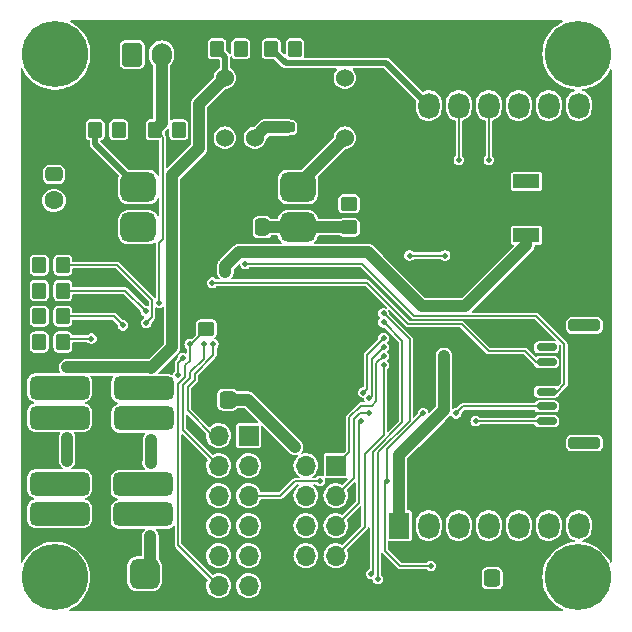
<source format=gbl>
G04 #@! TF.GenerationSoftware,KiCad,Pcbnew,7.0.9*
G04 #@! TF.CreationDate,2024-07-05T17:08:16+09:00*
G04 #@! TF.ProjectId,YAMADAmain_correct,59414d41-4441-46d6-9169-6e5f636f7272,rev?*
G04 #@! TF.SameCoordinates,Original*
G04 #@! TF.FileFunction,Copper,L2,Bot*
G04 #@! TF.FilePolarity,Positive*
%FSLAX46Y46*%
G04 Gerber Fmt 4.6, Leading zero omitted, Abs format (unit mm)*
G04 Created by KiCad (PCBNEW 7.0.9) date 2024-07-05 17:08:16*
%MOMM*%
%LPD*%
G01*
G04 APERTURE LIST*
G04 Aperture macros list*
%AMRoundRect*
0 Rectangle with rounded corners*
0 $1 Rounding radius*
0 $2 $3 $4 $5 $6 $7 $8 $9 X,Y pos of 4 corners*
0 Add a 4 corners polygon primitive as box body*
4,1,4,$2,$3,$4,$5,$6,$7,$8,$9,$2,$3,0*
0 Add four circle primitives for the rounded corners*
1,1,$1+$1,$2,$3*
1,1,$1+$1,$4,$5*
1,1,$1+$1,$6,$7*
1,1,$1+$1,$8,$9*
0 Add four rect primitives between the rounded corners*
20,1,$1+$1,$2,$3,$4,$5,0*
20,1,$1+$1,$4,$5,$6,$7,0*
20,1,$1+$1,$6,$7,$8,$9,0*
20,1,$1+$1,$8,$9,$2,$3,0*%
G04 Aperture macros list end*
G04 #@! TA.AperFunction,SMDPad,CuDef*
%ADD10RoundRect,0.635000X0.635000X0.635000X-0.635000X0.635000X-0.635000X-0.635000X0.635000X-0.635000X0*%
G04 #@! TD*
G04 #@! TA.AperFunction,ComponentPad*
%ADD11O,1.800000X2.200000*%
G04 #@! TD*
G04 #@! TA.AperFunction,ComponentPad*
%ADD12R,1.800000X2.200000*%
G04 #@! TD*
G04 #@! TA.AperFunction,ComponentPad*
%ADD13C,1.000000*%
G04 #@! TD*
G04 #@! TA.AperFunction,ComponentPad*
%ADD14C,5.600000*%
G04 #@! TD*
G04 #@! TA.AperFunction,ComponentPad*
%ADD15C,1.524000*%
G04 #@! TD*
G04 #@! TA.AperFunction,ComponentPad*
%ADD16RoundRect,0.625000X-0.875000X-0.625000X0.875000X-0.625000X0.875000X0.625000X-0.875000X0.625000X0*%
G04 #@! TD*
G04 #@! TA.AperFunction,ComponentPad*
%ADD17R,1.700000X1.700000*%
G04 #@! TD*
G04 #@! TA.AperFunction,ComponentPad*
%ADD18O,1.700000X1.700000*%
G04 #@! TD*
G04 #@! TA.AperFunction,ComponentPad*
%ADD19C,1.600000*%
G04 #@! TD*
G04 #@! TA.AperFunction,SMDPad,CuDef*
%ADD20RoundRect,0.292875X0.394625X0.432125X-0.394625X0.432125X-0.394625X-0.432125X0.394625X-0.432125X0*%
G04 #@! TD*
G04 #@! TA.AperFunction,ComponentPad*
%ADD21O,1.700000X2.000000*%
G04 #@! TD*
G04 #@! TA.AperFunction,ComponentPad*
%ADD22RoundRect,0.250000X-0.600000X-0.750000X0.600000X-0.750000X0.600000X0.750000X-0.600000X0.750000X0*%
G04 #@! TD*
G04 #@! TA.AperFunction,SMDPad,CuDef*
%ADD23RoundRect,0.250000X-0.350000X-0.450000X0.350000X-0.450000X0.350000X0.450000X-0.350000X0.450000X0*%
G04 #@! TD*
G04 #@! TA.AperFunction,SMDPad,CuDef*
%ADD24RoundRect,0.250000X-1.100000X0.250000X-1.100000X-0.250000X1.100000X-0.250000X1.100000X0.250000X0*%
G04 #@! TD*
G04 #@! TA.AperFunction,SMDPad,CuDef*
%ADD25RoundRect,0.150000X-0.700000X0.150000X-0.700000X-0.150000X0.700000X-0.150000X0.700000X0.150000X0*%
G04 #@! TD*
G04 #@! TA.AperFunction,SMDPad,CuDef*
%ADD26RoundRect,0.292875X-0.394625X-0.432125X0.394625X-0.432125X0.394625X0.432125X-0.394625X0.432125X0*%
G04 #@! TD*
G04 #@! TA.AperFunction,SMDPad,CuDef*
%ADD27RoundRect,0.508000X2.032000X-0.508000X2.032000X0.508000X-2.032000X0.508000X-2.032000X-0.508000X0*%
G04 #@! TD*
G04 #@! TA.AperFunction,SMDPad,CuDef*
%ADD28RoundRect,0.250000X0.337500X0.475000X-0.337500X0.475000X-0.337500X-0.475000X0.337500X-0.475000X0*%
G04 #@! TD*
G04 #@! TA.AperFunction,SMDPad,CuDef*
%ADD29RoundRect,0.225000X0.375000X-0.225000X0.375000X0.225000X-0.375000X0.225000X-0.375000X-0.225000X0*%
G04 #@! TD*
G04 #@! TA.AperFunction,SMDPad,CuDef*
%ADD30RoundRect,0.250000X0.350000X0.450000X-0.350000X0.450000X-0.350000X-0.450000X0.350000X-0.450000X0*%
G04 #@! TD*
G04 #@! TA.AperFunction,SMDPad,CuDef*
%ADD31RoundRect,0.250000X0.475000X-0.337500X0.475000X0.337500X-0.475000X0.337500X-0.475000X-0.337500X0*%
G04 #@! TD*
G04 #@! TA.AperFunction,SMDPad,CuDef*
%ADD32R,2.200000X1.200000*%
G04 #@! TD*
G04 #@! TA.AperFunction,SMDPad,CuDef*
%ADD33R,6.400000X5.800000*%
G04 #@! TD*
G04 #@! TA.AperFunction,SMDPad,CuDef*
%ADD34RoundRect,0.250000X0.450000X-0.350000X0.450000X0.350000X-0.450000X0.350000X-0.450000X-0.350000X0*%
G04 #@! TD*
G04 #@! TA.AperFunction,ViaPad*
%ADD35C,0.500000*%
G04 #@! TD*
G04 #@! TA.AperFunction,ViaPad*
%ADD36C,0.600000*%
G04 #@! TD*
G04 #@! TA.AperFunction,Conductor*
%ADD37C,1.000000*%
G04 #@! TD*
G04 #@! TA.AperFunction,Conductor*
%ADD38C,0.150000*%
G04 #@! TD*
G04 #@! TA.AperFunction,Conductor*
%ADD39C,0.500000*%
G04 #@! TD*
G04 APERTURE END LIST*
D10*
X123824000Y-114300000D03*
X120776000Y-114300000D03*
D11*
X145362000Y-74676000D03*
X147902000Y-74676000D03*
X150442000Y-74676000D03*
X152982000Y-74676000D03*
X155522000Y-74676000D03*
X158062000Y-74676000D03*
X160602000Y-74676000D03*
X160602000Y-110236000D03*
X158062000Y-110236000D03*
X155522000Y-110236000D03*
X152982000Y-110236000D03*
X150442000Y-110236000D03*
X147902000Y-110236000D03*
D12*
X145362000Y-110236000D03*
D13*
X114040000Y-70310000D03*
X114684370Y-68754370D03*
X114684370Y-71865630D03*
X116240000Y-68110000D03*
D14*
X116240000Y-70310000D03*
D13*
X116240000Y-72510000D03*
X117795630Y-68754370D03*
X117795630Y-71865630D03*
X118440000Y-70310000D03*
D15*
X140790000Y-72320000D03*
X133170000Y-72320000D03*
X130630000Y-72320000D03*
X140790000Y-77400000D03*
X133170000Y-77400000D03*
X130630000Y-77400000D03*
D16*
X123310000Y-81560000D03*
X123310000Y-84960000D03*
X136810000Y-81560000D03*
X136810000Y-84960000D03*
D17*
X132642000Y-102616000D03*
D18*
X130102000Y-102616000D03*
X132642000Y-105156000D03*
X130102000Y-105156000D03*
X132642000Y-107696000D03*
X130102000Y-107696000D03*
X132642000Y-110236000D03*
X130102000Y-110236000D03*
X132642000Y-112776000D03*
X130102000Y-112776000D03*
X132642000Y-115316000D03*
X130102000Y-115316000D03*
D13*
X158310000Y-70310000D03*
X158954370Y-68754370D03*
X158954370Y-71865630D03*
X160510000Y-68110000D03*
D14*
X160510000Y-70310000D03*
D13*
X160510000Y-72510000D03*
X162065630Y-68754370D03*
X162065630Y-71865630D03*
X162710000Y-70310000D03*
D18*
X137488000Y-115316000D03*
X140028000Y-115316000D03*
X137488000Y-112776000D03*
X140028000Y-112776000D03*
X137488000Y-110236000D03*
X140028000Y-110236000D03*
X137488000Y-107696000D03*
X140028000Y-107696000D03*
X137488000Y-105156000D03*
D17*
X140028000Y-105156000D03*
D19*
X116152000Y-76200000D03*
X116152000Y-82700000D03*
D20*
X128585000Y-99560000D03*
X130860000Y-99560000D03*
D13*
X114010000Y-114610000D03*
X114654370Y-113054370D03*
X114654370Y-116165630D03*
X116210000Y-112410000D03*
D14*
X116210000Y-114610000D03*
D13*
X116210000Y-116810000D03*
X117765630Y-113054370D03*
X117765630Y-116165630D03*
X118410000Y-114610000D03*
X158310000Y-114610000D03*
X158954370Y-113054370D03*
X158954370Y-116165630D03*
X160510000Y-112410000D03*
D14*
X160510000Y-114610000D03*
D13*
X160510000Y-116810000D03*
X162065630Y-113054370D03*
X162065630Y-116165630D03*
X162710000Y-114610000D03*
D21*
X125276000Y-70341000D03*
D22*
X122776000Y-70341000D03*
D23*
X116914000Y-90322400D03*
X114914000Y-90322400D03*
D24*
X161058000Y-103233000D03*
X161058000Y-93283000D03*
D25*
X157858000Y-101383000D03*
X157858000Y-100133000D03*
X157858000Y-98883000D03*
X157858000Y-97633000D03*
X157858000Y-96383000D03*
X157858000Y-95133000D03*
D26*
X153255900Y-114686400D03*
X150980900Y-114686400D03*
D27*
X123755000Y-98607999D03*
X123755000Y-101147999D03*
D28*
X131708500Y-84960000D03*
X133783500Y-84960000D03*
D23*
X116914000Y-92506800D03*
X114914000Y-92506800D03*
X116914000Y-94691200D03*
X114914000Y-94691200D03*
X116914000Y-88176000D03*
X114914000Y-88176000D03*
D27*
X116634600Y-106685199D03*
X116634600Y-109225199D03*
X116634600Y-98552000D03*
X116634600Y-101092000D03*
X123704200Y-106730800D03*
X123704200Y-109270800D03*
D29*
X135964000Y-73210000D03*
X135964000Y-76510000D03*
D30*
X134560000Y-69850000D03*
X136560000Y-69850000D03*
X119638400Y-76708000D03*
X121638400Y-76708000D03*
D31*
X116152000Y-78412500D03*
X116152000Y-80487500D03*
D30*
X129960000Y-69850000D03*
X131960000Y-69850000D03*
D32*
X156160000Y-85640000D03*
D33*
X149860000Y-83360000D03*
D32*
X156160000Y-83360000D03*
X156160000Y-81080000D03*
D34*
X141128000Y-82987000D03*
X141128000Y-84987000D03*
D30*
X124718400Y-76708000D03*
X126718400Y-76708000D03*
D34*
X129060000Y-91560000D03*
X129060000Y-93560000D03*
D35*
X157300000Y-104140000D03*
X149680000Y-106680000D03*
X147140000Y-106680000D03*
X147140000Y-104140000D03*
X149680000Y-104140000D03*
X124280000Y-93980000D03*
X129360000Y-83820000D03*
X129360000Y-81280000D03*
D36*
X128360000Y-88760000D03*
X130860000Y-99560000D03*
X150960000Y-91660000D03*
X136560000Y-103560000D03*
X145360000Y-104360000D03*
X149160000Y-95860000D03*
D35*
X132360000Y-88060000D03*
X129560000Y-89660000D03*
X130660000Y-88760000D03*
X144360000Y-106460000D03*
X138660000Y-106460000D03*
X142860000Y-100660000D03*
X142160000Y-101360000D03*
X142360000Y-98960000D03*
X142860000Y-99460000D03*
X144060000Y-93022000D03*
X127660000Y-94860000D03*
X116152000Y-80441800D03*
X156157000Y-81088000D03*
X156157000Y-85660000D03*
X144550800Y-88874200D03*
X136592000Y-69850000D03*
X121917800Y-76708000D03*
X141134400Y-82701200D03*
X126997800Y-76708000D03*
X132244000Y-69850000D03*
X114628000Y-88163400D03*
X114628000Y-90297000D03*
X114653400Y-92506800D03*
X114628000Y-94691200D03*
X129641500Y-94841500D03*
X128826600Y-94860000D03*
X148054400Y-113639600D03*
X150210000Y-100710000D03*
X153388400Y-114681000D03*
X147410000Y-100710000D03*
X125060000Y-91360000D03*
X144060000Y-95898000D03*
X144060000Y-95136000D03*
X144060000Y-94374000D03*
X144060000Y-96660000D03*
X114602600Y-100838000D03*
X114577200Y-98806000D03*
X114602600Y-108966000D03*
X114653400Y-106959400D03*
X121723000Y-100914200D03*
X121697600Y-98882200D03*
X121672200Y-109016800D03*
X121926200Y-106984800D03*
X117269600Y-96824800D03*
X117269600Y-104724200D03*
X124390000Y-96875600D03*
X117269600Y-102870000D03*
X124313800Y-111125000D03*
X124339200Y-104902000D03*
X124364600Y-102946200D03*
X144060000Y-92260000D03*
X143584000Y-114757200D03*
X123960000Y-93060000D03*
X126660000Y-97459800D03*
X127060000Y-96060000D03*
X123934700Y-92085300D03*
X121994000Y-93260000D03*
X119327000Y-94393000D03*
X152982000Y-79260000D03*
X150442000Y-79260000D03*
X149260000Y-87360000D03*
X146260000Y-87360000D03*
X143025200Y-114300000D03*
X157808000Y-95123000D03*
X151860000Y-101383000D03*
X138250000Y-95250000D03*
X138250000Y-92710000D03*
X119200000Y-68580000D03*
X162380000Y-88900000D03*
X114120000Y-73660000D03*
X159840000Y-101600000D03*
X119200000Y-111760000D03*
X162380000Y-101600000D03*
X159840000Y-81280000D03*
X144600000Y-83820000D03*
X154760000Y-71120000D03*
X162380000Y-111760000D03*
X135710000Y-92710000D03*
X139520000Y-93980000D03*
X152220000Y-71120000D03*
X147140000Y-71120000D03*
X162380000Y-78740000D03*
X116660000Y-86360000D03*
X157300000Y-116840000D03*
X139520000Y-68580000D03*
X162380000Y-73660000D03*
X119200000Y-86360000D03*
X142060000Y-68580000D03*
X131900000Y-81280000D03*
X136980000Y-92710000D03*
X159840000Y-78740000D03*
X147140000Y-116840000D03*
X136980000Y-96520000D03*
X114120000Y-86360000D03*
X162380000Y-106680000D03*
X134440000Y-96520000D03*
X124280000Y-116840000D03*
X134440000Y-81280000D03*
X119200000Y-116840000D03*
X147140000Y-68580000D03*
X124280000Y-68580000D03*
X119200000Y-83820000D03*
X154760000Y-116840000D03*
X134440000Y-114300000D03*
X162380000Y-86360000D03*
X114120000Y-104140000D03*
X154760000Y-68580000D03*
X149680000Y-71120000D03*
X139520000Y-76200000D03*
X162380000Y-76200000D03*
X162380000Y-81280000D03*
X138250000Y-96520000D03*
X134440000Y-95250000D03*
X121740000Y-116840000D03*
X142060000Y-73660000D03*
X162380000Y-109220000D03*
X149680000Y-68580000D03*
X139520000Y-81280000D03*
X162380000Y-83820000D03*
X159840000Y-91440000D03*
X157300000Y-106680000D03*
X121740000Y-68580000D03*
X154760000Y-96520000D03*
X135710000Y-96520000D03*
X139520000Y-96520000D03*
X144600000Y-116840000D03*
X121740000Y-73660000D03*
X121360000Y-83820000D03*
X159840000Y-106680000D03*
X114120000Y-111760000D03*
X144600000Y-68580000D03*
X139520000Y-73660000D03*
X139520000Y-95250000D03*
X126820000Y-68580000D03*
X144600000Y-81280000D03*
X159840000Y-83820000D03*
X136980000Y-95250000D03*
X152220000Y-68580000D03*
X134440000Y-92710000D03*
X135710000Y-93980000D03*
X119200000Y-73660000D03*
X142060000Y-76200000D03*
X139520000Y-92710000D03*
X142060000Y-81280000D03*
X159840000Y-86360000D03*
X157300000Y-88900000D03*
X154760000Y-106680000D03*
X154760000Y-91440000D03*
X157300000Y-91440000D03*
X138250000Y-93980000D03*
X152220000Y-116840000D03*
X134440000Y-93980000D03*
X134440000Y-68580000D03*
X129360000Y-68580000D03*
X135710000Y-95250000D03*
X126820000Y-116840000D03*
X157300000Y-68580000D03*
X131900000Y-73660000D03*
X149680000Y-116840000D03*
X157300000Y-71120000D03*
X154760000Y-104140000D03*
X116152000Y-78460600D03*
X136980000Y-93980000D03*
D37*
X124339200Y-96824800D02*
X117269600Y-96824800D01*
X124390000Y-96875600D02*
X124339200Y-96824800D01*
X128445600Y-78274400D02*
X126160000Y-80560000D01*
X126160000Y-80560000D02*
X126160000Y-95105600D01*
X128445600Y-74504400D02*
X128445600Y-78274400D01*
X130630000Y-72320000D02*
X128445600Y-74504400D01*
X126160000Y-95105600D02*
X124390000Y-96875600D01*
X134060000Y-76510000D02*
X135964000Y-76510000D01*
X133170000Y-77400000D02*
X134060000Y-76510000D01*
X124313800Y-113810200D02*
X123824000Y-114300000D01*
X124313800Y-111125000D02*
X124313800Y-113810200D01*
X150960000Y-91660000D02*
X147336600Y-91660000D01*
X147336600Y-91660000D02*
X144550800Y-88874200D01*
X150960000Y-91660000D02*
X156160000Y-86460000D01*
X156160000Y-86460000D02*
X156160000Y-85640000D01*
D38*
X145660000Y-94622000D02*
X144060000Y-93022000D01*
X145660000Y-101460000D02*
X145660000Y-94622000D01*
X143160000Y-103960000D02*
X145660000Y-101460000D01*
X143160000Y-114165200D02*
X143160000Y-103960000D01*
X143025200Y-114300000D02*
X143160000Y-114165200D01*
X146260000Y-94460000D02*
X144060000Y-92260000D01*
X146260000Y-101360000D02*
X146260000Y-94460000D01*
X143584000Y-104036000D02*
X146260000Y-101360000D01*
X143584000Y-114757200D02*
X143584000Y-104036000D01*
X128060000Y-97360000D02*
X128060000Y-97860000D01*
X127460000Y-100460000D02*
X129616000Y-102616000D01*
X129616000Y-102616000D02*
X130102000Y-102616000D01*
X129641500Y-95778500D02*
X128060000Y-97360000D01*
X128060000Y-97860000D02*
X127460000Y-98460000D01*
X129641500Y-94841500D02*
X129641500Y-95778500D01*
X127460000Y-98460000D02*
X127460000Y-100460000D01*
D37*
X132560000Y-99560000D02*
X130860000Y-99560000D01*
X136560000Y-103560000D02*
X132560000Y-99560000D01*
D38*
X127060000Y-102114000D02*
X130102000Y-105156000D01*
X127060000Y-98360000D02*
X127060000Y-102114000D01*
X127660000Y-97260000D02*
X127660000Y-97760000D01*
X127660000Y-97760000D02*
X127060000Y-98360000D01*
X128826600Y-96093400D02*
X127660000Y-97260000D01*
X128826600Y-94860000D02*
X128826600Y-96093400D01*
X126660000Y-98260000D02*
X126660000Y-111874000D01*
X126660000Y-111874000D02*
X130102000Y-115316000D01*
X127260000Y-97660000D02*
X126660000Y-98260000D01*
X127260000Y-96660000D02*
X127260000Y-97660000D01*
X127660000Y-94860000D02*
X127660000Y-96260000D01*
X127660000Y-96260000D02*
X127260000Y-96660000D01*
X127760000Y-94860000D02*
X129060000Y-93560000D01*
X127660000Y-94860000D02*
X127760000Y-94860000D01*
X126660000Y-96460000D02*
X127060000Y-96060000D01*
X126660000Y-97459800D02*
X126660000Y-96460000D01*
X125360000Y-77349600D02*
X124718400Y-76708000D01*
X125360000Y-85960000D02*
X125360000Y-77349600D01*
X125060000Y-86260000D02*
X125360000Y-85960000D01*
X125060000Y-91360000D02*
X125060000Y-86260000D01*
X146610000Y-92460000D02*
X142210000Y-88060000D01*
X156960000Y-92460000D02*
X146610000Y-92460000D01*
X159360000Y-94860000D02*
X156960000Y-92460000D01*
X158737000Y-98883000D02*
X159360000Y-98260000D01*
X142210000Y-88060000D02*
X132360000Y-88060000D01*
X157858000Y-98883000D02*
X158737000Y-98883000D01*
X159360000Y-98260000D02*
X159360000Y-94860000D01*
X156060000Y-95460000D02*
X156983000Y-96383000D01*
X156983000Y-96383000D02*
X157858000Y-96383000D01*
X150660000Y-93160000D02*
X152960000Y-95460000D01*
X146160000Y-93160000D02*
X150660000Y-93160000D01*
X152960000Y-95460000D02*
X156060000Y-95460000D01*
X142660000Y-89660000D02*
X146160000Y-93160000D01*
X129560000Y-89660000D02*
X142660000Y-89660000D01*
D37*
X131860000Y-87060000D02*
X142736600Y-87060000D01*
X130660000Y-88260000D02*
X131860000Y-87060000D01*
X130660000Y-88760000D02*
X130660000Y-88260000D01*
X142736600Y-87060000D02*
X144550800Y-88874200D01*
X145362000Y-104258000D02*
X145362000Y-110236000D01*
X149160000Y-100460000D02*
X145362000Y-104258000D01*
X149160000Y-95860000D02*
X149160000Y-100460000D01*
D38*
X149260000Y-87360000D02*
X146260000Y-87360000D01*
X144360000Y-103760000D02*
X147410000Y-100710000D01*
X145463600Y-113639600D02*
X148054400Y-113639600D01*
X144360000Y-106460000D02*
X144360000Y-103760000D01*
X144160000Y-112336000D02*
X145463600Y-113639600D01*
X144160000Y-106660000D02*
X144160000Y-112336000D01*
X144360000Y-106460000D02*
X144160000Y-106660000D01*
X138660000Y-106460000D02*
X138560000Y-106460000D01*
X136560000Y-106460000D02*
X138660000Y-106460000D01*
X135324000Y-107696000D02*
X136460000Y-106560000D01*
X136460000Y-106560000D02*
X136560000Y-106460000D01*
X132642000Y-107696000D02*
X135324000Y-107696000D01*
X143460000Y-99660000D02*
X143460000Y-96498000D01*
X142160000Y-100060000D02*
X143060000Y-100060000D01*
X143060000Y-100060000D02*
X143460000Y-99660000D01*
X141160000Y-101060000D02*
X142160000Y-100060000D01*
X141160000Y-104024000D02*
X141160000Y-101060000D01*
X140028000Y-105156000D02*
X141160000Y-104024000D01*
X143460000Y-96498000D02*
X144060000Y-95898000D01*
X141560000Y-106164000D02*
X140028000Y-107696000D01*
X141560000Y-101160000D02*
X141560000Y-106164000D01*
X142860000Y-100660000D02*
X142060000Y-100660000D01*
X142060000Y-100660000D02*
X141560000Y-101160000D01*
X141960000Y-108304000D02*
X140028000Y-110236000D01*
X141960000Y-101560000D02*
X141960000Y-108304000D01*
X142160000Y-101360000D02*
X141960000Y-101560000D01*
X143060000Y-96136000D02*
X144060000Y-95136000D01*
X143060000Y-99260000D02*
X143060000Y-96136000D01*
X142860000Y-99460000D02*
X143060000Y-99260000D01*
X142360000Y-98960000D02*
X142660000Y-98660000D01*
X142660000Y-98660000D02*
X142660000Y-95774000D01*
X142660000Y-95774000D02*
X144060000Y-94374000D01*
X150787000Y-100133000D02*
X157858000Y-100133000D01*
X150210000Y-100710000D02*
X150787000Y-100133000D01*
X144060000Y-102560000D02*
X144060000Y-96660000D01*
X142466400Y-110337600D02*
X142466400Y-104153600D01*
X142466400Y-104153600D02*
X144060000Y-102560000D01*
X140028000Y-112776000D02*
X142466400Y-110337600D01*
X151860000Y-101383000D02*
X157858000Y-101383000D01*
X152982000Y-79260000D02*
X152982000Y-74676000D01*
X150442000Y-79260000D02*
X150442000Y-74676000D01*
D37*
X156160000Y-85640000D02*
X156166000Y-85646000D01*
D39*
X119638400Y-77888400D02*
X119638400Y-76708000D01*
X123310000Y-81560000D02*
X119638400Y-77888400D01*
D38*
X121524000Y-88176000D02*
X116914000Y-88176000D01*
X124460000Y-91112000D02*
X121524000Y-88176000D01*
X124460000Y-92560000D02*
X124460000Y-91112000D01*
X123960000Y-93060000D02*
X124460000Y-92560000D01*
X123934700Y-92085300D02*
X122171800Y-90322400D01*
X122171800Y-90322400D02*
X116914000Y-90322400D01*
X121240800Y-92506800D02*
X116914000Y-92506800D01*
X121994000Y-93260000D02*
X121240800Y-92506800D01*
X119327000Y-94393000D02*
X117212200Y-94393000D01*
X117212200Y-94393000D02*
X116914000Y-94691200D01*
D37*
X136810000Y-84960000D02*
X133881500Y-84960000D01*
D39*
X144286000Y-71060000D02*
X147902000Y-74676000D01*
X135770000Y-71060000D02*
X144286000Y-71060000D01*
X134560000Y-69850000D02*
X135770000Y-71060000D01*
D37*
X140790000Y-77400000D02*
X136872000Y-81318000D01*
X136872000Y-81318000D02*
X136872000Y-82120000D01*
D39*
X130630000Y-70520000D02*
X129960000Y-69850000D01*
X130630000Y-72320000D02*
X130630000Y-70520000D01*
D37*
X141163000Y-84960000D02*
X141190000Y-84987000D01*
X136810000Y-84960000D02*
X141101000Y-84960000D01*
X125276000Y-76150400D02*
X124718400Y-76708000D01*
X125276000Y-70341000D02*
X125276000Y-76150400D01*
X124364600Y-102946200D02*
X124364600Y-104876600D01*
X124364600Y-104876600D02*
X124339200Y-104902000D01*
X117269600Y-102819200D02*
X117269600Y-102870000D01*
X117269600Y-102870000D02*
X117269600Y-104724200D01*
G04 #@! TA.AperFunction,Conductor*
G36*
X159233538Y-67477813D02*
G01*
X159258848Y-67521650D01*
X159250058Y-67571500D01*
X159219183Y-67600628D01*
X159012997Y-67704178D01*
X159007203Y-67707089D01*
X158715188Y-67899151D01*
X158447451Y-68123808D01*
X158447443Y-68123816D01*
X158207587Y-68378047D01*
X157998872Y-68658400D01*
X157998871Y-68658401D01*
X157824109Y-68961099D01*
X157824109Y-68961100D01*
X157685673Y-69282030D01*
X157685671Y-69282033D01*
X157585432Y-69616856D01*
X157524737Y-69961074D01*
X157504415Y-70310000D01*
X157524737Y-70658925D01*
X157585432Y-71003143D01*
X157685671Y-71337966D01*
X157685673Y-71337969D01*
X157685674Y-71337971D01*
X157813001Y-71633149D01*
X157824109Y-71658899D01*
X157824109Y-71658900D01*
X157998871Y-71961598D01*
X157998872Y-71961599D01*
X158125222Y-72131317D01*
X158207588Y-72241953D01*
X158447442Y-72496183D01*
X158447448Y-72496188D01*
X158447451Y-72496191D01*
X158462341Y-72508685D01*
X158715189Y-72720849D01*
X159007207Y-72912913D01*
X159319549Y-73069777D01*
X159319555Y-73069780D01*
X159647983Y-73189317D01*
X159647995Y-73189321D01*
X159988077Y-73269921D01*
X159988080Y-73269921D01*
X159988086Y-73269923D01*
X160207213Y-73295535D01*
X160252447Y-73318253D01*
X160272496Y-73364732D01*
X160257978Y-73413225D01*
X160229362Y-73436347D01*
X160049247Y-73518604D01*
X160049245Y-73518605D01*
X159878047Y-73640514D01*
X159733014Y-73792620D01*
X159619385Y-73969431D01*
X159541274Y-74164544D01*
X159501500Y-74370916D01*
X159501500Y-74928424D01*
X159516472Y-75085220D01*
X159575683Y-75286873D01*
X159575685Y-75286877D01*
X159671986Y-75473678D01*
X159671988Y-75473681D01*
X159671989Y-75473682D01*
X159801908Y-75638886D01*
X159960740Y-75776516D01*
X159960741Y-75776516D01*
X159960744Y-75776519D01*
X160142756Y-75881604D01*
X160341367Y-75950344D01*
X160549398Y-75980254D01*
X160759330Y-75970254D01*
X160963576Y-75920704D01*
X161154753Y-75833396D01*
X161325952Y-75711486D01*
X161470986Y-75559378D01*
X161584613Y-75382572D01*
X161662725Y-75187457D01*
X161702500Y-74981085D01*
X161702500Y-74423575D01*
X161687528Y-74266782D01*
X161628316Y-74065125D01*
X161532011Y-73878318D01*
X161402092Y-73713114D01*
X161318308Y-73640514D01*
X161243259Y-73575483D01*
X161243256Y-73575481D01*
X161061244Y-73470396D01*
X161061240Y-73470394D01*
X161061239Y-73470394D01*
X160926692Y-73423827D01*
X160887404Y-73391909D01*
X160877825Y-73342205D01*
X160902435Y-73297971D01*
X160942304Y-73280397D01*
X161031914Y-73269923D01*
X161111391Y-73251086D01*
X161372004Y-73189321D01*
X161372007Y-73189319D01*
X161372011Y-73189319D01*
X161551029Y-73124162D01*
X161700444Y-73069780D01*
X161700447Y-73069778D01*
X161700451Y-73069777D01*
X162012793Y-72912913D01*
X162304811Y-72720849D01*
X162572558Y-72496183D01*
X162812412Y-72241953D01*
X163021130Y-71961596D01*
X163195889Y-71658904D01*
X163217552Y-71608682D01*
X163252289Y-71571864D01*
X163302566Y-71565988D01*
X163344857Y-71593803D01*
X163359500Y-71637993D01*
X163359500Y-113282006D01*
X163342187Y-113329572D01*
X163298350Y-113354882D01*
X163248500Y-113346092D01*
X163217552Y-113311316D01*
X163210786Y-113295631D01*
X163195889Y-113261096D01*
X163021130Y-112958404D01*
X162812412Y-112678047D01*
X162572558Y-112423817D01*
X162572551Y-112423811D01*
X162572548Y-112423808D01*
X162304811Y-112199151D01*
X162012793Y-112007087D01*
X161855202Y-111927942D01*
X161700444Y-111850219D01*
X161372016Y-111730682D01*
X161372004Y-111730678D01*
X161031922Y-111650078D01*
X161031912Y-111650076D01*
X160925123Y-111637594D01*
X160879888Y-111614875D01*
X160859839Y-111568396D01*
X160874357Y-111519904D01*
X160916267Y-111492181D01*
X160963576Y-111480704D01*
X161154753Y-111393396D01*
X161325952Y-111271486D01*
X161470986Y-111119378D01*
X161584613Y-110942572D01*
X161662725Y-110747457D01*
X161702500Y-110541085D01*
X161702500Y-109983575D01*
X161687528Y-109826782D01*
X161628316Y-109625125D01*
X161578981Y-109529428D01*
X161532013Y-109438321D01*
X161464616Y-109352620D01*
X161402092Y-109273114D01*
X161387844Y-109260768D01*
X161243259Y-109135483D01*
X161209950Y-109116252D01*
X161061244Y-109030396D01*
X161061240Y-109030394D01*
X161061239Y-109030394D01*
X160862636Y-108961657D01*
X160862633Y-108961656D01*
X160654602Y-108931746D01*
X160654598Y-108931746D01*
X160654596Y-108931746D01*
X160444668Y-108941746D01*
X160240427Y-108991295D01*
X160240425Y-108991295D01*
X160240424Y-108991296D01*
X160094869Y-109057769D01*
X160049245Y-109078605D01*
X159878047Y-109200514D01*
X159733014Y-109352620D01*
X159619385Y-109529431D01*
X159541274Y-109724544D01*
X159501500Y-109930916D01*
X159501500Y-110488424D01*
X159516472Y-110645220D01*
X159575683Y-110846873D01*
X159575685Y-110846877D01*
X159671986Y-111033678D01*
X159671988Y-111033681D01*
X159671989Y-111033682D01*
X159801908Y-111198886D01*
X159960740Y-111336516D01*
X159960741Y-111336516D01*
X159960744Y-111336519D01*
X160142756Y-111441604D01*
X160248135Y-111478076D01*
X160287423Y-111509994D01*
X160297002Y-111559698D01*
X160272392Y-111603932D01*
X160232523Y-111621506D01*
X159988087Y-111650076D01*
X159988077Y-111650078D01*
X159647995Y-111730678D01*
X159647983Y-111730682D01*
X159319555Y-111850219D01*
X159007203Y-112007089D01*
X158715188Y-112199151D01*
X158447451Y-112423808D01*
X158447443Y-112423816D01*
X158207587Y-112678047D01*
X157998872Y-112958400D01*
X157998871Y-112958401D01*
X157824109Y-113261099D01*
X157824109Y-113261100D01*
X157685673Y-113582030D01*
X157685671Y-113582033D01*
X157585432Y-113916856D01*
X157524737Y-114261074D01*
X157504415Y-114610000D01*
X157524737Y-114958925D01*
X157585432Y-115303143D01*
X157685671Y-115637966D01*
X157685673Y-115637969D01*
X157824109Y-115958899D01*
X157824109Y-115958900D01*
X157998871Y-116261598D01*
X157998872Y-116261599D01*
X158080751Y-116371582D01*
X158207588Y-116541953D01*
X158447442Y-116796183D01*
X158447448Y-116796188D01*
X158447451Y-116796191D01*
X158644452Y-116961493D01*
X158715189Y-117020849D01*
X159007207Y-117212913D01*
X159219183Y-117319371D01*
X159253920Y-117356190D01*
X159256863Y-117406724D01*
X159226636Y-117447326D01*
X159185972Y-117459500D01*
X117534028Y-117459500D01*
X117486462Y-117442187D01*
X117461152Y-117398350D01*
X117469942Y-117348500D01*
X117500816Y-117319371D01*
X117712793Y-117212913D01*
X118004811Y-117020849D01*
X118272558Y-116796183D01*
X118512412Y-116541953D01*
X118721130Y-116261596D01*
X118895889Y-115958904D01*
X119034326Y-115637971D01*
X119034327Y-115637967D01*
X119034328Y-115637966D01*
X119134567Y-115303143D01*
X119134567Y-115303142D01*
X119134569Y-115303136D01*
X119195262Y-114958927D01*
X119215585Y-114610000D01*
X119195262Y-114261073D01*
X119134569Y-113916864D01*
X119130065Y-113901819D01*
X119034328Y-113582033D01*
X119034326Y-113582030D01*
X119021175Y-113551542D01*
X118895889Y-113261096D01*
X118721130Y-112958404D01*
X118512412Y-112678047D01*
X118272558Y-112423817D01*
X118272551Y-112423811D01*
X118272548Y-112423808D01*
X118004811Y-112199151D01*
X117712793Y-112007087D01*
X117555202Y-111927942D01*
X117400444Y-111850219D01*
X117072016Y-111730682D01*
X117072004Y-111730678D01*
X116731922Y-111650078D01*
X116731912Y-111650076D01*
X116384759Y-111609500D01*
X116035241Y-111609500D01*
X115688087Y-111650076D01*
X115688077Y-111650078D01*
X115347995Y-111730678D01*
X115347983Y-111730682D01*
X115019555Y-111850219D01*
X114707203Y-112007089D01*
X114415188Y-112199151D01*
X114147451Y-112423808D01*
X114147443Y-112423816D01*
X113907587Y-112678047D01*
X113698872Y-112958400D01*
X113698871Y-112958401D01*
X113524109Y-113261099D01*
X113524109Y-113261100D01*
X113502448Y-113311316D01*
X113467711Y-113348135D01*
X113417434Y-113354011D01*
X113375143Y-113326195D01*
X113360500Y-113282006D01*
X113360500Y-109790459D01*
X113894100Y-109790459D01*
X113894101Y-109790472D01*
X113900586Y-109861842D01*
X113900586Y-109861843D01*
X113900586Y-109861845D01*
X113900587Y-109861848D01*
X113951773Y-110026112D01*
X114040784Y-110173354D01*
X114162445Y-110295015D01*
X114309687Y-110384026D01*
X114473951Y-110435212D01*
X114545335Y-110441699D01*
X118723864Y-110441698D01*
X118795249Y-110435212D01*
X118959513Y-110384026D01*
X119106755Y-110295015D01*
X119228416Y-110173354D01*
X119317427Y-110026112D01*
X119368613Y-109861848D01*
X119375100Y-109790464D01*
X119375099Y-108659935D01*
X119368613Y-108588550D01*
X119317427Y-108424286D01*
X119228416Y-108277044D01*
X119106755Y-108155383D01*
X118959513Y-108066372D01*
X118829464Y-108025847D01*
X118789204Y-107995169D01*
X118778082Y-107945787D01*
X118801304Y-107900809D01*
X118829463Y-107884550D01*
X118959513Y-107844026D01*
X119106755Y-107755015D01*
X119228416Y-107633354D01*
X119317427Y-107486112D01*
X119368613Y-107321848D01*
X119375100Y-107250464D01*
X119375099Y-106119935D01*
X119368613Y-106048550D01*
X119317427Y-105884286D01*
X119228416Y-105737044D01*
X119106755Y-105615383D01*
X118959513Y-105526372D01*
X118795249Y-105475186D01*
X118795246Y-105475185D01*
X118795244Y-105475185D01*
X118723872Y-105468699D01*
X117658653Y-105468699D01*
X117611087Y-105451386D01*
X117585777Y-105407549D01*
X117594567Y-105357699D01*
X117624260Y-105329177D01*
X117670452Y-105304934D01*
X117797783Y-105192129D01*
X117894418Y-105052130D01*
X117954740Y-104893072D01*
X117970100Y-104766572D01*
X117970100Y-102827628D01*
X117970100Y-102776828D01*
X117954740Y-102650328D01*
X117894418Y-102491270D01*
X117878050Y-102467557D01*
X117848355Y-102424536D01*
X117835583Y-102375555D01*
X117857283Y-102329823D01*
X117903301Y-102308739D01*
X117909256Y-102308499D01*
X118723860Y-102308499D01*
X118723864Y-102308499D01*
X118795249Y-102302013D01*
X118959513Y-102250827D01*
X119106755Y-102161816D01*
X119228416Y-102040155D01*
X119317427Y-101892913D01*
X119368613Y-101728649D01*
X119375100Y-101657265D01*
X119375099Y-100526736D01*
X119368613Y-100455351D01*
X119317427Y-100291087D01*
X119228416Y-100143845D01*
X119106755Y-100022184D01*
X118959513Y-99933173D01*
X118829464Y-99892648D01*
X118789204Y-99861970D01*
X118778082Y-99812588D01*
X118801304Y-99767610D01*
X118829463Y-99751351D01*
X118959513Y-99710827D01*
X119106755Y-99621816D01*
X119228416Y-99500155D01*
X119317427Y-99352913D01*
X119368613Y-99188649D01*
X119375100Y-99117265D01*
X119375099Y-97986736D01*
X119368613Y-97915351D01*
X119317427Y-97751087D01*
X119248810Y-97637582D01*
X119239019Y-97587920D01*
X119263441Y-97543582D01*
X119310649Y-97525315D01*
X119312139Y-97525300D01*
X121117076Y-97525300D01*
X121164642Y-97542613D01*
X121189952Y-97586450D01*
X121181162Y-97636300D01*
X121169402Y-97651626D01*
X121161184Y-97659843D01*
X121072173Y-97807085D01*
X121054467Y-97863908D01*
X121038436Y-97915355D01*
X121020986Y-97971354D01*
X121020986Y-97971355D01*
X121014500Y-98042726D01*
X121014500Y-99173259D01*
X121014501Y-99173272D01*
X121020986Y-99244642D01*
X121020986Y-99244643D01*
X121020986Y-99244645D01*
X121020987Y-99244648D01*
X121072173Y-99408912D01*
X121161184Y-99556154D01*
X121282845Y-99677815D01*
X121430087Y-99766826D01*
X121430089Y-99766827D01*
X121560133Y-99807350D01*
X121600395Y-99838029D01*
X121611517Y-99887411D01*
X121588295Y-99932389D01*
X121560133Y-99948648D01*
X121430089Y-99989170D01*
X121282844Y-100078183D01*
X121161184Y-100199843D01*
X121072173Y-100347085D01*
X121060514Y-100384500D01*
X121029043Y-100485499D01*
X121020986Y-100511354D01*
X121020986Y-100511355D01*
X121014500Y-100582726D01*
X121014500Y-101713259D01*
X121014501Y-101713272D01*
X121020986Y-101784642D01*
X121020986Y-101784643D01*
X121020986Y-101784645D01*
X121020987Y-101784648D01*
X121072173Y-101948912D01*
X121161184Y-102096154D01*
X121282845Y-102217815D01*
X121430087Y-102306826D01*
X121594351Y-102358012D01*
X121665735Y-102364499D01*
X123773953Y-102364498D01*
X123821519Y-102381811D01*
X123846829Y-102425648D01*
X123838039Y-102475498D01*
X123834854Y-102480535D01*
X123739781Y-102618270D01*
X123679459Y-102777328D01*
X123664100Y-102903820D01*
X123664100Y-104693008D01*
X123662888Y-104706347D01*
X123634842Y-104859392D01*
X123645113Y-105029190D01*
X123645115Y-105029202D01*
X123695720Y-105191601D01*
X123695722Y-105191607D01*
X123783728Y-105337185D01*
X123834517Y-105387974D01*
X123855909Y-105433850D01*
X123842808Y-105482745D01*
X123801344Y-105511779D01*
X123782191Y-105514300D01*
X121614939Y-105514300D01*
X121614926Y-105514301D01*
X121543556Y-105520786D01*
X121543555Y-105520786D01*
X121543552Y-105520786D01*
X121543551Y-105520787D01*
X121525628Y-105526372D01*
X121379286Y-105571973D01*
X121232044Y-105660984D01*
X121110384Y-105782644D01*
X121021373Y-105929886D01*
X121021373Y-105929887D01*
X120977228Y-106071557D01*
X120970186Y-106094155D01*
X120970186Y-106094156D01*
X120963700Y-106165527D01*
X120963700Y-107296060D01*
X120963701Y-107296073D01*
X120970186Y-107367443D01*
X120970186Y-107367444D01*
X120970186Y-107367446D01*
X120970187Y-107367449D01*
X121021373Y-107531713D01*
X121110384Y-107678955D01*
X121232045Y-107800616D01*
X121379287Y-107889627D01*
X121379289Y-107889628D01*
X121509333Y-107930151D01*
X121549595Y-107960830D01*
X121560717Y-108010212D01*
X121537495Y-108055190D01*
X121509333Y-108071449D01*
X121379289Y-108111971D01*
X121232044Y-108200984D01*
X121110384Y-108322644D01*
X121021373Y-108469886D01*
X120970186Y-108634155D01*
X120970186Y-108634156D01*
X120963700Y-108705527D01*
X120963700Y-109836060D01*
X120963701Y-109836073D01*
X120970186Y-109907443D01*
X120970186Y-109907444D01*
X120970186Y-109907446D01*
X120970187Y-109907449D01*
X121021373Y-110071713D01*
X121110384Y-110218955D01*
X121232045Y-110340616D01*
X121379287Y-110429627D01*
X121543551Y-110480813D01*
X121614935Y-110487300D01*
X123782127Y-110487299D01*
X123829693Y-110504612D01*
X123855003Y-110548449D01*
X123846213Y-110598299D01*
X123831199Y-110616688D01*
X123785617Y-110657070D01*
X123688981Y-110797070D01*
X123628659Y-110956128D01*
X123613300Y-111082620D01*
X123613300Y-112755500D01*
X123595987Y-112803066D01*
X123552150Y-112828376D01*
X123539300Y-112829500D01*
X123116372Y-112829500D01*
X123116346Y-112829501D01*
X123075542Y-112832267D01*
X123075541Y-112832267D01*
X123017165Y-112846784D01*
X122899182Y-112876125D01*
X122736373Y-112956871D01*
X122594728Y-113070728D01*
X122480871Y-113212373D01*
X122400125Y-113375182D01*
X122366256Y-113511374D01*
X122356266Y-113551547D01*
X122354200Y-113582029D01*
X122353500Y-113592345D01*
X122353501Y-115007654D01*
X122356267Y-115048458D01*
X122400125Y-115224818D01*
X122480871Y-115387627D01*
X122594728Y-115529272D01*
X122736373Y-115643129D01*
X122899182Y-115723875D01*
X123075542Y-115767733D01*
X123116345Y-115770500D01*
X123116347Y-115770499D01*
X123116348Y-115770500D01*
X123722906Y-115770499D01*
X124531654Y-115770499D01*
X124572458Y-115767733D01*
X124748818Y-115723875D01*
X124911627Y-115643129D01*
X125053272Y-115529272D01*
X125167129Y-115387627D01*
X125247875Y-115224818D01*
X125291733Y-115048458D01*
X125294500Y-115007655D01*
X125294499Y-113592346D01*
X125291733Y-113551542D01*
X125247875Y-113375182D01*
X125167129Y-113212373D01*
X125053272Y-113070728D01*
X125053270Y-113070726D01*
X125041936Y-113061615D01*
X125015710Y-113018319D01*
X125014300Y-113003940D01*
X125014300Y-111082628D01*
X125014299Y-111082620D01*
X124998940Y-110956128D01*
X124938618Y-110797070D01*
X124841983Y-110657071D01*
X124796401Y-110616689D01*
X124772277Y-110572188D01*
X124782403Y-110522592D01*
X124822039Y-110491107D01*
X124845472Y-110487299D01*
X125793460Y-110487299D01*
X125793464Y-110487299D01*
X125864849Y-110480813D01*
X126029113Y-110429627D01*
X126176355Y-110340616D01*
X126258174Y-110258797D01*
X126304050Y-110237405D01*
X126352945Y-110250506D01*
X126381979Y-110291970D01*
X126384500Y-110311123D01*
X126384500Y-111839579D01*
X126383078Y-111854015D01*
X126379103Y-111874000D01*
X126384500Y-111901132D01*
X126384500Y-111901133D01*
X126400485Y-111981495D01*
X126432621Y-112029590D01*
X126461377Y-112072625D01*
X126478314Y-112083942D01*
X126489529Y-112093145D01*
X129151238Y-114754854D01*
X129172630Y-114800730D01*
X129164174Y-114842063D01*
X129126770Y-114912041D01*
X129066700Y-115110064D01*
X129046417Y-115316000D01*
X129066700Y-115521935D01*
X129092073Y-115605580D01*
X129126768Y-115719954D01*
X129224315Y-115902450D01*
X129355590Y-116062410D01*
X129515550Y-116193685D01*
X129698046Y-116291232D01*
X129896066Y-116351300D01*
X130102000Y-116371583D01*
X130307934Y-116351300D01*
X130505954Y-116291232D01*
X130688450Y-116193685D01*
X130848410Y-116062410D01*
X130979685Y-115902450D01*
X131077232Y-115719954D01*
X131137300Y-115521934D01*
X131157583Y-115316000D01*
X131586417Y-115316000D01*
X131606700Y-115521935D01*
X131632073Y-115605580D01*
X131666768Y-115719954D01*
X131764315Y-115902450D01*
X131895590Y-116062410D01*
X132055550Y-116193685D01*
X132238046Y-116291232D01*
X132436066Y-116351300D01*
X132642000Y-116371583D01*
X132847934Y-116351300D01*
X133045954Y-116291232D01*
X133228450Y-116193685D01*
X133388410Y-116062410D01*
X133519685Y-115902450D01*
X133617232Y-115719954D01*
X133677300Y-115521934D01*
X133697583Y-115316000D01*
X133677300Y-115110066D01*
X133617232Y-114912046D01*
X133519685Y-114729550D01*
X133388410Y-114569590D01*
X133317184Y-114511137D01*
X133228450Y-114438315D01*
X133045956Y-114340769D01*
X133045955Y-114340768D01*
X133045954Y-114340768D01*
X132934158Y-114306855D01*
X132847935Y-114280700D01*
X132642000Y-114260417D01*
X132436064Y-114280700D01*
X132238043Y-114340769D01*
X132055549Y-114438315D01*
X131895590Y-114569589D01*
X131895589Y-114569590D01*
X131764315Y-114729549D01*
X131666769Y-114912043D01*
X131606700Y-115110064D01*
X131586417Y-115316000D01*
X131157583Y-115316000D01*
X131137300Y-115110066D01*
X131077232Y-114912046D01*
X130979685Y-114729550D01*
X130848410Y-114569590D01*
X130777184Y-114511137D01*
X130688450Y-114438315D01*
X130505956Y-114340769D01*
X130505955Y-114340768D01*
X130505954Y-114340768D01*
X130394158Y-114306855D01*
X130307935Y-114280700D01*
X130102000Y-114260417D01*
X129896064Y-114280700D01*
X129785842Y-114314135D01*
X129698046Y-114340768D01*
X129698043Y-114340769D01*
X129698041Y-114340770D01*
X129628063Y-114378174D01*
X129577952Y-114385328D01*
X129540854Y-114365238D01*
X127951616Y-112776000D01*
X129046417Y-112776000D01*
X129066700Y-112981934D01*
X129126768Y-113179954D01*
X129224315Y-113362450D01*
X129355590Y-113522410D01*
X129515550Y-113653685D01*
X129698046Y-113751232D01*
X129896066Y-113811300D01*
X130102000Y-113831583D01*
X130307934Y-113811300D01*
X130505954Y-113751232D01*
X130688450Y-113653685D01*
X130848410Y-113522410D01*
X130979685Y-113362450D01*
X131077232Y-113179954D01*
X131137300Y-112981934D01*
X131157583Y-112776000D01*
X131586417Y-112776000D01*
X131606700Y-112981934D01*
X131666768Y-113179954D01*
X131764315Y-113362450D01*
X131895590Y-113522410D01*
X132055550Y-113653685D01*
X132238046Y-113751232D01*
X132436066Y-113811300D01*
X132642000Y-113831583D01*
X132847934Y-113811300D01*
X133045954Y-113751232D01*
X133228450Y-113653685D01*
X133388410Y-113522410D01*
X133519685Y-113362450D01*
X133617232Y-113179954D01*
X133677300Y-112981934D01*
X133697583Y-112776000D01*
X136432417Y-112776000D01*
X136452700Y-112981934D01*
X136512768Y-113179954D01*
X136610315Y-113362450D01*
X136741590Y-113522410D01*
X136901550Y-113653685D01*
X137084046Y-113751232D01*
X137282066Y-113811300D01*
X137488000Y-113831583D01*
X137693934Y-113811300D01*
X137891954Y-113751232D01*
X138074450Y-113653685D01*
X138234410Y-113522410D01*
X138365685Y-113362450D01*
X138463232Y-113179954D01*
X138523300Y-112981934D01*
X138543583Y-112776000D01*
X138523300Y-112570066D01*
X138463232Y-112372046D01*
X138365685Y-112189550D01*
X138234410Y-112029590D01*
X138074450Y-111898315D01*
X137891954Y-111800768D01*
X137757176Y-111759884D01*
X137693935Y-111740700D01*
X137488000Y-111720417D01*
X137282064Y-111740700D01*
X137084043Y-111800769D01*
X136901549Y-111898315D01*
X136741590Y-112029589D01*
X136741589Y-112029590D01*
X136610315Y-112189549D01*
X136512769Y-112372043D01*
X136452700Y-112570064D01*
X136442065Y-112678047D01*
X136432417Y-112776000D01*
X133697583Y-112776000D01*
X133677300Y-112570066D01*
X133617232Y-112372046D01*
X133519685Y-112189550D01*
X133388410Y-112029590D01*
X133228450Y-111898315D01*
X133045954Y-111800768D01*
X132911176Y-111759884D01*
X132847935Y-111740700D01*
X132642000Y-111720417D01*
X132436064Y-111740700D01*
X132238043Y-111800769D01*
X132055549Y-111898315D01*
X131895590Y-112029589D01*
X131895589Y-112029590D01*
X131764315Y-112189549D01*
X131666769Y-112372043D01*
X131606700Y-112570064D01*
X131596065Y-112678047D01*
X131586417Y-112776000D01*
X131157583Y-112776000D01*
X131137300Y-112570066D01*
X131077232Y-112372046D01*
X130979685Y-112189550D01*
X130848410Y-112029590D01*
X130688450Y-111898315D01*
X130505954Y-111800768D01*
X130371176Y-111759884D01*
X130307935Y-111740700D01*
X130102000Y-111720417D01*
X129896064Y-111740700D01*
X129698043Y-111800769D01*
X129515549Y-111898315D01*
X129355590Y-112029589D01*
X129355589Y-112029590D01*
X129224315Y-112189549D01*
X129126769Y-112372043D01*
X129066700Y-112570064D01*
X129056065Y-112678047D01*
X129046417Y-112776000D01*
X127951616Y-112776000D01*
X126957174Y-111781558D01*
X126935782Y-111735682D01*
X126935500Y-111729232D01*
X126935500Y-110236000D01*
X129046417Y-110236000D01*
X129066700Y-110441934D01*
X129126768Y-110639954D01*
X129224315Y-110822450D01*
X129355590Y-110982410D01*
X129515550Y-111113685D01*
X129698046Y-111211232D01*
X129896066Y-111271300D01*
X130102000Y-111291583D01*
X130307934Y-111271300D01*
X130505954Y-111211232D01*
X130688450Y-111113685D01*
X130848410Y-110982410D01*
X130979685Y-110822450D01*
X131077232Y-110639954D01*
X131137300Y-110441934D01*
X131157583Y-110236000D01*
X131586417Y-110236000D01*
X131606700Y-110441934D01*
X131666768Y-110639954D01*
X131764315Y-110822450D01*
X131895590Y-110982410D01*
X132055550Y-111113685D01*
X132238046Y-111211232D01*
X132436066Y-111271300D01*
X132642000Y-111291583D01*
X132847934Y-111271300D01*
X133045954Y-111211232D01*
X133228450Y-111113685D01*
X133388410Y-110982410D01*
X133519685Y-110822450D01*
X133617232Y-110639954D01*
X133677300Y-110441934D01*
X133697583Y-110236000D01*
X136432417Y-110236000D01*
X136452700Y-110441934D01*
X136512768Y-110639954D01*
X136610315Y-110822450D01*
X136741590Y-110982410D01*
X136901550Y-111113685D01*
X137084046Y-111211232D01*
X137282066Y-111271300D01*
X137488000Y-111291583D01*
X137693934Y-111271300D01*
X137891954Y-111211232D01*
X138074450Y-111113685D01*
X138234410Y-110982410D01*
X138365685Y-110822450D01*
X138463232Y-110639954D01*
X138523300Y-110441934D01*
X138543583Y-110236000D01*
X138523300Y-110030066D01*
X138463232Y-109832046D01*
X138365685Y-109649550D01*
X138234410Y-109489590D01*
X138074450Y-109358315D01*
X138063799Y-109352622D01*
X137891956Y-109260769D01*
X137891955Y-109260768D01*
X137891954Y-109260768D01*
X137780158Y-109226855D01*
X137693935Y-109200700D01*
X137488000Y-109180417D01*
X137282064Y-109200700D01*
X137084043Y-109260769D01*
X136901549Y-109358315D01*
X136741590Y-109489589D01*
X136741589Y-109489590D01*
X136610315Y-109649549D01*
X136512769Y-109832043D01*
X136512769Y-109832044D01*
X136512768Y-109832046D01*
X136505011Y-109857616D01*
X136452700Y-110030064D01*
X136452700Y-110030066D01*
X136432417Y-110236000D01*
X133697583Y-110236000D01*
X133677300Y-110030066D01*
X133617232Y-109832046D01*
X133519685Y-109649550D01*
X133388410Y-109489590D01*
X133228450Y-109358315D01*
X133217799Y-109352622D01*
X133045956Y-109260769D01*
X133045955Y-109260768D01*
X133045954Y-109260768D01*
X132934158Y-109226855D01*
X132847935Y-109200700D01*
X132642000Y-109180417D01*
X132436064Y-109200700D01*
X132238043Y-109260769D01*
X132055549Y-109358315D01*
X131895590Y-109489589D01*
X131895589Y-109489590D01*
X131764315Y-109649549D01*
X131666769Y-109832043D01*
X131666769Y-109832044D01*
X131666768Y-109832046D01*
X131659011Y-109857616D01*
X131606700Y-110030064D01*
X131606700Y-110030066D01*
X131586417Y-110236000D01*
X131157583Y-110236000D01*
X131137300Y-110030066D01*
X131077232Y-109832046D01*
X130979685Y-109649550D01*
X130848410Y-109489590D01*
X130688450Y-109358315D01*
X130677799Y-109352622D01*
X130505956Y-109260769D01*
X130505955Y-109260768D01*
X130505954Y-109260768D01*
X130394158Y-109226855D01*
X130307935Y-109200700D01*
X130102000Y-109180417D01*
X129896064Y-109200700D01*
X129698043Y-109260769D01*
X129515549Y-109358315D01*
X129355590Y-109489589D01*
X129355589Y-109489590D01*
X129224315Y-109649549D01*
X129126769Y-109832043D01*
X129126769Y-109832044D01*
X129126768Y-109832046D01*
X129119011Y-109857616D01*
X129066700Y-110030064D01*
X129066700Y-110030066D01*
X129046417Y-110236000D01*
X126935500Y-110236000D01*
X126935500Y-107696000D01*
X129046417Y-107696000D01*
X129066700Y-107901935D01*
X129091450Y-107983526D01*
X129126768Y-108099954D01*
X129224315Y-108282450D01*
X129355590Y-108442410D01*
X129515550Y-108573685D01*
X129698046Y-108671232D01*
X129896066Y-108731300D01*
X130102000Y-108751583D01*
X130307934Y-108731300D01*
X130505954Y-108671232D01*
X130688450Y-108573685D01*
X130848410Y-108442410D01*
X130979685Y-108282450D01*
X131077232Y-108099954D01*
X131137300Y-107901934D01*
X131157583Y-107696000D01*
X131137300Y-107490066D01*
X131077232Y-107292046D01*
X130979685Y-107109550D01*
X130848410Y-106949590D01*
X130800778Y-106910500D01*
X130688450Y-106818315D01*
X130505956Y-106720769D01*
X130505955Y-106720768D01*
X130505954Y-106720768D01*
X130394158Y-106686855D01*
X130307935Y-106660700D01*
X130102000Y-106640417D01*
X129896064Y-106660700D01*
X129698043Y-106720769D01*
X129515549Y-106818315D01*
X129355590Y-106949589D01*
X129355589Y-106949590D01*
X129224315Y-107109549D01*
X129126769Y-107292043D01*
X129126769Y-107292044D01*
X129126768Y-107292046D01*
X129119011Y-107317616D01*
X129066700Y-107490064D01*
X129046417Y-107696000D01*
X126935500Y-107696000D01*
X126935500Y-102557768D01*
X126952813Y-102510202D01*
X126996650Y-102484892D01*
X127046500Y-102493682D01*
X127061826Y-102505442D01*
X129151238Y-104594854D01*
X129172630Y-104640730D01*
X129164174Y-104682063D01*
X129126770Y-104752041D01*
X129066700Y-104950064D01*
X129046417Y-105156000D01*
X129066700Y-105361935D01*
X129074599Y-105387974D01*
X129126768Y-105559954D01*
X129224315Y-105742450D01*
X129355590Y-105902410D01*
X129515550Y-106033685D01*
X129698046Y-106131232D01*
X129896066Y-106191300D01*
X130102000Y-106211583D01*
X130307934Y-106191300D01*
X130505954Y-106131232D01*
X130688450Y-106033685D01*
X130848410Y-105902410D01*
X130979685Y-105742450D01*
X131077232Y-105559954D01*
X131137300Y-105361934D01*
X131157583Y-105156000D01*
X131586417Y-105156000D01*
X131606700Y-105361935D01*
X131614599Y-105387974D01*
X131666768Y-105559954D01*
X131764315Y-105742450D01*
X131895590Y-105902410D01*
X132055550Y-106033685D01*
X132238046Y-106131232D01*
X132436066Y-106191300D01*
X132642000Y-106211583D01*
X132847934Y-106191300D01*
X133045954Y-106131232D01*
X133228450Y-106033685D01*
X133388410Y-105902410D01*
X133519685Y-105742450D01*
X133617232Y-105559954D01*
X133677300Y-105361934D01*
X133697583Y-105156000D01*
X133677300Y-104950066D01*
X133617232Y-104752046D01*
X133519685Y-104569550D01*
X133388410Y-104409590D01*
X133369474Y-104394050D01*
X133228450Y-104278315D01*
X133045956Y-104180769D01*
X133045955Y-104180768D01*
X133045954Y-104180768D01*
X132889145Y-104133201D01*
X132847935Y-104120700D01*
X132642000Y-104100417D01*
X132436064Y-104120700D01*
X132263616Y-104173011D01*
X132238050Y-104180767D01*
X132238043Y-104180769D01*
X132055549Y-104278315D01*
X131895590Y-104409589D01*
X131895589Y-104409590D01*
X131764315Y-104569549D01*
X131666769Y-104752043D01*
X131606700Y-104950064D01*
X131586417Y-105156000D01*
X131157583Y-105156000D01*
X131137300Y-104950066D01*
X131077232Y-104752046D01*
X130979685Y-104569550D01*
X130848410Y-104409590D01*
X130829474Y-104394050D01*
X130688450Y-104278315D01*
X130505956Y-104180769D01*
X130505955Y-104180768D01*
X130505954Y-104180768D01*
X130349145Y-104133201D01*
X130307935Y-104120700D01*
X130102000Y-104100417D01*
X129896064Y-104120700D01*
X129791112Y-104152537D01*
X129698046Y-104180768D01*
X129698043Y-104180769D01*
X129698041Y-104180770D01*
X129628063Y-104218174D01*
X129577952Y-104225328D01*
X129540854Y-104205238D01*
X127357174Y-102021558D01*
X127335782Y-101975682D01*
X127335500Y-101969232D01*
X127335500Y-100903768D01*
X127352813Y-100856202D01*
X127396650Y-100830892D01*
X127446500Y-100839682D01*
X127461826Y-100851442D01*
X129037804Y-102427420D01*
X129059196Y-102473296D01*
X129059122Y-102486999D01*
X129046417Y-102615999D01*
X129061596Y-102770118D01*
X129066700Y-102821934D01*
X129126768Y-103019954D01*
X129224315Y-103202450D01*
X129355590Y-103362410D01*
X129515550Y-103493685D01*
X129698046Y-103591232D01*
X129896066Y-103651300D01*
X130102000Y-103671583D01*
X130307934Y-103651300D01*
X130505954Y-103591232D01*
X130688450Y-103493685D01*
X130848410Y-103362410D01*
X130979685Y-103202450D01*
X131077232Y-103019954D01*
X131137300Y-102821934D01*
X131157583Y-102616000D01*
X131137300Y-102410066D01*
X131077232Y-102212046D01*
X130979685Y-102029550D01*
X130848410Y-101869590D01*
X130688450Y-101738315D01*
X130539128Y-101658500D01*
X130505956Y-101640769D01*
X130505955Y-101640768D01*
X130505954Y-101640768D01*
X130391546Y-101606063D01*
X130307935Y-101580700D01*
X130102000Y-101560417D01*
X129896064Y-101580700D01*
X129698043Y-101640769D01*
X129515549Y-101738315D01*
X129354496Y-101870486D01*
X129306743Y-101887279D01*
X129259369Y-101869448D01*
X129255225Y-101865609D01*
X127757174Y-100367558D01*
X127735782Y-100321682D01*
X127735500Y-100315232D01*
X127735500Y-98604767D01*
X127752813Y-98557201D01*
X127757163Y-98552452D01*
X128230473Y-98079141D01*
X128241676Y-98069947D01*
X128258624Y-98058624D01*
X128319515Y-97967495D01*
X128335500Y-97887133D01*
X128335500Y-97887132D01*
X128340897Y-97860000D01*
X128336922Y-97840015D01*
X128335500Y-97825579D01*
X128335500Y-97504767D01*
X128352813Y-97457201D01*
X128357163Y-97452452D01*
X129811972Y-95997642D01*
X129823176Y-95988447D01*
X129840124Y-95977124D01*
X129856574Y-95952506D01*
X129892993Y-95898000D01*
X129901015Y-95885995D01*
X129917000Y-95805633D01*
X129917000Y-95805632D01*
X129922397Y-95778500D01*
X129920661Y-95769774D01*
X129918422Y-95758515D01*
X129917000Y-95744079D01*
X129917000Y-95238800D01*
X129934313Y-95191234D01*
X129936301Y-95189214D01*
X129939546Y-95185468D01*
X129939549Y-95185467D01*
X130024382Y-95087563D01*
X130078197Y-94969726D01*
X130096633Y-94841500D01*
X130078197Y-94713274D01*
X130024382Y-94595437D01*
X129939549Y-94497533D01*
X129859354Y-94445995D01*
X129830568Y-94427495D01*
X129785406Y-94414235D01*
X129744644Y-94384222D01*
X129732710Y-94335030D01*
X129755188Y-94289676D01*
X129762297Y-94283703D01*
X129832150Y-94232150D01*
X129912793Y-94122882D01*
X129957646Y-93994699D01*
X129960500Y-93964266D01*
X129960500Y-93155734D01*
X129957646Y-93125301D01*
X129912793Y-92997118D01*
X129912792Y-92997116D01*
X129832153Y-92887853D01*
X129832146Y-92887846D01*
X129722883Y-92807207D01*
X129722881Y-92807206D01*
X129594704Y-92762355D01*
X129594705Y-92762355D01*
X129594700Y-92762354D01*
X129594699Y-92762354D01*
X129564266Y-92759500D01*
X128555734Y-92759500D01*
X128525301Y-92762354D01*
X128525299Y-92762354D01*
X128525295Y-92762355D01*
X128397118Y-92807206D01*
X128397116Y-92807207D01*
X128287853Y-92887846D01*
X128287846Y-92887853D01*
X128207207Y-92997116D01*
X128207206Y-92997118D01*
X128162355Y-93125295D01*
X128162354Y-93125299D01*
X128162354Y-93125301D01*
X128159500Y-93155734D01*
X128159500Y-93964266D01*
X128161036Y-93980644D01*
X128162354Y-93994701D01*
X128166005Y-94005133D01*
X128165373Y-94055748D01*
X128148483Y-94081899D01*
X127830114Y-94400268D01*
X127784238Y-94421660D01*
X127756941Y-94418945D01*
X127724773Y-94409500D01*
X127724772Y-94409500D01*
X127595228Y-94409500D01*
X127470931Y-94445995D01*
X127361954Y-94516031D01*
X127361950Y-94516034D01*
X127277119Y-94613935D01*
X127277118Y-94613936D01*
X127277118Y-94613937D01*
X127265643Y-94639063D01*
X127223302Y-94731776D01*
X127204867Y-94860000D01*
X127223302Y-94988223D01*
X127223302Y-94988224D01*
X127223303Y-94988226D01*
X127277118Y-95106063D01*
X127361951Y-95203967D01*
X127361952Y-95203968D01*
X127365417Y-95207966D01*
X127363532Y-95209598D01*
X127383568Y-95245595D01*
X127384500Y-95257300D01*
X127384500Y-95597511D01*
X127367187Y-95645077D01*
X127323350Y-95670387D01*
X127273500Y-95661597D01*
X127270493Y-95659764D01*
X127249068Y-95645995D01*
X127124772Y-95609500D01*
X126995228Y-95609500D01*
X126870931Y-95645995D01*
X126761954Y-95716031D01*
X126761950Y-95716034D01*
X126677119Y-95813935D01*
X126623302Y-95931776D01*
X126604867Y-96059999D01*
X126607831Y-96080615D01*
X126597463Y-96130161D01*
X126586910Y-96143472D01*
X126489529Y-96240853D01*
X126478319Y-96250053D01*
X126461377Y-96261374D01*
X126461374Y-96261377D01*
X126445344Y-96285368D01*
X126445340Y-96285375D01*
X126431517Y-96306063D01*
X126400485Y-96352505D01*
X126388080Y-96414869D01*
X126379103Y-96459999D01*
X126379103Y-96460000D01*
X126383078Y-96479983D01*
X126384500Y-96494420D01*
X126384500Y-97062499D01*
X126367187Y-97110065D01*
X126365198Y-97112086D01*
X126277119Y-97213735D01*
X126223302Y-97331576D01*
X126212183Y-97408913D01*
X126188277Y-97453532D01*
X126141284Y-97472345D01*
X126100655Y-97461711D01*
X126079913Y-97449172D01*
X125915649Y-97397986D01*
X125915646Y-97397985D01*
X125915644Y-97397985D01*
X125844272Y-97391499D01*
X125844265Y-97391499D01*
X125043410Y-97391499D01*
X124995844Y-97374186D01*
X124970534Y-97330349D01*
X124979324Y-97280499D01*
X124991084Y-97265173D01*
X125387699Y-96868558D01*
X126639599Y-95616656D01*
X126641166Y-95615180D01*
X126688183Y-95573529D01*
X126723843Y-95521864D01*
X126725147Y-95520092D01*
X126763878Y-95470657D01*
X126769901Y-95457271D01*
X126776483Y-95445604D01*
X126784818Y-95433530D01*
X126807078Y-95374832D01*
X126807920Y-95372798D01*
X126833695Y-95315532D01*
X126836342Y-95301082D01*
X126839938Y-95288187D01*
X126845140Y-95274472D01*
X126852708Y-95212140D01*
X126853037Y-95209978D01*
X126864358Y-95148206D01*
X126860690Y-95087564D01*
X126860568Y-95085546D01*
X126860500Y-95083312D01*
X126860500Y-89660000D01*
X129104867Y-89660000D01*
X129123302Y-89788223D01*
X129123302Y-89788224D01*
X129123303Y-89788226D01*
X129177118Y-89906063D01*
X129261951Y-90003967D01*
X129370931Y-90074004D01*
X129495228Y-90110500D01*
X129624772Y-90110500D01*
X129749069Y-90074004D01*
X129858049Y-90003967D01*
X129895244Y-89961041D01*
X129939477Y-89936430D01*
X129951170Y-89935500D01*
X142515232Y-89935500D01*
X142562798Y-89952813D01*
X142567558Y-89957174D01*
X144342518Y-91732134D01*
X144363910Y-91778010D01*
X144350809Y-91826905D01*
X144309345Y-91855939D01*
X144258918Y-91851527D01*
X144250187Y-91846714D01*
X144249070Y-91845996D01*
X144124772Y-91809500D01*
X143995228Y-91809500D01*
X143870931Y-91845995D01*
X143761954Y-91916031D01*
X143761950Y-91916034D01*
X143677119Y-92013935D01*
X143623302Y-92131776D01*
X143608993Y-92231300D01*
X143604867Y-92260000D01*
X143605065Y-92261376D01*
X143623302Y-92388223D01*
X143623302Y-92388224D01*
X143623303Y-92388226D01*
X143668026Y-92486155D01*
X143677119Y-92506065D01*
X143677120Y-92506067D01*
X143752050Y-92592541D01*
X143770115Y-92639826D01*
X143753559Y-92687661D01*
X143752050Y-92689459D01*
X143677120Y-92775932D01*
X143677119Y-92775934D01*
X143623302Y-92893776D01*
X143604867Y-93022000D01*
X143623302Y-93150223D01*
X143623302Y-93150224D01*
X143623303Y-93150226D01*
X143677118Y-93268063D01*
X143761951Y-93365967D01*
X143870931Y-93436004D01*
X143995228Y-93472500D01*
X144090232Y-93472500D01*
X144137798Y-93489813D01*
X144142558Y-93494174D01*
X145362826Y-94714442D01*
X145384218Y-94760318D01*
X145384500Y-94766768D01*
X145384500Y-101315232D01*
X145367187Y-101362798D01*
X145362826Y-101367558D01*
X144461826Y-102268558D01*
X144415950Y-102289950D01*
X144367055Y-102276849D01*
X144338021Y-102235385D01*
X144335500Y-102216232D01*
X144335500Y-97057300D01*
X144352813Y-97009734D01*
X144354801Y-97007714D01*
X144358046Y-97003968D01*
X144358049Y-97003967D01*
X144442882Y-96906063D01*
X144496697Y-96788226D01*
X144515133Y-96660000D01*
X144496697Y-96531774D01*
X144442882Y-96413937D01*
X144442880Y-96413935D01*
X144442880Y-96413934D01*
X144442878Y-96413932D01*
X144402640Y-96367495D01*
X144367949Y-96327459D01*
X144349884Y-96280174D01*
X144366440Y-96232339D01*
X144367950Y-96230540D01*
X144442882Y-96144063D01*
X144496697Y-96026226D01*
X144515133Y-95898000D01*
X144496697Y-95769774D01*
X144442882Y-95651937D01*
X144442880Y-95651935D01*
X144442880Y-95651934D01*
X144442878Y-95651932D01*
X144406111Y-95609500D01*
X144367949Y-95565459D01*
X144349884Y-95518174D01*
X144366440Y-95470339D01*
X144367950Y-95468540D01*
X144442882Y-95382063D01*
X144496697Y-95264226D01*
X144515133Y-95136000D01*
X144496697Y-95007774D01*
X144442882Y-94889937D01*
X144442880Y-94889935D01*
X144442880Y-94889934D01*
X144442878Y-94889932D01*
X144383119Y-94820966D01*
X144367949Y-94803459D01*
X144349884Y-94756174D01*
X144366440Y-94708339D01*
X144367950Y-94706540D01*
X144442882Y-94620063D01*
X144496697Y-94502226D01*
X144515133Y-94374000D01*
X144496697Y-94245774D01*
X144442882Y-94127937D01*
X144358049Y-94030033D01*
X144278632Y-93978995D01*
X144249068Y-93959995D01*
X144124772Y-93923500D01*
X143995228Y-93923500D01*
X143870931Y-93959995D01*
X143761954Y-94030031D01*
X143761950Y-94030034D01*
X143677119Y-94127935D01*
X143623302Y-94245776D01*
X143604867Y-94373999D01*
X143607831Y-94394615D01*
X143597463Y-94444161D01*
X143586910Y-94457472D01*
X142489529Y-95554853D01*
X142478319Y-95564053D01*
X142461377Y-95575374D01*
X142461376Y-95575375D01*
X142446005Y-95598378D01*
X142428527Y-95624534D01*
X142400485Y-95666503D01*
X142400485Y-95666505D01*
X142397004Y-95684006D01*
X142390633Y-95716034D01*
X142379103Y-95774000D01*
X142383078Y-95793983D01*
X142384500Y-95808420D01*
X142384500Y-98435500D01*
X142367187Y-98483066D01*
X142323350Y-98508376D01*
X142310500Y-98509500D01*
X142295228Y-98509500D01*
X142170931Y-98545995D01*
X142061954Y-98616031D01*
X142061950Y-98616034D01*
X141977119Y-98713935D01*
X141923302Y-98831776D01*
X141904867Y-98960000D01*
X141923302Y-99088223D01*
X141923302Y-99088224D01*
X141923303Y-99088226D01*
X141977118Y-99206063D01*
X142061951Y-99303967D01*
X142170931Y-99374004D01*
X142295228Y-99410500D01*
X142333629Y-99410500D01*
X142381195Y-99427813D01*
X142406505Y-99471650D01*
X142406870Y-99473933D01*
X142415124Y-99531342D01*
X142423302Y-99588223D01*
X142423302Y-99588224D01*
X142423303Y-99588226D01*
X142465106Y-99679761D01*
X142469117Y-99730219D01*
X142439756Y-99771452D01*
X142397793Y-99784500D01*
X142194421Y-99784500D01*
X142179985Y-99783078D01*
X142160001Y-99779103D01*
X142159999Y-99779103D01*
X142052506Y-99800483D01*
X141986307Y-99844715D01*
X141986305Y-99844718D01*
X141961376Y-99861375D01*
X141961374Y-99861377D01*
X141950053Y-99878319D01*
X141940853Y-99889529D01*
X140989529Y-100840853D01*
X140978319Y-100850053D01*
X140961377Y-100861374D01*
X140961375Y-100861376D01*
X140931516Y-100906064D01*
X140900485Y-100952505D01*
X140885763Y-101026517D01*
X140879103Y-101060000D01*
X140882757Y-101078372D01*
X140883078Y-101079983D01*
X140884500Y-101094420D01*
X140884500Y-103879232D01*
X140867187Y-103926798D01*
X140862826Y-103931558D01*
X140710558Y-104083826D01*
X140664682Y-104105218D01*
X140658232Y-104105500D01*
X139158252Y-104105500D01*
X139129010Y-104111316D01*
X139099767Y-104117133D01*
X139033449Y-104161447D01*
X139033447Y-104161449D01*
X138989133Y-104227767D01*
X138985337Y-104246854D01*
X138978510Y-104281177D01*
X138977500Y-104286253D01*
X138977500Y-105993012D01*
X138960187Y-106040578D01*
X138916350Y-106065888D01*
X138866500Y-106057098D01*
X138863495Y-106055266D01*
X138849070Y-106045996D01*
X138724772Y-106009500D01*
X138595228Y-106009500D01*
X138470931Y-106045995D01*
X138361954Y-106116031D01*
X138361947Y-106116036D01*
X138324756Y-106158959D01*
X138280523Y-106183570D01*
X138268830Y-106184500D01*
X138087719Y-106184500D01*
X138040153Y-106167187D01*
X138014843Y-106123350D01*
X138023633Y-106073500D01*
X138052836Y-106045238D01*
X138061554Y-106040578D01*
X138074450Y-106033685D01*
X138234410Y-105902410D01*
X138365685Y-105742450D01*
X138463232Y-105559954D01*
X138523300Y-105361934D01*
X138543583Y-105156000D01*
X138523300Y-104950066D01*
X138463232Y-104752046D01*
X138365685Y-104569550D01*
X138234410Y-104409590D01*
X138215474Y-104394050D01*
X138074450Y-104278315D01*
X137891956Y-104180769D01*
X137891955Y-104180768D01*
X137891954Y-104180768D01*
X137735145Y-104133201D01*
X137693935Y-104120700D01*
X137488000Y-104100417D01*
X137282064Y-104120700D01*
X137145465Y-104162137D01*
X137094921Y-104159377D01*
X137057976Y-104124774D01*
X137051917Y-104074519D01*
X137071659Y-104038997D01*
X137115470Y-103995186D01*
X137115472Y-103995184D01*
X137203478Y-103849606D01*
X137254086Y-103687196D01*
X137264357Y-103517394D01*
X137233694Y-103350068D01*
X137233693Y-103350066D01*
X137233693Y-103350064D01*
X137185129Y-103242163D01*
X137163877Y-103194943D01*
X137085290Y-103094633D01*
X133071081Y-99080424D01*
X133069558Y-99078806D01*
X133027929Y-99031817D01*
X133013595Y-99021923D01*
X132976279Y-98996165D01*
X132974478Y-98994840D01*
X132925058Y-98956123D01*
X132925057Y-98956122D01*
X132925055Y-98956121D01*
X132911669Y-98950096D01*
X132900005Y-98943517D01*
X132887927Y-98935180D01*
X132829249Y-98912927D01*
X132827184Y-98912071D01*
X132769931Y-98886304D01*
X132755484Y-98883656D01*
X132742589Y-98880061D01*
X132728874Y-98874860D01*
X132728869Y-98874859D01*
X132693438Y-98870557D01*
X132666562Y-98867293D01*
X132664368Y-98866959D01*
X132602607Y-98855642D01*
X132602606Y-98855642D01*
X132595705Y-98856059D01*
X132539947Y-98859432D01*
X132537713Y-98859500D01*
X131707064Y-98859500D01*
X131659498Y-98842187D01*
X131647824Y-98829846D01*
X131607083Y-98775422D01*
X131607081Y-98775419D01*
X131522059Y-98711772D01*
X131493505Y-98690397D01*
X131493504Y-98690396D01*
X131360582Y-98640819D01*
X131360576Y-98640817D01*
X131301812Y-98634500D01*
X130418188Y-98634500D01*
X130418187Y-98634501D01*
X130359419Y-98640818D01*
X130226495Y-98690396D01*
X130226494Y-98690397D01*
X130112919Y-98775419D01*
X130027897Y-98888994D01*
X130027896Y-98888995D01*
X129978319Y-99021917D01*
X129978317Y-99021923D01*
X129972000Y-99080687D01*
X129972000Y-100039311D01*
X129972001Y-100039312D01*
X129978318Y-100098080D01*
X130027896Y-100231004D01*
X130027897Y-100231005D01*
X130027898Y-100231006D01*
X130112919Y-100344581D01*
X130226494Y-100429602D01*
X130226495Y-100429603D01*
X130318549Y-100463937D01*
X130359422Y-100479182D01*
X130418189Y-100485500D01*
X131301810Y-100485499D01*
X131301811Y-100485499D01*
X131301811Y-100485498D01*
X131360578Y-100479182D01*
X131438817Y-100450000D01*
X131493504Y-100429603D01*
X131493504Y-100429602D01*
X131493506Y-100429602D01*
X131607081Y-100344581D01*
X131647824Y-100290153D01*
X131690189Y-100262450D01*
X131707064Y-100260500D01*
X132239191Y-100260500D01*
X132286757Y-100277813D01*
X132291517Y-100282174D01*
X133448517Y-101439174D01*
X133469909Y-101485050D01*
X133456808Y-101533945D01*
X133415344Y-101562979D01*
X133396191Y-101565500D01*
X131772252Y-101565500D01*
X131743010Y-101571316D01*
X131713767Y-101577133D01*
X131647449Y-101621447D01*
X131647447Y-101621449D01*
X131603133Y-101687767D01*
X131603133Y-101687769D01*
X131592847Y-101739483D01*
X131591500Y-101746253D01*
X131591500Y-103485746D01*
X131603133Y-103544232D01*
X131618814Y-103567699D01*
X131647448Y-103610552D01*
X131691560Y-103640027D01*
X131713767Y-103654866D01*
X131713768Y-103654866D01*
X131713769Y-103654867D01*
X131772252Y-103666500D01*
X131772254Y-103666500D01*
X133511746Y-103666500D01*
X133511748Y-103666500D01*
X133570231Y-103654867D01*
X133636552Y-103610552D01*
X133680867Y-103544231D01*
X133692500Y-103485748D01*
X133692500Y-101861809D01*
X133709813Y-101814243D01*
X133753650Y-101788933D01*
X133803500Y-101797723D01*
X133818826Y-101809483D01*
X136094633Y-104085290D01*
X136194943Y-104163877D01*
X136232471Y-104180767D01*
X136350064Y-104233693D01*
X136350066Y-104233693D01*
X136350068Y-104233694D01*
X136517394Y-104264357D01*
X136687196Y-104254086D01*
X136718032Y-104244477D01*
X136768594Y-104246854D01*
X136805800Y-104281177D01*
X136812239Y-104331384D01*
X136786992Y-104372329D01*
X136741590Y-104409589D01*
X136741589Y-104409590D01*
X136610315Y-104569549D01*
X136512769Y-104752043D01*
X136452700Y-104950064D01*
X136432417Y-105156000D01*
X136452700Y-105361935D01*
X136460599Y-105387974D01*
X136498919Y-105514301D01*
X136512769Y-105559956D01*
X136610315Y-105742450D01*
X136741589Y-105902409D01*
X136741590Y-105902410D01*
X136901550Y-106033685D01*
X136923164Y-106045238D01*
X136956953Y-106082929D01*
X136958609Y-106133521D01*
X136927358Y-106173341D01*
X136888281Y-106184500D01*
X136594420Y-106184500D01*
X136579983Y-106183078D01*
X136560000Y-106179103D01*
X136452504Y-106200485D01*
X136386305Y-106244718D01*
X136361376Y-106261375D01*
X136361374Y-106261377D01*
X136350051Y-106278322D01*
X136340851Y-106289531D01*
X136284378Y-106346006D01*
X135231558Y-107398826D01*
X135185682Y-107420218D01*
X135179232Y-107420500D01*
X133711080Y-107420500D01*
X133663514Y-107403187D01*
X133640267Y-107367982D01*
X133617232Y-107292046D01*
X133519685Y-107109550D01*
X133388410Y-106949590D01*
X133340778Y-106910500D01*
X133228450Y-106818315D01*
X133045956Y-106720769D01*
X133045955Y-106720768D01*
X133045954Y-106720768D01*
X132934158Y-106686855D01*
X132847935Y-106660700D01*
X132642000Y-106640417D01*
X132436064Y-106660700D01*
X132238043Y-106720769D01*
X132055549Y-106818315D01*
X131895590Y-106949589D01*
X131895589Y-106949590D01*
X131764315Y-107109549D01*
X131666769Y-107292043D01*
X131666769Y-107292044D01*
X131666768Y-107292046D01*
X131659011Y-107317616D01*
X131606700Y-107490064D01*
X131586417Y-107696000D01*
X131606700Y-107901935D01*
X131631450Y-107983526D01*
X131666768Y-108099954D01*
X131764315Y-108282450D01*
X131895590Y-108442410D01*
X132055550Y-108573685D01*
X132238046Y-108671232D01*
X132436066Y-108731300D01*
X132642000Y-108751583D01*
X132847934Y-108731300D01*
X133045954Y-108671232D01*
X133228450Y-108573685D01*
X133388410Y-108442410D01*
X133519685Y-108282450D01*
X133617232Y-108099954D01*
X133640266Y-108024017D01*
X133670641Y-107983526D01*
X133711080Y-107971500D01*
X135289580Y-107971500D01*
X135304016Y-107972921D01*
X135324000Y-107976897D01*
X135324001Y-107976897D01*
X135328622Y-107975977D01*
X135351132Y-107971500D01*
X135351133Y-107971500D01*
X135431495Y-107955515D01*
X135473465Y-107927471D01*
X135499622Y-107909994D01*
X135499622Y-107909993D01*
X135507636Y-107904639D01*
X135507639Y-107904636D01*
X135522624Y-107894624D01*
X135533948Y-107877674D01*
X135543141Y-107866473D01*
X136652442Y-106757174D01*
X136698319Y-106735782D01*
X136704768Y-106735500D01*
X136795644Y-106735500D01*
X136843210Y-106752813D01*
X136868520Y-106796650D01*
X136859730Y-106846500D01*
X136842589Y-106866702D01*
X136822707Y-106883018D01*
X136741590Y-106949589D01*
X136741589Y-106949590D01*
X136610315Y-107109549D01*
X136512769Y-107292043D01*
X136512769Y-107292044D01*
X136512768Y-107292046D01*
X136505011Y-107317616D01*
X136452700Y-107490064D01*
X136432417Y-107696000D01*
X136452700Y-107901935D01*
X136477450Y-107983526D01*
X136512768Y-108099954D01*
X136610315Y-108282450D01*
X136741590Y-108442410D01*
X136901550Y-108573685D01*
X137084046Y-108671232D01*
X137282066Y-108731300D01*
X137488000Y-108751583D01*
X137693934Y-108731300D01*
X137891954Y-108671232D01*
X138074450Y-108573685D01*
X138234410Y-108442410D01*
X138365685Y-108282450D01*
X138463232Y-108099954D01*
X138523300Y-107901934D01*
X138543583Y-107696000D01*
X138523300Y-107490066D01*
X138463232Y-107292046D01*
X138365685Y-107109550D01*
X138234410Y-106949590D01*
X138133410Y-106866702D01*
X138107625Y-106823144D01*
X138115870Y-106773202D01*
X138154289Y-106740243D01*
X138180356Y-106735500D01*
X138268830Y-106735500D01*
X138316396Y-106752813D01*
X138324756Y-106761041D01*
X138361947Y-106803963D01*
X138361948Y-106803964D01*
X138361951Y-106803967D01*
X138470931Y-106874004D01*
X138595228Y-106910500D01*
X138724772Y-106910500D01*
X138849069Y-106874004D01*
X138958049Y-106803967D01*
X139042882Y-106706063D01*
X139096697Y-106588226D01*
X139115133Y-106460000D01*
X139096697Y-106331774D01*
X139087319Y-106311241D01*
X139083307Y-106260782D01*
X139112669Y-106219548D01*
X139154632Y-106206500D01*
X140897745Y-106206500D01*
X140897748Y-106206500D01*
X140945771Y-106196947D01*
X140995797Y-106204647D01*
X141029173Y-106242703D01*
X141030278Y-106293310D01*
X141012531Y-106321851D01*
X140589144Y-106745238D01*
X140543268Y-106766630D01*
X140501935Y-106758174D01*
X140431954Y-106720768D01*
X140294003Y-106678921D01*
X140233935Y-106660700D01*
X140028000Y-106640417D01*
X139822064Y-106660700D01*
X139624043Y-106720769D01*
X139441549Y-106818315D01*
X139281590Y-106949589D01*
X139281589Y-106949590D01*
X139150315Y-107109549D01*
X139052769Y-107292043D01*
X139052769Y-107292044D01*
X139052768Y-107292046D01*
X139045011Y-107317616D01*
X138992700Y-107490064D01*
X138972417Y-107696000D01*
X138992700Y-107901935D01*
X139017450Y-107983526D01*
X139052768Y-108099954D01*
X139150315Y-108282450D01*
X139281590Y-108442410D01*
X139441550Y-108573685D01*
X139624046Y-108671232D01*
X139822066Y-108731300D01*
X140028000Y-108751583D01*
X140233934Y-108731300D01*
X140431954Y-108671232D01*
X140614450Y-108573685D01*
X140774410Y-108442410D01*
X140905685Y-108282450D01*
X141003232Y-108099954D01*
X141063300Y-107901934D01*
X141083583Y-107696000D01*
X141063300Y-107490066D01*
X141003232Y-107292046D01*
X140981010Y-107250472D01*
X140965825Y-107222063D01*
X140958671Y-107171952D01*
X140978759Y-107134855D01*
X141558175Y-106555440D01*
X141604051Y-106534049D01*
X141652945Y-106547150D01*
X141681979Y-106588614D01*
X141684500Y-106607767D01*
X141684500Y-108159231D01*
X141667187Y-108206797D01*
X141662826Y-108211557D01*
X140589144Y-109285238D01*
X140543267Y-109306630D01*
X140501935Y-109298174D01*
X140431954Y-109260768D01*
X140294003Y-109218921D01*
X140233935Y-109200700D01*
X140028000Y-109180417D01*
X139822064Y-109200700D01*
X139624043Y-109260769D01*
X139441549Y-109358315D01*
X139281590Y-109489589D01*
X139281589Y-109489590D01*
X139150315Y-109649549D01*
X139052769Y-109832043D01*
X139052769Y-109832044D01*
X139052768Y-109832046D01*
X139045011Y-109857616D01*
X138992700Y-110030064D01*
X138992700Y-110030066D01*
X138972417Y-110236000D01*
X138992700Y-110441934D01*
X139052768Y-110639954D01*
X139150315Y-110822450D01*
X139281590Y-110982410D01*
X139441550Y-111113685D01*
X139624046Y-111211232D01*
X139822066Y-111271300D01*
X140028000Y-111291583D01*
X140233934Y-111271300D01*
X140431954Y-111211232D01*
X140614450Y-111113685D01*
X140774410Y-110982410D01*
X140905685Y-110822450D01*
X141003232Y-110639954D01*
X141063300Y-110441934D01*
X141083583Y-110236000D01*
X141063300Y-110030066D01*
X141003232Y-109832046D01*
X141003228Y-109832038D01*
X140965825Y-109762063D01*
X140958671Y-109711952D01*
X140978759Y-109674855D01*
X142064574Y-108589041D01*
X142110451Y-108567649D01*
X142159345Y-108580750D01*
X142188379Y-108622214D01*
X142190900Y-108641367D01*
X142190900Y-110192831D01*
X142173587Y-110240397D01*
X142169226Y-110245157D01*
X140589144Y-111825238D01*
X140543268Y-111846630D01*
X140501935Y-111838174D01*
X140431954Y-111800768D01*
X140294003Y-111758921D01*
X140233935Y-111740700D01*
X140028000Y-111720417D01*
X139822064Y-111740700D01*
X139624043Y-111800769D01*
X139441549Y-111898315D01*
X139281590Y-112029589D01*
X139281589Y-112029590D01*
X139150315Y-112189549D01*
X139052769Y-112372043D01*
X138992700Y-112570064D01*
X138982065Y-112678047D01*
X138972417Y-112776000D01*
X138992700Y-112981934D01*
X139052768Y-113179954D01*
X139150315Y-113362450D01*
X139281590Y-113522410D01*
X139441550Y-113653685D01*
X139624046Y-113751232D01*
X139822066Y-113811300D01*
X140028000Y-113831583D01*
X140233934Y-113811300D01*
X140431954Y-113751232D01*
X140614450Y-113653685D01*
X140774410Y-113522410D01*
X140905685Y-113362450D01*
X141003232Y-113179954D01*
X141063300Y-112981934D01*
X141083583Y-112776000D01*
X141063300Y-112570066D01*
X141003232Y-112372046D01*
X140998468Y-112363133D01*
X140965825Y-112302063D01*
X140958671Y-112251952D01*
X140978759Y-112214855D01*
X142636872Y-110556742D01*
X142648076Y-110547547D01*
X142665024Y-110536224D01*
X142697715Y-110487300D01*
X142725915Y-110445095D01*
X142737922Y-110384730D01*
X142764182Y-110341457D01*
X142812114Y-110325186D01*
X142859292Y-110343532D01*
X142883639Y-110387911D01*
X142884500Y-110399168D01*
X142884500Y-113816398D01*
X142867187Y-113863964D01*
X142840006Y-113881743D01*
X142840945Y-113883798D01*
X142836128Y-113885997D01*
X142727154Y-113956031D01*
X142727150Y-113956034D01*
X142642319Y-114053935D01*
X142588502Y-114171776D01*
X142570067Y-114300000D01*
X142588502Y-114428223D01*
X142588502Y-114428224D01*
X142588503Y-114428226D01*
X142642318Y-114546063D01*
X142727151Y-114643967D01*
X142836131Y-114714004D01*
X142960428Y-114750500D01*
X143063782Y-114750500D01*
X143111348Y-114767813D01*
X143136658Y-114811650D01*
X143137029Y-114813969D01*
X143147302Y-114885423D01*
X143147302Y-114885424D01*
X143147303Y-114885426D01*
X143201118Y-115003263D01*
X143285951Y-115101167D01*
X143394931Y-115171204D01*
X143519228Y-115207700D01*
X143648772Y-115207700D01*
X143773069Y-115171204D01*
X143781616Y-115165711D01*
X152367900Y-115165711D01*
X152367901Y-115165712D01*
X152374218Y-115224480D01*
X152423796Y-115357404D01*
X152423797Y-115357405D01*
X152423798Y-115357406D01*
X152508819Y-115470981D01*
X152586687Y-115529272D01*
X152622394Y-115556002D01*
X152622395Y-115556003D01*
X152731756Y-115596792D01*
X152755322Y-115605582D01*
X152814089Y-115611900D01*
X153697710Y-115611899D01*
X153697711Y-115611899D01*
X153697711Y-115611898D01*
X153756478Y-115605582D01*
X153822942Y-115580792D01*
X153889404Y-115556003D01*
X153889404Y-115556002D01*
X153889406Y-115556002D01*
X154002981Y-115470981D01*
X154088002Y-115357406D01*
X154137582Y-115224478D01*
X154143900Y-115165711D01*
X154143899Y-114207090D01*
X154137582Y-114148322D01*
X154102378Y-114053937D01*
X154088003Y-114015395D01*
X154088002Y-114015394D01*
X154064177Y-113983568D01*
X154002981Y-113901819D01*
X153917959Y-113838172D01*
X153889405Y-113816797D01*
X153889404Y-113816796D01*
X153756482Y-113767219D01*
X153756476Y-113767217D01*
X153697712Y-113760900D01*
X152814088Y-113760900D01*
X152814087Y-113760901D01*
X152755319Y-113767218D01*
X152622395Y-113816796D01*
X152622394Y-113816797D01*
X152508819Y-113901819D01*
X152423797Y-114015394D01*
X152423796Y-114015395D01*
X152374219Y-114148317D01*
X152374217Y-114148323D01*
X152367900Y-114207087D01*
X152367900Y-115165711D01*
X143781616Y-115165711D01*
X143882049Y-115101167D01*
X143966882Y-115003263D01*
X144020697Y-114885426D01*
X144039133Y-114757200D01*
X144020697Y-114628974D01*
X143966882Y-114511137D01*
X143882049Y-114413233D01*
X143882047Y-114413231D01*
X143878583Y-114409234D01*
X143880460Y-114407606D01*
X143860425Y-114371562D01*
X143859500Y-114359899D01*
X143859500Y-112604996D01*
X143876813Y-112557430D01*
X143920650Y-112532120D01*
X143970500Y-112540910D01*
X143974600Y-112543460D01*
X143978324Y-112545948D01*
X143989529Y-112555145D01*
X145244454Y-113810070D01*
X145253656Y-113821283D01*
X145264975Y-113838223D01*
X145264976Y-113838224D01*
X145284955Y-113851574D01*
X145284956Y-113851574D01*
X145287976Y-113853592D01*
X145287978Y-113853594D01*
X145314134Y-113871071D01*
X145356105Y-113899115D01*
X145436467Y-113915100D01*
X145436468Y-113915100D01*
X145463599Y-113920497D01*
X145463600Y-113920497D01*
X145483584Y-113916521D01*
X145498020Y-113915100D01*
X147663230Y-113915100D01*
X147710796Y-113932413D01*
X147719156Y-113940641D01*
X147756347Y-113983563D01*
X147756348Y-113983564D01*
X147756351Y-113983567D01*
X147865331Y-114053604D01*
X147989628Y-114090100D01*
X148119172Y-114090100D01*
X148243469Y-114053604D01*
X148352449Y-113983567D01*
X148437282Y-113885663D01*
X148491097Y-113767826D01*
X148509533Y-113639600D01*
X148491097Y-113511374D01*
X148437282Y-113393537D01*
X148352449Y-113295633D01*
X148285432Y-113252564D01*
X148243468Y-113225595D01*
X148119172Y-113189100D01*
X147989628Y-113189100D01*
X147865331Y-113225595D01*
X147756354Y-113295631D01*
X147756347Y-113295636D01*
X147719156Y-113338559D01*
X147674923Y-113363170D01*
X147663230Y-113364100D01*
X145608368Y-113364100D01*
X145560802Y-113346787D01*
X145556042Y-113342426D01*
X144457174Y-112243558D01*
X144435782Y-112197682D01*
X144435500Y-112191232D01*
X144435500Y-111610500D01*
X144452813Y-111562934D01*
X144496650Y-111537624D01*
X144509500Y-111536500D01*
X146281746Y-111536500D01*
X146281748Y-111536500D01*
X146340231Y-111524867D01*
X146406552Y-111480552D01*
X146450867Y-111414231D01*
X146462500Y-111355748D01*
X146462500Y-110488424D01*
X146801500Y-110488424D01*
X146816472Y-110645220D01*
X146875683Y-110846873D01*
X146875685Y-110846877D01*
X146971986Y-111033678D01*
X146971988Y-111033681D01*
X146971989Y-111033682D01*
X147101908Y-111198886D01*
X147260740Y-111336516D01*
X147260741Y-111336516D01*
X147260744Y-111336519D01*
X147442756Y-111441604D01*
X147641367Y-111510344D01*
X147849398Y-111540254D01*
X148059330Y-111530254D01*
X148263576Y-111480704D01*
X148454753Y-111393396D01*
X148625952Y-111271486D01*
X148770986Y-111119378D01*
X148884613Y-110942572D01*
X148962725Y-110747457D01*
X149002500Y-110541085D01*
X149002500Y-110488424D01*
X149341500Y-110488424D01*
X149356472Y-110645220D01*
X149415683Y-110846873D01*
X149415685Y-110846877D01*
X149511986Y-111033678D01*
X149511988Y-111033681D01*
X149511989Y-111033682D01*
X149641908Y-111198886D01*
X149800740Y-111336516D01*
X149800741Y-111336516D01*
X149800744Y-111336519D01*
X149982756Y-111441604D01*
X150181367Y-111510344D01*
X150389398Y-111540254D01*
X150599330Y-111530254D01*
X150803576Y-111480704D01*
X150994753Y-111393396D01*
X151165952Y-111271486D01*
X151310986Y-111119378D01*
X151424613Y-110942572D01*
X151502725Y-110747457D01*
X151542500Y-110541085D01*
X151542500Y-110488424D01*
X151881500Y-110488424D01*
X151896472Y-110645220D01*
X151955683Y-110846873D01*
X151955685Y-110846877D01*
X152051986Y-111033678D01*
X152051988Y-111033681D01*
X152051989Y-111033682D01*
X152181908Y-111198886D01*
X152340740Y-111336516D01*
X152340741Y-111336516D01*
X152340744Y-111336519D01*
X152522756Y-111441604D01*
X152721367Y-111510344D01*
X152929398Y-111540254D01*
X153139330Y-111530254D01*
X153343576Y-111480704D01*
X153534753Y-111393396D01*
X153705952Y-111271486D01*
X153850986Y-111119378D01*
X153964613Y-110942572D01*
X154042725Y-110747457D01*
X154082500Y-110541085D01*
X154082500Y-110488424D01*
X154421500Y-110488424D01*
X154436472Y-110645220D01*
X154495683Y-110846873D01*
X154495685Y-110846877D01*
X154591986Y-111033678D01*
X154591988Y-111033681D01*
X154591989Y-111033682D01*
X154721908Y-111198886D01*
X154880740Y-111336516D01*
X154880741Y-111336516D01*
X154880744Y-111336519D01*
X155062756Y-111441604D01*
X155261367Y-111510344D01*
X155469398Y-111540254D01*
X155679330Y-111530254D01*
X155883576Y-111480704D01*
X156074753Y-111393396D01*
X156245952Y-111271486D01*
X156390986Y-111119378D01*
X156504613Y-110942572D01*
X156582725Y-110747457D01*
X156622500Y-110541085D01*
X156622500Y-110488424D01*
X156961500Y-110488424D01*
X156976472Y-110645220D01*
X157035683Y-110846873D01*
X157035685Y-110846877D01*
X157131986Y-111033678D01*
X157131988Y-111033681D01*
X157131989Y-111033682D01*
X157261908Y-111198886D01*
X157420740Y-111336516D01*
X157420741Y-111336516D01*
X157420744Y-111336519D01*
X157602756Y-111441604D01*
X157801367Y-111510344D01*
X158009398Y-111540254D01*
X158219330Y-111530254D01*
X158423576Y-111480704D01*
X158614753Y-111393396D01*
X158785952Y-111271486D01*
X158930986Y-111119378D01*
X159044613Y-110942572D01*
X159122725Y-110747457D01*
X159162500Y-110541085D01*
X159162500Y-109983575D01*
X159147528Y-109826782D01*
X159088316Y-109625125D01*
X159038981Y-109529428D01*
X158992013Y-109438321D01*
X158924616Y-109352620D01*
X158862092Y-109273114D01*
X158847844Y-109260768D01*
X158703259Y-109135483D01*
X158669950Y-109116252D01*
X158521244Y-109030396D01*
X158521240Y-109030394D01*
X158521239Y-109030394D01*
X158322636Y-108961657D01*
X158322633Y-108961656D01*
X158114602Y-108931746D01*
X158114598Y-108931746D01*
X158114596Y-108931746D01*
X157904668Y-108941746D01*
X157700427Y-108991295D01*
X157700425Y-108991295D01*
X157700424Y-108991296D01*
X157554869Y-109057769D01*
X157509245Y-109078605D01*
X157338047Y-109200514D01*
X157193014Y-109352620D01*
X157079385Y-109529431D01*
X157001274Y-109724544D01*
X156961500Y-109930916D01*
X156961500Y-110488424D01*
X156622500Y-110488424D01*
X156622500Y-109983575D01*
X156607528Y-109826782D01*
X156548316Y-109625125D01*
X156498981Y-109529428D01*
X156452013Y-109438321D01*
X156384616Y-109352620D01*
X156322092Y-109273114D01*
X156307844Y-109260768D01*
X156163259Y-109135483D01*
X156129950Y-109116252D01*
X155981244Y-109030396D01*
X155981240Y-109030394D01*
X155981239Y-109030394D01*
X155782636Y-108961657D01*
X155782633Y-108961656D01*
X155574602Y-108931746D01*
X155574598Y-108931746D01*
X155574596Y-108931746D01*
X155364668Y-108941746D01*
X155160427Y-108991295D01*
X155160425Y-108991295D01*
X155160424Y-108991296D01*
X155014869Y-109057769D01*
X154969245Y-109078605D01*
X154798047Y-109200514D01*
X154653014Y-109352620D01*
X154539385Y-109529431D01*
X154461274Y-109724544D01*
X154421500Y-109930916D01*
X154421500Y-110488424D01*
X154082500Y-110488424D01*
X154082500Y-109983575D01*
X154067528Y-109826782D01*
X154008316Y-109625125D01*
X153958981Y-109529428D01*
X153912013Y-109438321D01*
X153844616Y-109352620D01*
X153782092Y-109273114D01*
X153767844Y-109260768D01*
X153623259Y-109135483D01*
X153589950Y-109116252D01*
X153441244Y-109030396D01*
X153441240Y-109030394D01*
X153441239Y-109030394D01*
X153242636Y-108961657D01*
X153242633Y-108961656D01*
X153034602Y-108931746D01*
X153034598Y-108931746D01*
X153034596Y-108931746D01*
X152824668Y-108941746D01*
X152620427Y-108991295D01*
X152620425Y-108991295D01*
X152620424Y-108991296D01*
X152474869Y-109057769D01*
X152429245Y-109078605D01*
X152258047Y-109200514D01*
X152113014Y-109352620D01*
X151999385Y-109529431D01*
X151921274Y-109724544D01*
X151881500Y-109930916D01*
X151881500Y-110488424D01*
X151542500Y-110488424D01*
X151542500Y-109983575D01*
X151527528Y-109826782D01*
X151468316Y-109625125D01*
X151418981Y-109529428D01*
X151372013Y-109438321D01*
X151304616Y-109352620D01*
X151242092Y-109273114D01*
X151227844Y-109260768D01*
X151083259Y-109135483D01*
X151049950Y-109116252D01*
X150901244Y-109030396D01*
X150901240Y-109030394D01*
X150901239Y-109030394D01*
X150702636Y-108961657D01*
X150702633Y-108961656D01*
X150494602Y-108931746D01*
X150494598Y-108931746D01*
X150494596Y-108931746D01*
X150284668Y-108941746D01*
X150080427Y-108991295D01*
X150080425Y-108991295D01*
X150080424Y-108991296D01*
X149934869Y-109057769D01*
X149889245Y-109078605D01*
X149718047Y-109200514D01*
X149573014Y-109352620D01*
X149459385Y-109529431D01*
X149381274Y-109724544D01*
X149341500Y-109930916D01*
X149341500Y-110488424D01*
X149002500Y-110488424D01*
X149002500Y-109983575D01*
X148987528Y-109826782D01*
X148928316Y-109625125D01*
X148878981Y-109529428D01*
X148832013Y-109438321D01*
X148764616Y-109352620D01*
X148702092Y-109273114D01*
X148687844Y-109260768D01*
X148543259Y-109135483D01*
X148509950Y-109116252D01*
X148361244Y-109030396D01*
X148361240Y-109030394D01*
X148361239Y-109030394D01*
X148162636Y-108961657D01*
X148162633Y-108961656D01*
X147954602Y-108931746D01*
X147954598Y-108931746D01*
X147954596Y-108931746D01*
X147744668Y-108941746D01*
X147540427Y-108991295D01*
X147540425Y-108991295D01*
X147540424Y-108991296D01*
X147394869Y-109057769D01*
X147349245Y-109078605D01*
X147178047Y-109200514D01*
X147033014Y-109352620D01*
X146919385Y-109529431D01*
X146841274Y-109724544D01*
X146801500Y-109930916D01*
X146801500Y-110488424D01*
X146462500Y-110488424D01*
X146462500Y-109116252D01*
X146450867Y-109057769D01*
X146406552Y-108991448D01*
X146384343Y-108976608D01*
X146340232Y-108947133D01*
X146340233Y-108947133D01*
X146310989Y-108941316D01*
X146281748Y-108935500D01*
X146281746Y-108935500D01*
X146136500Y-108935500D01*
X146088934Y-108918187D01*
X146063624Y-108874350D01*
X146062500Y-108861500D01*
X146062500Y-104578808D01*
X146079813Y-104531242D01*
X146084163Y-104526493D01*
X147073390Y-103537266D01*
X159507500Y-103537266D01*
X159510354Y-103567699D01*
X159510354Y-103567701D01*
X159510355Y-103567704D01*
X159555206Y-103695881D01*
X159555207Y-103695883D01*
X159635846Y-103805146D01*
X159635853Y-103805153D01*
X159745116Y-103885792D01*
X159745118Y-103885793D01*
X159873295Y-103930644D01*
X159873301Y-103930646D01*
X159903734Y-103933500D01*
X159903741Y-103933500D01*
X162212258Y-103933500D01*
X162212266Y-103933500D01*
X162242699Y-103930646D01*
X162370882Y-103885793D01*
X162480150Y-103805150D01*
X162560793Y-103695882D01*
X162605646Y-103567699D01*
X162608500Y-103537266D01*
X162608500Y-102928734D01*
X162605646Y-102898301D01*
X162578924Y-102821935D01*
X162560793Y-102770118D01*
X162560792Y-102770116D01*
X162480153Y-102660853D01*
X162480146Y-102660846D01*
X162370883Y-102580207D01*
X162370881Y-102580206D01*
X162242704Y-102535355D01*
X162242705Y-102535355D01*
X162242700Y-102535354D01*
X162242699Y-102535354D01*
X162212266Y-102532500D01*
X159903734Y-102532500D01*
X159873301Y-102535354D01*
X159873299Y-102535354D01*
X159873295Y-102535355D01*
X159745118Y-102580206D01*
X159745116Y-102580207D01*
X159635853Y-102660846D01*
X159635846Y-102660853D01*
X159555207Y-102770116D01*
X159555206Y-102770118D01*
X159510355Y-102898295D01*
X159510354Y-102898299D01*
X159510354Y-102898301D01*
X159507500Y-102928734D01*
X159507500Y-103537266D01*
X147073390Y-103537266D01*
X149227655Y-101383000D01*
X151404867Y-101383000D01*
X151423302Y-101511223D01*
X151423302Y-101511224D01*
X151423303Y-101511226D01*
X151477118Y-101629063D01*
X151561951Y-101726967D01*
X151670931Y-101797004D01*
X151795228Y-101833500D01*
X151924772Y-101833500D01*
X152049069Y-101797004D01*
X152158049Y-101726967D01*
X152195244Y-101684041D01*
X152239477Y-101659430D01*
X152251170Y-101658500D01*
X156783019Y-101658500D01*
X156830585Y-101675813D01*
X156849500Y-101700000D01*
X156868801Y-101739482D01*
X156868802Y-101739483D01*
X156951517Y-101822198D01*
X157056607Y-101873573D01*
X157124740Y-101883500D01*
X157124746Y-101883500D01*
X158591254Y-101883500D01*
X158591260Y-101883500D01*
X158659393Y-101873573D01*
X158764483Y-101822198D01*
X158847198Y-101739483D01*
X158898573Y-101634393D01*
X158908500Y-101566260D01*
X158908500Y-101199740D01*
X158898573Y-101131607D01*
X158847198Y-101026517D01*
X158764483Y-100943802D01*
X158764482Y-100943801D01*
X158659394Y-100892427D01*
X158591264Y-100882500D01*
X158591260Y-100882500D01*
X157124740Y-100882500D01*
X157124735Y-100882500D01*
X157056606Y-100892427D01*
X157056605Y-100892427D01*
X156951517Y-100943801D01*
X156868801Y-101026517D01*
X156849500Y-101066000D01*
X156813056Y-101101130D01*
X156783019Y-101107500D01*
X152251170Y-101107500D01*
X152203604Y-101090187D01*
X152195244Y-101081959D01*
X152158052Y-101039036D01*
X152158050Y-101039035D01*
X152158049Y-101039033D01*
X152052301Y-100971073D01*
X152049068Y-100968995D01*
X151924772Y-100932500D01*
X151795228Y-100932500D01*
X151670931Y-100968995D01*
X151561954Y-101039031D01*
X151561950Y-101039034D01*
X151477119Y-101136935D01*
X151423302Y-101254776D01*
X151404867Y-101383000D01*
X149227655Y-101383000D01*
X149639599Y-100971056D01*
X149641166Y-100969580D01*
X149688183Y-100927929D01*
X149690004Y-100925289D01*
X149731269Y-100895976D01*
X149781724Y-100900044D01*
X149817760Y-100935592D01*
X149818220Y-100936580D01*
X149825493Y-100952505D01*
X149827118Y-100956063D01*
X149911951Y-101053967D01*
X150020931Y-101124004D01*
X150145228Y-101160500D01*
X150274772Y-101160500D01*
X150399069Y-101124004D01*
X150508049Y-101053967D01*
X150592882Y-100956063D01*
X150646697Y-100838226D01*
X150665133Y-100710000D01*
X150662168Y-100689381D01*
X150672535Y-100639837D01*
X150683084Y-100626530D01*
X150879442Y-100430174D01*
X150925319Y-100408782D01*
X150931768Y-100408500D01*
X156783019Y-100408500D01*
X156830585Y-100425813D01*
X156849500Y-100450000D01*
X156868801Y-100489482D01*
X156868802Y-100489483D01*
X156951517Y-100572198D01*
X157056607Y-100623573D01*
X157124740Y-100633500D01*
X157124746Y-100633500D01*
X158591254Y-100633500D01*
X158591260Y-100633500D01*
X158659393Y-100623573D01*
X158764483Y-100572198D01*
X158847198Y-100489483D01*
X158898573Y-100384393D01*
X158908500Y-100316260D01*
X158908500Y-99949740D01*
X158898573Y-99881607D01*
X158847198Y-99776517D01*
X158764483Y-99693802D01*
X158764482Y-99693801D01*
X158659394Y-99642427D01*
X158591264Y-99632500D01*
X158591260Y-99632500D01*
X157124740Y-99632500D01*
X157124735Y-99632500D01*
X157056606Y-99642427D01*
X157056605Y-99642427D01*
X156951517Y-99693801D01*
X156868801Y-99776517D01*
X156849500Y-99816000D01*
X156813056Y-99851130D01*
X156783019Y-99857500D01*
X150821420Y-99857500D01*
X150806983Y-99856078D01*
X150805032Y-99855690D01*
X150787000Y-99852103D01*
X150786999Y-99852103D01*
X150759867Y-99857500D01*
X150740381Y-99861376D01*
X150679504Y-99873485D01*
X150613305Y-99917718D01*
X150588376Y-99934375D01*
X150588374Y-99934377D01*
X150577053Y-99951319D01*
X150567853Y-99962529D01*
X150292558Y-100237826D01*
X150246682Y-100259218D01*
X150240232Y-100259500D01*
X150145228Y-100259500D01*
X150020931Y-100295995D01*
X149974507Y-100325830D01*
X149925131Y-100336982D01*
X149880140Y-100313786D01*
X149860584Y-100267097D01*
X149860500Y-100263577D01*
X149860500Y-95817628D01*
X149860499Y-95817620D01*
X149845140Y-95691128D01*
X149784818Y-95532070D01*
X149688183Y-95392071D01*
X149560856Y-95279269D01*
X149560853Y-95279267D01*
X149560852Y-95279266D01*
X149410225Y-95200210D01*
X149410222Y-95200209D01*
X149245058Y-95159500D01*
X149245056Y-95159500D01*
X149074944Y-95159500D01*
X149074941Y-95159500D01*
X148909777Y-95200209D01*
X148909775Y-95200209D01*
X148909775Y-95200210D01*
X148886993Y-95212167D01*
X148759146Y-95279267D01*
X148759143Y-95279269D01*
X148631816Y-95392071D01*
X148535181Y-95532070D01*
X148474859Y-95691128D01*
X148459500Y-95817620D01*
X148459500Y-100139190D01*
X148442187Y-100186756D01*
X148437826Y-100191516D01*
X147976481Y-100652860D01*
X147930604Y-100674252D01*
X147881710Y-100661151D01*
X147852676Y-100619687D01*
X147850908Y-100611064D01*
X147846697Y-100581776D01*
X147846697Y-100581774D01*
X147792882Y-100463937D01*
X147708049Y-100366033D01*
X147639037Y-100321682D01*
X147599068Y-100295995D01*
X147474772Y-100259500D01*
X147345228Y-100259500D01*
X147220931Y-100295995D01*
X147111954Y-100366031D01*
X147111950Y-100366034D01*
X147027119Y-100463935D01*
X146973302Y-100581776D01*
X146954867Y-100710000D01*
X146957831Y-100730617D01*
X146947463Y-100780163D01*
X146936910Y-100793473D01*
X146661826Y-101068557D01*
X146615950Y-101089949D01*
X146567055Y-101076848D01*
X146538021Y-101035384D01*
X146535500Y-101016231D01*
X146535500Y-94494420D01*
X146536922Y-94479983D01*
X146540897Y-94460000D01*
X146533612Y-94423376D01*
X146530138Y-94405911D01*
X146519515Y-94352505D01*
X146491471Y-94310534D01*
X146473994Y-94284378D01*
X146473992Y-94284376D01*
X146471974Y-94281355D01*
X146458624Y-94261376D01*
X146458623Y-94261375D01*
X146441683Y-94250056D01*
X146430470Y-94240854D01*
X144533089Y-92343473D01*
X144511697Y-92297597D01*
X144512169Y-92280614D01*
X144515133Y-92260003D01*
X144515133Y-92259999D01*
X144503502Y-92179103D01*
X144496697Y-92131774D01*
X144460756Y-92053076D01*
X144456746Y-92002619D01*
X144486107Y-91961386D01*
X144535104Y-91948673D01*
X144580396Y-91970012D01*
X145940853Y-93330469D01*
X145950055Y-93341682D01*
X145961375Y-93358623D01*
X145961376Y-93358624D01*
X145981355Y-93371974D01*
X145984377Y-93373993D01*
X145984378Y-93373994D01*
X146029236Y-93403967D01*
X146052505Y-93419515D01*
X146132867Y-93435500D01*
X146132871Y-93435500D01*
X146160000Y-93440896D01*
X146179980Y-93436922D01*
X146194416Y-93435500D01*
X150515232Y-93435500D01*
X150562798Y-93452813D01*
X150567558Y-93457174D01*
X152740853Y-95630469D01*
X152750055Y-95641682D01*
X152761375Y-95658623D01*
X152761376Y-95658624D01*
X152781355Y-95671974D01*
X152784377Y-95673993D01*
X152784378Y-95673994D01*
X152852505Y-95719515D01*
X152960000Y-95740897D01*
X152979983Y-95736921D01*
X152994420Y-95735500D01*
X155915232Y-95735500D01*
X155962798Y-95752813D01*
X155967558Y-95757174D01*
X156763854Y-96553470D01*
X156773056Y-96564683D01*
X156774112Y-96566264D01*
X156784376Y-96581624D01*
X156785104Y-96582110D01*
X156785769Y-96583017D01*
X156789530Y-96586778D01*
X156788951Y-96587356D01*
X156815036Y-96622931D01*
X156817220Y-96632969D01*
X156817427Y-96634394D01*
X156868801Y-96739482D01*
X156868802Y-96739483D01*
X156951517Y-96822198D01*
X157056607Y-96873573D01*
X157124740Y-96883500D01*
X157124746Y-96883500D01*
X158591254Y-96883500D01*
X158591260Y-96883500D01*
X158659393Y-96873573D01*
X158764483Y-96822198D01*
X158847198Y-96739483D01*
X158898573Y-96634393D01*
X158908500Y-96566260D01*
X158908500Y-96199740D01*
X158898573Y-96131607D01*
X158847198Y-96026517D01*
X158764483Y-95943802D01*
X158764482Y-95943801D01*
X158659394Y-95892427D01*
X158591264Y-95882500D01*
X158591260Y-95882500D01*
X157124740Y-95882500D01*
X157124735Y-95882500D01*
X157056606Y-95892427D01*
X157056605Y-95892427D01*
X156986827Y-95926540D01*
X156936490Y-95931877D01*
X156902001Y-95912385D01*
X156279145Y-95289529D01*
X156269942Y-95278314D01*
X156258626Y-95261378D01*
X156258624Y-95261376D01*
X156235624Y-95246008D01*
X156235623Y-95246007D01*
X156235622Y-95246006D01*
X156207319Y-95227095D01*
X156205528Y-95225898D01*
X156167496Y-95200485D01*
X156167497Y-95200485D01*
X156120303Y-95191098D01*
X156087133Y-95184500D01*
X156087132Y-95184500D01*
X156087130Y-95184499D01*
X156060001Y-95179103D01*
X156060000Y-95179103D01*
X156040017Y-95183078D01*
X156025580Y-95184500D01*
X153104768Y-95184500D01*
X153057202Y-95167187D01*
X153052442Y-95162826D01*
X150879145Y-92989529D01*
X150869942Y-92978314D01*
X150858626Y-92961378D01*
X150858624Y-92961376D01*
X150838644Y-92948025D01*
X150838641Y-92948023D01*
X150790764Y-92916033D01*
X150767495Y-92900485D01*
X150687133Y-92884500D01*
X150687132Y-92884500D01*
X150687130Y-92884499D01*
X150674956Y-92882078D01*
X150661803Y-92874096D01*
X150655916Y-92879037D01*
X150645047Y-92882077D01*
X150640015Y-92883078D01*
X150625580Y-92884500D01*
X146639393Y-92884500D01*
X146609876Y-92873756D01*
X146591864Y-92883639D01*
X146580607Y-92884500D01*
X146304768Y-92884500D01*
X146257202Y-92867187D01*
X146252442Y-92862826D01*
X142879145Y-89489529D01*
X142869942Y-89478314D01*
X142858626Y-89461378D01*
X142858624Y-89461376D01*
X142838644Y-89448025D01*
X142838641Y-89448023D01*
X142803816Y-89424754D01*
X142767495Y-89400485D01*
X142687133Y-89384500D01*
X142687132Y-89384500D01*
X142687130Y-89384499D01*
X142660001Y-89379103D01*
X142660000Y-89379103D01*
X142640017Y-89383078D01*
X142625580Y-89384500D01*
X131206573Y-89384500D01*
X131159007Y-89367187D01*
X131133697Y-89323350D01*
X131142487Y-89273500D01*
X131157502Y-89255110D01*
X131167789Y-89245996D01*
X131188183Y-89227929D01*
X131284818Y-89087930D01*
X131345140Y-88928872D01*
X131360500Y-88802372D01*
X131360500Y-88580808D01*
X131377813Y-88533242D01*
X131382163Y-88528493D01*
X131793518Y-88117137D01*
X131839394Y-88095746D01*
X131888289Y-88108847D01*
X131917323Y-88150311D01*
X131919091Y-88158933D01*
X131923302Y-88188223D01*
X131923302Y-88188224D01*
X131923303Y-88188226D01*
X131977118Y-88306063D01*
X132061951Y-88403967D01*
X132170931Y-88474004D01*
X132295228Y-88510500D01*
X132424772Y-88510500D01*
X132549069Y-88474004D01*
X132658049Y-88403967D01*
X132695244Y-88361041D01*
X132739477Y-88336430D01*
X132751170Y-88335500D01*
X142065232Y-88335500D01*
X142112798Y-88352813D01*
X142117558Y-88357174D01*
X146390853Y-92630469D01*
X146400055Y-92641682D01*
X146402936Y-92645994D01*
X146411376Y-92658624D01*
X146432985Y-92673062D01*
X146432998Y-92673072D01*
X146440422Y-92678033D01*
X146454832Y-92687661D01*
X146502505Y-92719515D01*
X146582867Y-92735500D01*
X146582868Y-92735500D01*
X146595044Y-92737922D01*
X146608196Y-92745903D01*
X146614084Y-92740963D01*
X146624951Y-92737923D01*
X146629985Y-92736921D01*
X146644420Y-92735500D01*
X150630607Y-92735500D01*
X150660123Y-92746243D01*
X150678136Y-92736361D01*
X150689393Y-92735500D01*
X156815232Y-92735500D01*
X156862798Y-92752813D01*
X156867558Y-92757174D01*
X158616558Y-94506174D01*
X158637950Y-94552050D01*
X158624849Y-94600945D01*
X158583385Y-94629979D01*
X158564232Y-94632500D01*
X157124735Y-94632500D01*
X157056606Y-94642427D01*
X157056605Y-94642427D01*
X156951517Y-94693801D01*
X156868801Y-94776517D01*
X156817427Y-94881605D01*
X156817427Y-94881606D01*
X156807500Y-94949735D01*
X156807500Y-95316264D01*
X156817427Y-95384393D01*
X156817427Y-95384394D01*
X156868801Y-95489482D01*
X156868802Y-95489483D01*
X156951517Y-95572198D01*
X157056607Y-95623573D01*
X157124740Y-95633500D01*
X157124746Y-95633500D01*
X158591254Y-95633500D01*
X158591260Y-95633500D01*
X158659393Y-95623573D01*
X158764483Y-95572198D01*
X158847198Y-95489483D01*
X158898573Y-95384393D01*
X158908500Y-95316260D01*
X158908500Y-94976768D01*
X158925813Y-94929202D01*
X158969650Y-94903892D01*
X159019500Y-94912682D01*
X159034826Y-94924442D01*
X159062826Y-94952442D01*
X159084218Y-94998318D01*
X159084500Y-95004768D01*
X159084500Y-98115231D01*
X159067187Y-98162797D01*
X159062826Y-98167557D01*
X158816685Y-98413698D01*
X158770809Y-98435090D01*
X158731859Y-98427853D01*
X158659394Y-98392427D01*
X158591264Y-98382500D01*
X158591260Y-98382500D01*
X157124740Y-98382500D01*
X157124735Y-98382500D01*
X157056606Y-98392427D01*
X157056605Y-98392427D01*
X156951517Y-98443801D01*
X156868801Y-98526517D01*
X156817427Y-98631605D01*
X156817427Y-98631606D01*
X156807500Y-98699735D01*
X156807500Y-99066264D01*
X156817427Y-99134393D01*
X156817427Y-99134394D01*
X156868801Y-99239482D01*
X156868802Y-99239483D01*
X156951517Y-99322198D01*
X157056607Y-99373573D01*
X157124740Y-99383500D01*
X157124746Y-99383500D01*
X158591254Y-99383500D01*
X158591260Y-99383500D01*
X158659393Y-99373573D01*
X158764483Y-99322198D01*
X158847198Y-99239483D01*
X158898573Y-99134393D01*
X158898573Y-99134388D01*
X158900271Y-99128898D01*
X158901869Y-99129392D01*
X158922334Y-99091362D01*
X158930461Y-99085073D01*
X158935624Y-99081624D01*
X158946948Y-99064674D01*
X158956141Y-99053473D01*
X159530472Y-98479142D01*
X159541676Y-98469947D01*
X159558624Y-98458624D01*
X159575835Y-98432867D01*
X159591471Y-98409465D01*
X159619515Y-98367495D01*
X159635500Y-98287133D01*
X159635500Y-98287132D01*
X159640897Y-98260000D01*
X159636922Y-98240015D01*
X159635500Y-98225579D01*
X159635500Y-94894420D01*
X159636922Y-94879983D01*
X159640897Y-94859999D01*
X159640897Y-94859998D01*
X159619516Y-94752506D01*
X159571974Y-94681355D01*
X159558624Y-94661376D01*
X159558623Y-94661375D01*
X159541683Y-94650056D01*
X159530470Y-94640854D01*
X158476882Y-93587266D01*
X159507500Y-93587266D01*
X159510354Y-93617699D01*
X159510354Y-93617701D01*
X159510355Y-93617704D01*
X159555206Y-93745881D01*
X159555207Y-93745883D01*
X159635846Y-93855146D01*
X159635853Y-93855153D01*
X159745116Y-93935792D01*
X159745118Y-93935793D01*
X159873295Y-93980644D01*
X159873301Y-93980646D01*
X159903734Y-93983500D01*
X159903741Y-93983500D01*
X162212258Y-93983500D01*
X162212266Y-93983500D01*
X162242699Y-93980646D01*
X162370882Y-93935793D01*
X162480150Y-93855150D01*
X162560793Y-93745882D01*
X162605646Y-93617699D01*
X162608500Y-93587266D01*
X162608500Y-92978734D01*
X162605646Y-92948301D01*
X162560793Y-92820118D01*
X162560792Y-92820116D01*
X162480153Y-92710853D01*
X162480146Y-92710846D01*
X162370883Y-92630207D01*
X162370881Y-92630206D01*
X162242704Y-92585355D01*
X162242705Y-92585355D01*
X162242700Y-92585354D01*
X162242699Y-92585354D01*
X162212266Y-92582500D01*
X159903734Y-92582500D01*
X159873301Y-92585354D01*
X159873299Y-92585354D01*
X159873295Y-92585355D01*
X159745118Y-92630206D01*
X159745116Y-92630207D01*
X159635853Y-92710846D01*
X159635846Y-92710853D01*
X159555207Y-92820116D01*
X159555206Y-92820118D01*
X159510355Y-92948295D01*
X159510354Y-92948299D01*
X159510354Y-92948301D01*
X159507500Y-92978734D01*
X159507500Y-93587266D01*
X158476882Y-93587266D01*
X157179145Y-92289529D01*
X157169942Y-92278314D01*
X157158626Y-92261378D01*
X157158624Y-92261376D01*
X157156563Y-92259999D01*
X157135623Y-92246007D01*
X157135622Y-92246006D01*
X157105535Y-92225903D01*
X157105534Y-92225902D01*
X157067496Y-92200485D01*
X157067497Y-92200485D01*
X157027314Y-92192492D01*
X156987133Y-92184500D01*
X156987132Y-92184500D01*
X156987130Y-92184499D01*
X156960001Y-92179103D01*
X156960000Y-92179103D01*
X156940017Y-92183078D01*
X156925580Y-92184500D01*
X151604808Y-92184500D01*
X151557242Y-92167187D01*
X151531932Y-92123350D01*
X151540722Y-92073500D01*
X151552482Y-92058174D01*
X152783997Y-90826659D01*
X156639590Y-86971064D01*
X156641175Y-86969573D01*
X156688183Y-86927929D01*
X156723850Y-86876254D01*
X156725168Y-86874464D01*
X156763878Y-86825056D01*
X156769900Y-86811674D01*
X156776476Y-86800014D01*
X156784818Y-86787930D01*
X156807082Y-86729219D01*
X156807920Y-86727198D01*
X156833695Y-86669931D01*
X156836342Y-86655482D01*
X156839938Y-86642587D01*
X156845140Y-86628872D01*
X156852708Y-86566538D01*
X156853036Y-86564382D01*
X156864358Y-86502606D01*
X156864357Y-86502605D01*
X156864623Y-86501159D01*
X156890228Y-86457493D01*
X156937411Y-86440500D01*
X157279746Y-86440500D01*
X157279748Y-86440500D01*
X157338231Y-86428867D01*
X157404552Y-86384552D01*
X157448867Y-86318231D01*
X157460500Y-86259748D01*
X157460500Y-85020252D01*
X157448867Y-84961769D01*
X157404552Y-84895448D01*
X157382343Y-84880608D01*
X157338232Y-84851133D01*
X157338233Y-84851133D01*
X157308989Y-84845316D01*
X157279748Y-84839500D01*
X155040252Y-84839500D01*
X155011010Y-84845316D01*
X154981767Y-84851133D01*
X154915449Y-84895447D01*
X154915447Y-84895449D01*
X154871133Y-84961767D01*
X154871133Y-84961769D01*
X154859500Y-85020252D01*
X154859500Y-86259748D01*
X154861762Y-86271118D01*
X154871133Y-86318232D01*
X154900608Y-86362343D01*
X154915448Y-86384552D01*
X154959560Y-86414027D01*
X154981767Y-86428866D01*
X154981769Y-86428867D01*
X155028407Y-86438144D01*
X155071681Y-86464402D01*
X155087952Y-86512334D01*
X155069607Y-86559512D01*
X155066296Y-86563047D01*
X150691517Y-90937826D01*
X150645641Y-90959218D01*
X150639191Y-90959500D01*
X147657409Y-90959500D01*
X147609843Y-90942187D01*
X147605083Y-90937826D01*
X144027257Y-87360000D01*
X145804867Y-87360000D01*
X145823302Y-87488223D01*
X145823302Y-87488224D01*
X145823303Y-87488226D01*
X145877118Y-87606063D01*
X145961951Y-87703967D01*
X146070931Y-87774004D01*
X146195228Y-87810500D01*
X146324772Y-87810500D01*
X146449069Y-87774004D01*
X146558049Y-87703967D01*
X146595244Y-87661041D01*
X146639477Y-87636430D01*
X146651170Y-87635500D01*
X148868830Y-87635500D01*
X148916396Y-87652813D01*
X148924756Y-87661041D01*
X148961947Y-87703963D01*
X148961948Y-87703964D01*
X148961951Y-87703967D01*
X149070931Y-87774004D01*
X149195228Y-87810500D01*
X149324772Y-87810500D01*
X149449069Y-87774004D01*
X149558049Y-87703967D01*
X149642882Y-87606063D01*
X149696697Y-87488226D01*
X149715133Y-87360000D01*
X149696697Y-87231774D01*
X149642882Y-87113937D01*
X149558049Y-87016033D01*
X149485715Y-86969547D01*
X149449068Y-86945995D01*
X149324772Y-86909500D01*
X149195228Y-86909500D01*
X149070931Y-86945995D01*
X148961954Y-87016031D01*
X148961947Y-87016036D01*
X148924756Y-87058959D01*
X148880523Y-87083570D01*
X148868830Y-87084500D01*
X146651170Y-87084500D01*
X146603604Y-87067187D01*
X146595244Y-87058959D01*
X146558052Y-87016036D01*
X146558050Y-87016035D01*
X146558049Y-87016033D01*
X146485715Y-86969547D01*
X146449068Y-86945995D01*
X146324772Y-86909500D01*
X146195228Y-86909500D01*
X146070931Y-86945995D01*
X145961954Y-87016031D01*
X145961950Y-87016034D01*
X145877119Y-87113935D01*
X145823302Y-87231776D01*
X145804867Y-87360000D01*
X144027257Y-87360000D01*
X143247681Y-86580424D01*
X143246158Y-86578806D01*
X143204529Y-86531817D01*
X143152877Y-86496164D01*
X143151078Y-86494840D01*
X143101658Y-86456123D01*
X143101657Y-86456122D01*
X143101655Y-86456121D01*
X143088269Y-86450096D01*
X143076605Y-86443517D01*
X143064527Y-86435180D01*
X143005849Y-86412927D01*
X143003784Y-86412071D01*
X142946531Y-86386304D01*
X142932084Y-86383656D01*
X142919189Y-86380061D01*
X142905474Y-86374860D01*
X142905469Y-86374859D01*
X142870038Y-86370557D01*
X142843162Y-86367293D01*
X142840968Y-86366959D01*
X142779207Y-86355642D01*
X142779206Y-86355642D01*
X142772305Y-86356059D01*
X142716547Y-86359432D01*
X142714313Y-86359500D01*
X138249271Y-86359500D01*
X138201705Y-86342187D01*
X138176395Y-86298350D01*
X138185185Y-86248500D01*
X138202907Y-86227825D01*
X138272159Y-86172159D01*
X138384653Y-86032210D01*
X138464433Y-85871349D01*
X138502906Y-85716639D01*
X138531187Y-85674659D01*
X138574719Y-85660500D01*
X140333330Y-85660500D01*
X140377270Y-85674959D01*
X140465118Y-85739793D01*
X140593295Y-85784644D01*
X140593301Y-85784646D01*
X140623734Y-85787500D01*
X140623741Y-85787500D01*
X141632258Y-85787500D01*
X141632266Y-85787500D01*
X141662699Y-85784646D01*
X141790882Y-85739793D01*
X141883261Y-85671614D01*
X141900146Y-85659153D01*
X141900146Y-85659152D01*
X141900150Y-85659150D01*
X141980793Y-85549882D01*
X142025646Y-85421699D01*
X142028500Y-85391266D01*
X142028500Y-84582734D01*
X142025646Y-84552301D01*
X141980793Y-84424118D01*
X141980792Y-84424116D01*
X141900153Y-84314853D01*
X141900146Y-84314846D01*
X141790883Y-84234207D01*
X141790881Y-84234206D01*
X141662704Y-84189355D01*
X141662705Y-84189355D01*
X141662700Y-84189354D01*
X141662699Y-84189354D01*
X141632266Y-84186500D01*
X140623734Y-84186500D01*
X140593301Y-84189354D01*
X140593299Y-84189354D01*
X140593295Y-84189355D01*
X140465119Y-84234206D01*
X140465118Y-84234207D01*
X140454306Y-84242187D01*
X140450440Y-84245040D01*
X140406497Y-84259500D01*
X138574719Y-84259500D01*
X138527153Y-84242187D01*
X138502906Y-84203359D01*
X138464433Y-84048651D01*
X138384653Y-83887790D01*
X138272159Y-83747841D01*
X138132210Y-83635347D01*
X137971349Y-83555567D01*
X137797100Y-83512234D01*
X137797097Y-83512233D01*
X137797094Y-83512233D01*
X137767077Y-83510198D01*
X137756784Y-83509500D01*
X135863216Y-83509500D01*
X135853730Y-83510143D01*
X135822905Y-83512233D01*
X135822901Y-83512233D01*
X135822900Y-83512234D01*
X135648651Y-83555567D01*
X135648649Y-83555568D01*
X135487791Y-83635346D01*
X135347841Y-83747841D01*
X135235346Y-83887791D01*
X135175795Y-84007865D01*
X135155567Y-84048651D01*
X135117094Y-84203359D01*
X135088813Y-84245341D01*
X135045281Y-84259500D01*
X134551838Y-84259500D01*
X134504272Y-84242187D01*
X134492298Y-84229443D01*
X134443150Y-84162850D01*
X134443146Y-84162846D01*
X134333883Y-84082207D01*
X134333881Y-84082206D01*
X134205704Y-84037355D01*
X134205705Y-84037355D01*
X134205700Y-84037354D01*
X134205699Y-84037354D01*
X134175266Y-84034500D01*
X133391734Y-84034500D01*
X133361301Y-84037354D01*
X133361299Y-84037354D01*
X133361295Y-84037355D01*
X133233118Y-84082206D01*
X133233116Y-84082207D01*
X133123853Y-84162846D01*
X133123846Y-84162853D01*
X133043207Y-84272116D01*
X133043206Y-84272118D01*
X132998355Y-84400295D01*
X132998354Y-84400299D01*
X132998354Y-84400301D01*
X132995500Y-84430734D01*
X132995500Y-85489266D01*
X132998354Y-85519699D01*
X132998354Y-85519701D01*
X132998355Y-85519704D01*
X133043206Y-85647881D01*
X133043207Y-85647883D01*
X133123846Y-85757146D01*
X133123853Y-85757153D01*
X133233116Y-85837792D01*
X133233118Y-85837793D01*
X133361295Y-85882644D01*
X133361301Y-85882646D01*
X133391734Y-85885500D01*
X133391741Y-85885500D01*
X134175258Y-85885500D01*
X134175266Y-85885500D01*
X134205699Y-85882646D01*
X134333882Y-85837793D01*
X134443150Y-85757150D01*
X134492298Y-85690557D01*
X134534473Y-85662566D01*
X134551838Y-85660500D01*
X135045281Y-85660500D01*
X135092847Y-85677813D01*
X135117093Y-85716639D01*
X135155567Y-85871349D01*
X135235347Y-86032210D01*
X135347841Y-86172159D01*
X135417091Y-86227824D01*
X135443318Y-86271118D01*
X135435580Y-86321142D01*
X135397498Y-86354489D01*
X135370729Y-86359500D01*
X131882277Y-86359500D01*
X131880043Y-86359432D01*
X131834180Y-86356658D01*
X131817394Y-86355643D01*
X131817393Y-86355643D01*
X131817391Y-86355643D01*
X131755647Y-86366957D01*
X131753439Y-86367293D01*
X131691130Y-86374859D01*
X131691129Y-86374859D01*
X131677404Y-86380064D01*
X131664510Y-86383658D01*
X131650068Y-86386305D01*
X131592828Y-86412066D01*
X131590763Y-86412922D01*
X131532069Y-86435182D01*
X131519986Y-86443523D01*
X131508321Y-86450102D01*
X131494942Y-86456123D01*
X131445532Y-86494832D01*
X131443733Y-86496156D01*
X131392071Y-86531816D01*
X131350450Y-86578796D01*
X131348918Y-86580423D01*
X130180423Y-87748918D01*
X130178796Y-87750450D01*
X130131815Y-87792072D01*
X130096153Y-87843735D01*
X130094829Y-87845535D01*
X130082419Y-87861376D01*
X130064401Y-87884376D01*
X130056120Y-87894946D01*
X130050095Y-87908331D01*
X130043520Y-87919988D01*
X130035182Y-87932067D01*
X130012925Y-87990755D01*
X130012069Y-87992819D01*
X129986304Y-88050068D01*
X129983656Y-88064516D01*
X129980061Y-88077411D01*
X129974860Y-88091125D01*
X129974859Y-88091130D01*
X129967295Y-88153423D01*
X129966959Y-88155631D01*
X129955642Y-88217391D01*
X129959432Y-88280052D01*
X129959500Y-88282286D01*
X129959500Y-88802379D01*
X129974859Y-88928871D01*
X130035181Y-89087929D01*
X130131816Y-89227928D01*
X130162498Y-89255110D01*
X130186622Y-89299611D01*
X130176496Y-89349207D01*
X130136860Y-89380692D01*
X130113427Y-89384500D01*
X129951170Y-89384500D01*
X129903604Y-89367187D01*
X129895244Y-89358959D01*
X129858052Y-89316036D01*
X129858050Y-89316035D01*
X129858049Y-89316033D01*
X129763251Y-89255110D01*
X129749068Y-89245995D01*
X129624772Y-89209500D01*
X129495228Y-89209500D01*
X129370931Y-89245995D01*
X129261954Y-89316031D01*
X129261950Y-89316034D01*
X129177119Y-89413935D01*
X129123302Y-89531776D01*
X129104867Y-89660000D01*
X126860500Y-89660000D01*
X126860500Y-83391266D01*
X140227500Y-83391266D01*
X140230354Y-83421699D01*
X140230354Y-83421701D01*
X140230355Y-83421704D01*
X140275206Y-83549881D01*
X140275207Y-83549883D01*
X140355846Y-83659146D01*
X140355853Y-83659153D01*
X140465116Y-83739792D01*
X140465118Y-83739793D01*
X140593295Y-83784644D01*
X140593301Y-83784646D01*
X140623734Y-83787500D01*
X140623741Y-83787500D01*
X141632258Y-83787500D01*
X141632266Y-83787500D01*
X141662699Y-83784646D01*
X141790882Y-83739793D01*
X141900150Y-83659150D01*
X141980793Y-83549882D01*
X142025646Y-83421699D01*
X142028500Y-83391266D01*
X142028500Y-82582734D01*
X142025646Y-82552301D01*
X141980793Y-82424118D01*
X141980792Y-82424116D01*
X141900153Y-82314853D01*
X141900146Y-82314846D01*
X141790883Y-82234207D01*
X141790881Y-82234206D01*
X141662704Y-82189355D01*
X141662705Y-82189355D01*
X141662700Y-82189354D01*
X141662699Y-82189354D01*
X141632266Y-82186500D01*
X140623734Y-82186500D01*
X140593301Y-82189354D01*
X140593299Y-82189354D01*
X140593295Y-82189355D01*
X140465118Y-82234206D01*
X140465116Y-82234207D01*
X140355853Y-82314846D01*
X140355846Y-82314853D01*
X140275207Y-82424116D01*
X140275206Y-82424118D01*
X140230355Y-82552295D01*
X140230354Y-82552299D01*
X140230354Y-82552301D01*
X140227500Y-82582734D01*
X140227500Y-83391266D01*
X126860500Y-83391266D01*
X126860500Y-82256781D01*
X135109500Y-82256781D01*
X135112233Y-82297094D01*
X135112233Y-82297097D01*
X135112234Y-82297100D01*
X135155567Y-82471349D01*
X135235347Y-82632210D01*
X135347841Y-82772159D01*
X135487790Y-82884653D01*
X135648651Y-82964433D01*
X135822900Y-83007766D01*
X135863216Y-83010500D01*
X135863219Y-83010500D01*
X137756781Y-83010500D01*
X137756784Y-83010500D01*
X137797100Y-83007766D01*
X137971349Y-82964433D01*
X138132210Y-82884653D01*
X138272159Y-82772159D01*
X138384653Y-82632210D01*
X138464433Y-82471349D01*
X138507766Y-82297100D01*
X138510500Y-82256784D01*
X138510500Y-81699746D01*
X154859500Y-81699746D01*
X154871133Y-81758232D01*
X154879789Y-81771186D01*
X154915448Y-81824552D01*
X154959560Y-81854027D01*
X154981767Y-81868866D01*
X154981768Y-81868866D01*
X154981769Y-81868867D01*
X155040252Y-81880500D01*
X155040254Y-81880500D01*
X157279746Y-81880500D01*
X157279748Y-81880500D01*
X157338231Y-81868867D01*
X157404552Y-81824552D01*
X157448867Y-81758231D01*
X157460500Y-81699748D01*
X157460500Y-80460252D01*
X157448867Y-80401769D01*
X157404552Y-80335448D01*
X157382343Y-80320608D01*
X157338232Y-80291133D01*
X157338233Y-80291133D01*
X157308989Y-80285316D01*
X157279748Y-80279500D01*
X155040252Y-80279500D01*
X155011010Y-80285316D01*
X154981767Y-80291133D01*
X154915449Y-80335447D01*
X154915447Y-80335449D01*
X154871133Y-80401767D01*
X154859500Y-80460253D01*
X154859500Y-81699746D01*
X138510500Y-81699746D01*
X138510500Y-80863216D01*
X138507766Y-80822900D01*
X138487986Y-80743364D01*
X138493308Y-80693029D01*
X138507470Y-80673185D01*
X140797345Y-78383310D01*
X140842414Y-78361994D01*
X140978683Y-78348573D01*
X141160115Y-78293537D01*
X141327324Y-78204162D01*
X141473883Y-78083883D01*
X141594162Y-77937324D01*
X141683537Y-77770115D01*
X141738573Y-77588683D01*
X141757157Y-77400000D01*
X141738573Y-77211317D01*
X141683537Y-77029885D01*
X141594162Y-76862676D01*
X141473883Y-76716117D01*
X141327324Y-76595838D01*
X141327323Y-76595837D01*
X141160119Y-76506465D01*
X141160118Y-76506464D01*
X141160115Y-76506463D01*
X141057685Y-76475391D01*
X140978685Y-76451427D01*
X140790000Y-76432843D01*
X140601314Y-76451427D01*
X140512628Y-76478330D01*
X140419885Y-76506463D01*
X140419882Y-76506464D01*
X140419880Y-76506465D01*
X140252676Y-76595837D01*
X140106118Y-76716116D01*
X140106116Y-76716118D01*
X139985837Y-76862676D01*
X139896465Y-77029880D01*
X139841427Y-77211315D01*
X139828005Y-77347582D01*
X139806687Y-77392654D01*
X137111517Y-80087826D01*
X137065641Y-80109218D01*
X137059191Y-80109500D01*
X135863216Y-80109500D01*
X135853730Y-80110143D01*
X135822905Y-80112233D01*
X135822901Y-80112233D01*
X135822900Y-80112234D01*
X135648651Y-80155567D01*
X135648649Y-80155568D01*
X135487791Y-80235346D01*
X135347841Y-80347841D01*
X135235346Y-80487791D01*
X135190703Y-80577806D01*
X135155567Y-80648651D01*
X135112234Y-80822900D01*
X135112233Y-80822905D01*
X135109500Y-80863219D01*
X135109500Y-82256781D01*
X126860500Y-82256781D01*
X126860500Y-80880807D01*
X126877813Y-80833241D01*
X126882163Y-80828492D01*
X128925190Y-78785464D01*
X128926775Y-78783973D01*
X128973783Y-78742329D01*
X129009450Y-78690654D01*
X129010768Y-78688864D01*
X129049478Y-78639456D01*
X129055500Y-78626074D01*
X129062076Y-78614414D01*
X129070418Y-78602330D01*
X129092682Y-78543619D01*
X129093520Y-78541598D01*
X129119295Y-78484331D01*
X129121942Y-78469882D01*
X129125538Y-78456987D01*
X129130740Y-78443272D01*
X129138308Y-78380938D01*
X129138637Y-78378777D01*
X129149958Y-78317006D01*
X129147565Y-78277463D01*
X129146168Y-78254346D01*
X129146100Y-78252112D01*
X129146100Y-77400000D01*
X129662843Y-77400000D01*
X129681427Y-77588685D01*
X129687438Y-77608500D01*
X129736463Y-77770115D01*
X129736464Y-77770118D01*
X129736465Y-77770119D01*
X129787266Y-77865162D01*
X129825838Y-77937324D01*
X129946117Y-78083883D01*
X130092676Y-78204162D01*
X130259885Y-78293537D01*
X130441317Y-78348573D01*
X130630000Y-78367157D01*
X130818683Y-78348573D01*
X131000115Y-78293537D01*
X131167324Y-78204162D01*
X131313883Y-78083883D01*
X131434162Y-77937324D01*
X131523537Y-77770115D01*
X131578573Y-77588683D01*
X131597157Y-77400000D01*
X132202843Y-77400000D01*
X132221427Y-77588685D01*
X132227438Y-77608500D01*
X132276463Y-77770115D01*
X132276464Y-77770118D01*
X132276465Y-77770119D01*
X132327266Y-77865162D01*
X132365838Y-77937324D01*
X132486117Y-78083883D01*
X132632676Y-78204162D01*
X132799885Y-78293537D01*
X132981317Y-78348573D01*
X133170000Y-78367157D01*
X133358683Y-78348573D01*
X133540115Y-78293537D01*
X133707324Y-78204162D01*
X133853883Y-78083883D01*
X133974162Y-77937324D01*
X134063537Y-77770115D01*
X134118573Y-77588683D01*
X134131994Y-77452414D01*
X134153310Y-77407346D01*
X134328483Y-77232174D01*
X134374360Y-77210782D01*
X134380809Y-77210500D01*
X136006372Y-77210500D01*
X136132872Y-77195140D01*
X136211531Y-77165309D01*
X136237772Y-77160500D01*
X136372489Y-77160500D01*
X136432614Y-77150977D01*
X136472126Y-77144719D01*
X136592220Y-77083528D01*
X136687528Y-76988220D01*
X136748719Y-76868126D01*
X136764500Y-76768488D01*
X136764500Y-76251512D01*
X136748719Y-76151874D01*
X136687528Y-76031780D01*
X136592220Y-75936472D01*
X136592219Y-75936471D01*
X136472126Y-75875281D01*
X136472125Y-75875280D01*
X136372489Y-75859500D01*
X136372488Y-75859500D01*
X136237772Y-75859500D01*
X136211531Y-75854691D01*
X136132871Y-75824859D01*
X136006379Y-75809500D01*
X136006372Y-75809500D01*
X134082287Y-75809500D01*
X134080053Y-75809432D01*
X134029527Y-75806376D01*
X134017394Y-75805642D01*
X134017393Y-75805642D01*
X134017391Y-75805642D01*
X133955631Y-75816959D01*
X133953423Y-75817295D01*
X133891130Y-75824859D01*
X133891125Y-75824860D01*
X133877411Y-75830061D01*
X133864516Y-75833656D01*
X133850068Y-75836304D01*
X133792819Y-75862069D01*
X133790755Y-75862925D01*
X133732067Y-75885182D01*
X133719988Y-75893520D01*
X133708331Y-75900095D01*
X133694946Y-75906120D01*
X133645535Y-75944829D01*
X133643735Y-75946153D01*
X133592072Y-75981815D01*
X133550450Y-76028796D01*
X133548918Y-76030423D01*
X133162654Y-76416687D01*
X133117582Y-76438005D01*
X132981315Y-76451427D01*
X132892628Y-76478330D01*
X132799885Y-76506463D01*
X132799882Y-76506464D01*
X132799880Y-76506465D01*
X132632676Y-76595837D01*
X132486118Y-76716116D01*
X132486116Y-76716118D01*
X132365837Y-76862676D01*
X132276465Y-77029880D01*
X132221427Y-77211314D01*
X132202843Y-77400000D01*
X131597157Y-77400000D01*
X131578573Y-77211317D01*
X131523537Y-77029885D01*
X131434162Y-76862676D01*
X131313883Y-76716117D01*
X131167324Y-76595838D01*
X131167323Y-76595837D01*
X131000119Y-76506465D01*
X131000118Y-76506464D01*
X131000115Y-76506463D01*
X130897685Y-76475391D01*
X130818685Y-76451427D01*
X130630000Y-76432843D01*
X130441314Y-76451427D01*
X130352628Y-76478330D01*
X130259885Y-76506463D01*
X130259882Y-76506464D01*
X130259880Y-76506465D01*
X130092676Y-76595837D01*
X129946118Y-76716116D01*
X129946116Y-76716118D01*
X129825837Y-76862676D01*
X129736465Y-77029880D01*
X129681427Y-77211314D01*
X129662843Y-77400000D01*
X129146100Y-77400000D01*
X129146100Y-74825208D01*
X129163413Y-74777642D01*
X129167763Y-74772893D01*
X130637345Y-73303310D01*
X130682414Y-73281994D01*
X130818683Y-73268573D01*
X131000115Y-73213537D01*
X131167324Y-73124162D01*
X131313883Y-73003883D01*
X131434162Y-72857324D01*
X131523537Y-72690115D01*
X131578573Y-72508683D01*
X131597157Y-72320000D01*
X131578573Y-72131317D01*
X131523537Y-71949885D01*
X131434162Y-71782676D01*
X131313883Y-71636117D01*
X131235591Y-71571864D01*
X131167325Y-71515838D01*
X131119616Y-71490337D01*
X131085828Y-71452645D01*
X131080500Y-71425075D01*
X131080500Y-70566083D01*
X131097813Y-70518517D01*
X131141650Y-70493207D01*
X131191500Y-70501997D01*
X131214040Y-70522141D01*
X131287846Y-70622146D01*
X131287853Y-70622153D01*
X131397116Y-70702792D01*
X131397118Y-70702793D01*
X131525295Y-70747644D01*
X131525301Y-70747646D01*
X131555734Y-70750500D01*
X131555741Y-70750500D01*
X132364258Y-70750500D01*
X132364266Y-70750500D01*
X132394699Y-70747646D01*
X132522882Y-70702793D01*
X132615261Y-70634614D01*
X132632146Y-70622153D01*
X132632146Y-70622152D01*
X132632150Y-70622150D01*
X132712793Y-70512882D01*
X132757646Y-70384699D01*
X132760500Y-70354266D01*
X133759500Y-70354266D01*
X133762354Y-70384699D01*
X133762354Y-70384701D01*
X133762355Y-70384704D01*
X133807206Y-70512881D01*
X133807207Y-70512883D01*
X133887846Y-70622146D01*
X133887853Y-70622153D01*
X133997116Y-70702792D01*
X133997118Y-70702793D01*
X134125295Y-70747644D01*
X134125301Y-70747646D01*
X134155734Y-70750500D01*
X134792744Y-70750500D01*
X134840310Y-70767813D01*
X134845070Y-70772174D01*
X135432094Y-71359198D01*
X135434861Y-71362295D01*
X135460122Y-71393971D01*
X135509265Y-71427476D01*
X135557117Y-71462792D01*
X135562019Y-71465383D01*
X135561996Y-71465424D01*
X135567309Y-71468106D01*
X135567329Y-71468065D01*
X135572325Y-71470471D01*
X135572327Y-71470472D01*
X135629179Y-71488008D01*
X135685300Y-71507646D01*
X135685301Y-71507646D01*
X135690749Y-71508677D01*
X135690740Y-71508723D01*
X135696605Y-71509719D01*
X135696612Y-71509673D01*
X135702097Y-71510499D01*
X135702098Y-71510500D01*
X135761573Y-71510500D01*
X135821005Y-71512724D01*
X135821006Y-71512723D01*
X135821010Y-71512724D01*
X135821013Y-71512723D01*
X135826519Y-71512103D01*
X135826524Y-71512149D01*
X135839052Y-71510500D01*
X140053083Y-71510500D01*
X140100649Y-71527813D01*
X140125959Y-71571650D01*
X140117169Y-71621500D01*
X140108229Y-71633149D01*
X140108423Y-71633308D01*
X140106119Y-71636115D01*
X140106117Y-71636117D01*
X140087416Y-71658904D01*
X139985837Y-71782676D01*
X139896465Y-71949880D01*
X139841427Y-72131314D01*
X139822843Y-72320000D01*
X139841427Y-72508685D01*
X139865391Y-72587685D01*
X139896463Y-72690115D01*
X139896464Y-72690118D01*
X139896465Y-72690119D01*
X139912890Y-72720849D01*
X139985838Y-72857324D01*
X140106117Y-73003883D01*
X140252676Y-73124162D01*
X140419885Y-73213537D01*
X140601317Y-73268573D01*
X140790000Y-73287157D01*
X140978683Y-73268573D01*
X141160115Y-73213537D01*
X141327324Y-73124162D01*
X141473883Y-73003883D01*
X141594162Y-72857324D01*
X141683537Y-72690115D01*
X141738573Y-72508683D01*
X141757157Y-72320000D01*
X141738573Y-72131317D01*
X141683537Y-71949885D01*
X141594162Y-71782676D01*
X141473883Y-71636117D01*
X141473880Y-71636115D01*
X141471577Y-71633308D01*
X141472570Y-71632492D01*
X141453199Y-71590950D01*
X141466300Y-71542055D01*
X141507764Y-71513021D01*
X141526917Y-71510500D01*
X144068744Y-71510500D01*
X144116310Y-71527813D01*
X144121070Y-71532174D01*
X146799312Y-74210415D01*
X146820704Y-74256291D01*
X146819649Y-74276745D01*
X146801500Y-74370915D01*
X146801500Y-74928424D01*
X146816472Y-75085220D01*
X146875683Y-75286873D01*
X146875685Y-75286877D01*
X146971986Y-75473678D01*
X146971988Y-75473681D01*
X146971989Y-75473682D01*
X147101908Y-75638886D01*
X147260740Y-75776516D01*
X147260741Y-75776516D01*
X147260744Y-75776519D01*
X147442756Y-75881604D01*
X147641367Y-75950344D01*
X147849398Y-75980254D01*
X148059330Y-75970254D01*
X148263576Y-75920704D01*
X148454753Y-75833396D01*
X148625952Y-75711486D01*
X148770986Y-75559378D01*
X148884613Y-75382572D01*
X148962725Y-75187457D01*
X149002500Y-74981085D01*
X149002500Y-74928424D01*
X149341500Y-74928424D01*
X149356472Y-75085220D01*
X149415683Y-75286873D01*
X149415685Y-75286877D01*
X149511986Y-75473678D01*
X149511988Y-75473681D01*
X149511989Y-75473682D01*
X149641908Y-75638886D01*
X149800740Y-75776516D01*
X149800741Y-75776516D01*
X149800744Y-75776519D01*
X149982756Y-75881604D01*
X150116703Y-75927963D01*
X150155991Y-75959881D01*
X150166500Y-75997893D01*
X150166500Y-78862699D01*
X150149187Y-78910265D01*
X150147198Y-78912286D01*
X150059119Y-79013935D01*
X150005302Y-79131776D01*
X149986867Y-79260000D01*
X150005302Y-79388223D01*
X150005302Y-79388224D01*
X150005303Y-79388226D01*
X150059118Y-79506063D01*
X150143951Y-79603967D01*
X150252931Y-79674004D01*
X150377228Y-79710500D01*
X150506772Y-79710500D01*
X150631069Y-79674004D01*
X150740049Y-79603967D01*
X150824882Y-79506063D01*
X150878697Y-79388226D01*
X150897133Y-79260000D01*
X150878697Y-79131774D01*
X150824882Y-79013937D01*
X150740049Y-78916033D01*
X150740047Y-78916031D01*
X150736583Y-78912034D01*
X150738460Y-78910406D01*
X150718425Y-78874362D01*
X150717500Y-78862699D01*
X150717500Y-75999780D01*
X150734813Y-75952214D01*
X150774054Y-75927866D01*
X150803576Y-75920704D01*
X150994753Y-75833396D01*
X151165952Y-75711486D01*
X151310986Y-75559378D01*
X151424613Y-75382572D01*
X151502725Y-75187457D01*
X151542500Y-74981085D01*
X151542500Y-74928424D01*
X151881500Y-74928424D01*
X151896472Y-75085220D01*
X151955683Y-75286873D01*
X151955685Y-75286877D01*
X152051986Y-75473678D01*
X152051988Y-75473681D01*
X152051989Y-75473682D01*
X152181908Y-75638886D01*
X152340740Y-75776516D01*
X152340741Y-75776516D01*
X152340744Y-75776519D01*
X152522756Y-75881604D01*
X152656703Y-75927963D01*
X152695991Y-75959881D01*
X152706500Y-75997893D01*
X152706500Y-78862699D01*
X152689187Y-78910265D01*
X152687198Y-78912286D01*
X152599119Y-79013935D01*
X152545302Y-79131776D01*
X152526867Y-79260000D01*
X152545302Y-79388223D01*
X152545302Y-79388224D01*
X152545303Y-79388226D01*
X152599118Y-79506063D01*
X152683951Y-79603967D01*
X152792931Y-79674004D01*
X152917228Y-79710500D01*
X153046772Y-79710500D01*
X153171069Y-79674004D01*
X153280049Y-79603967D01*
X153364882Y-79506063D01*
X153418697Y-79388226D01*
X153437133Y-79260000D01*
X153418697Y-79131774D01*
X153364882Y-79013937D01*
X153280049Y-78916033D01*
X153280047Y-78916031D01*
X153276583Y-78912034D01*
X153278460Y-78910406D01*
X153258425Y-78874362D01*
X153257500Y-78862699D01*
X153257500Y-75999780D01*
X153274813Y-75952214D01*
X153314054Y-75927866D01*
X153343576Y-75920704D01*
X153534753Y-75833396D01*
X153705952Y-75711486D01*
X153850986Y-75559378D01*
X153964613Y-75382572D01*
X154042725Y-75187457D01*
X154082500Y-74981085D01*
X154082500Y-74928424D01*
X154421500Y-74928424D01*
X154436472Y-75085220D01*
X154495683Y-75286873D01*
X154495685Y-75286877D01*
X154591986Y-75473678D01*
X154591988Y-75473681D01*
X154591989Y-75473682D01*
X154721908Y-75638886D01*
X154880740Y-75776516D01*
X154880741Y-75776516D01*
X154880744Y-75776519D01*
X155062756Y-75881604D01*
X155261367Y-75950344D01*
X155469398Y-75980254D01*
X155679330Y-75970254D01*
X155883576Y-75920704D01*
X156074753Y-75833396D01*
X156245952Y-75711486D01*
X156390986Y-75559378D01*
X156504613Y-75382572D01*
X156582725Y-75187457D01*
X156622500Y-74981085D01*
X156622500Y-74928424D01*
X156961500Y-74928424D01*
X156976472Y-75085220D01*
X157035683Y-75286873D01*
X157035685Y-75286877D01*
X157131986Y-75473678D01*
X157131988Y-75473681D01*
X157131989Y-75473682D01*
X157261908Y-75638886D01*
X157420740Y-75776516D01*
X157420741Y-75776516D01*
X157420744Y-75776519D01*
X157602756Y-75881604D01*
X157801367Y-75950344D01*
X158009398Y-75980254D01*
X158219330Y-75970254D01*
X158423576Y-75920704D01*
X158614753Y-75833396D01*
X158785952Y-75711486D01*
X158930986Y-75559378D01*
X159044613Y-75382572D01*
X159122725Y-75187457D01*
X159162500Y-74981085D01*
X159162500Y-74423575D01*
X159147528Y-74266782D01*
X159088316Y-74065125D01*
X158992011Y-73878318D01*
X158862092Y-73713114D01*
X158778308Y-73640514D01*
X158703259Y-73575483D01*
X158703256Y-73575481D01*
X158521244Y-73470396D01*
X158521240Y-73470394D01*
X158521239Y-73470394D01*
X158322636Y-73401657D01*
X158322633Y-73401656D01*
X158114602Y-73371746D01*
X158114598Y-73371746D01*
X158114596Y-73371746D01*
X157904668Y-73381746D01*
X157700427Y-73431295D01*
X157700425Y-73431295D01*
X157700424Y-73431296D01*
X157509247Y-73518604D01*
X157509245Y-73518605D01*
X157338047Y-73640514D01*
X157193014Y-73792620D01*
X157079385Y-73969431D01*
X157001274Y-74164544D01*
X156961500Y-74370916D01*
X156961500Y-74928424D01*
X156622500Y-74928424D01*
X156622500Y-74423575D01*
X156607528Y-74266782D01*
X156548316Y-74065125D01*
X156452011Y-73878318D01*
X156322092Y-73713114D01*
X156238308Y-73640514D01*
X156163259Y-73575483D01*
X156163256Y-73575481D01*
X155981244Y-73470396D01*
X155981240Y-73470394D01*
X155981239Y-73470394D01*
X155782636Y-73401657D01*
X155782633Y-73401656D01*
X155574602Y-73371746D01*
X155574598Y-73371746D01*
X155574596Y-73371746D01*
X155364668Y-73381746D01*
X155160427Y-73431295D01*
X155160425Y-73431295D01*
X155160424Y-73431296D01*
X154969247Y-73518604D01*
X154969245Y-73518605D01*
X154798047Y-73640514D01*
X154653014Y-73792620D01*
X154539385Y-73969431D01*
X154461274Y-74164544D01*
X154421500Y-74370916D01*
X154421500Y-74928424D01*
X154082500Y-74928424D01*
X154082500Y-74423575D01*
X154067528Y-74266782D01*
X154008316Y-74065125D01*
X153912011Y-73878318D01*
X153782092Y-73713114D01*
X153698308Y-73640514D01*
X153623259Y-73575483D01*
X153623256Y-73575481D01*
X153441244Y-73470396D01*
X153441240Y-73470394D01*
X153441239Y-73470394D01*
X153242636Y-73401657D01*
X153242633Y-73401656D01*
X153034602Y-73371746D01*
X153034598Y-73371746D01*
X153034596Y-73371746D01*
X152824668Y-73381746D01*
X152620427Y-73431295D01*
X152620425Y-73431295D01*
X152620424Y-73431296D01*
X152429247Y-73518604D01*
X152429245Y-73518605D01*
X152258047Y-73640514D01*
X152113014Y-73792620D01*
X151999385Y-73969431D01*
X151921274Y-74164544D01*
X151881500Y-74370916D01*
X151881500Y-74928424D01*
X151542500Y-74928424D01*
X151542500Y-74423575D01*
X151527528Y-74266782D01*
X151468316Y-74065125D01*
X151372011Y-73878318D01*
X151242092Y-73713114D01*
X151158308Y-73640514D01*
X151083259Y-73575483D01*
X151083256Y-73575481D01*
X150901244Y-73470396D01*
X150901240Y-73470394D01*
X150901239Y-73470394D01*
X150702636Y-73401657D01*
X150702633Y-73401656D01*
X150494602Y-73371746D01*
X150494598Y-73371746D01*
X150494596Y-73371746D01*
X150284668Y-73381746D01*
X150080427Y-73431295D01*
X150080425Y-73431295D01*
X150080424Y-73431296D01*
X149889247Y-73518604D01*
X149889245Y-73518605D01*
X149718047Y-73640514D01*
X149573014Y-73792620D01*
X149459385Y-73969431D01*
X149381274Y-74164544D01*
X149341500Y-74370916D01*
X149341500Y-74928424D01*
X149002500Y-74928424D01*
X149002500Y-74423575D01*
X148987528Y-74266782D01*
X148928316Y-74065125D01*
X148832011Y-73878318D01*
X148702092Y-73713114D01*
X148618308Y-73640514D01*
X148543259Y-73575483D01*
X148543256Y-73575481D01*
X148361244Y-73470396D01*
X148361240Y-73470394D01*
X148361239Y-73470394D01*
X148162636Y-73401657D01*
X148162633Y-73401656D01*
X147954602Y-73371746D01*
X147954598Y-73371746D01*
X147954596Y-73371746D01*
X147744668Y-73381746D01*
X147540425Y-73431295D01*
X147418265Y-73487083D01*
X147367805Y-73491094D01*
X147335199Y-73472096D01*
X144623912Y-70760809D01*
X144621145Y-70757712D01*
X144595877Y-70726028D01*
X144546728Y-70692519D01*
X144498882Y-70657207D01*
X144493981Y-70654617D01*
X144494002Y-70654575D01*
X144488687Y-70651892D01*
X144488668Y-70651933D01*
X144483673Y-70649527D01*
X144426822Y-70631992D01*
X144398703Y-70622153D01*
X144370699Y-70612354D01*
X144370697Y-70612353D01*
X144370695Y-70612353D01*
X144365251Y-70611323D01*
X144365259Y-70611278D01*
X144359391Y-70610281D01*
X144359385Y-70610326D01*
X144353903Y-70609500D01*
X144353902Y-70609500D01*
X144294426Y-70609500D01*
X144234994Y-70607275D01*
X144229481Y-70607897D01*
X144229475Y-70607850D01*
X144216948Y-70609500D01*
X137383278Y-70609500D01*
X137335712Y-70592187D01*
X137310402Y-70548350D01*
X137313431Y-70511059D01*
X137357644Y-70384704D01*
X137357643Y-70384704D01*
X137357646Y-70384699D01*
X137360500Y-70354266D01*
X137360500Y-69345734D01*
X137357646Y-69315301D01*
X137312793Y-69187118D01*
X137278388Y-69140500D01*
X137232153Y-69077853D01*
X137232146Y-69077846D01*
X137122883Y-68997207D01*
X137122881Y-68997206D01*
X136994704Y-68952355D01*
X136994705Y-68952355D01*
X136994700Y-68952354D01*
X136994699Y-68952354D01*
X136964266Y-68949500D01*
X136155734Y-68949500D01*
X136125301Y-68952354D01*
X136125299Y-68952354D01*
X136125295Y-68952355D01*
X135997118Y-68997206D01*
X135997116Y-68997207D01*
X135887853Y-69077846D01*
X135887846Y-69077853D01*
X135807207Y-69187116D01*
X135807206Y-69187118D01*
X135762355Y-69315295D01*
X135762354Y-69315299D01*
X135762354Y-69315301D01*
X135759500Y-69345734D01*
X135759500Y-69345740D01*
X135759500Y-70233745D01*
X135742187Y-70281311D01*
X135698350Y-70306621D01*
X135648500Y-70297831D01*
X135633174Y-70286071D01*
X135382174Y-70035071D01*
X135360782Y-69989195D01*
X135360500Y-69982745D01*
X135360500Y-69345740D01*
X135360500Y-69345734D01*
X135357646Y-69315301D01*
X135312793Y-69187118D01*
X135278388Y-69140500D01*
X135232153Y-69077853D01*
X135232146Y-69077846D01*
X135122883Y-68997207D01*
X135122881Y-68997206D01*
X134994704Y-68952355D01*
X134994705Y-68952355D01*
X134994700Y-68952354D01*
X134994699Y-68952354D01*
X134964266Y-68949500D01*
X134155734Y-68949500D01*
X134125301Y-68952354D01*
X134125299Y-68952354D01*
X134125295Y-68952355D01*
X133997118Y-68997206D01*
X133997116Y-68997207D01*
X133887853Y-69077846D01*
X133887846Y-69077853D01*
X133807207Y-69187116D01*
X133807206Y-69187118D01*
X133762355Y-69315295D01*
X133762354Y-69315299D01*
X133762354Y-69315301D01*
X133759500Y-69345734D01*
X133759500Y-70354266D01*
X132760500Y-70354266D01*
X132760500Y-69345734D01*
X132757646Y-69315301D01*
X132712793Y-69187118D01*
X132678388Y-69140500D01*
X132632153Y-69077853D01*
X132632146Y-69077846D01*
X132522883Y-68997207D01*
X132522881Y-68997206D01*
X132394704Y-68952355D01*
X132394705Y-68952355D01*
X132394700Y-68952354D01*
X132394699Y-68952354D01*
X132364266Y-68949500D01*
X131555734Y-68949500D01*
X131525301Y-68952354D01*
X131525299Y-68952354D01*
X131525295Y-68952355D01*
X131397118Y-68997206D01*
X131397116Y-68997207D01*
X131287853Y-69077846D01*
X131287846Y-69077853D01*
X131207207Y-69187116D01*
X131207206Y-69187118D01*
X131162355Y-69315295D01*
X131162354Y-69315299D01*
X131162354Y-69315301D01*
X131159500Y-69345734D01*
X131159500Y-69345740D01*
X131159500Y-70257007D01*
X131142187Y-70304573D01*
X131098350Y-70329883D01*
X131048500Y-70321093D01*
X131018829Y-70289116D01*
X131006425Y-70263358D01*
X131006421Y-70263354D01*
X131006420Y-70263351D01*
X131003300Y-70258773D01*
X131003337Y-70258747D01*
X130999893Y-70253893D01*
X130999856Y-70253921D01*
X130996567Y-70249465D01*
X130996566Y-70249462D01*
X130954504Y-70207400D01*
X130914055Y-70163806D01*
X130914054Y-70163805D01*
X130909720Y-70160349D01*
X130909748Y-70160313D01*
X130899725Y-70152621D01*
X130782174Y-70035070D01*
X130760782Y-69989194D01*
X130760500Y-69982744D01*
X130760500Y-69345740D01*
X130760500Y-69345734D01*
X130757646Y-69315301D01*
X130712793Y-69187118D01*
X130678388Y-69140500D01*
X130632153Y-69077853D01*
X130632146Y-69077846D01*
X130522883Y-68997207D01*
X130522881Y-68997206D01*
X130394704Y-68952355D01*
X130394705Y-68952355D01*
X130394700Y-68952354D01*
X130394699Y-68952354D01*
X130364266Y-68949500D01*
X129555734Y-68949500D01*
X129525301Y-68952354D01*
X129525299Y-68952354D01*
X129525295Y-68952355D01*
X129397118Y-68997206D01*
X129397116Y-68997207D01*
X129287853Y-69077846D01*
X129287846Y-69077853D01*
X129207207Y-69187116D01*
X129207206Y-69187118D01*
X129162355Y-69315295D01*
X129162354Y-69315299D01*
X129162354Y-69315301D01*
X129159500Y-69345734D01*
X129159500Y-70354266D01*
X129162354Y-70384699D01*
X129162354Y-70384701D01*
X129162355Y-70384704D01*
X129207206Y-70512881D01*
X129207207Y-70512883D01*
X129287846Y-70622146D01*
X129287853Y-70622153D01*
X129397116Y-70702792D01*
X129397118Y-70702793D01*
X129525295Y-70747644D01*
X129525301Y-70747646D01*
X129555734Y-70750500D01*
X130105500Y-70750500D01*
X130153066Y-70767813D01*
X130178376Y-70811650D01*
X130179500Y-70824500D01*
X130179500Y-71425075D01*
X130162187Y-71472641D01*
X130140384Y-71490337D01*
X130092674Y-71515838D01*
X129946118Y-71636116D01*
X129946116Y-71636118D01*
X129825837Y-71782676D01*
X129736465Y-71949880D01*
X129681427Y-72131315D01*
X129668005Y-72267582D01*
X129646687Y-72312654D01*
X127966023Y-73993318D01*
X127964396Y-73994850D01*
X127917415Y-74036472D01*
X127881753Y-74088135D01*
X127880429Y-74089935D01*
X127841720Y-74139346D01*
X127835695Y-74152731D01*
X127829120Y-74164388D01*
X127820782Y-74176467D01*
X127798525Y-74235155D01*
X127797669Y-74237219D01*
X127771904Y-74294468D01*
X127769256Y-74308916D01*
X127765661Y-74321811D01*
X127760460Y-74335525D01*
X127760459Y-74335530D01*
X127752895Y-74397823D01*
X127752559Y-74400031D01*
X127741242Y-74461791D01*
X127745032Y-74524452D01*
X127745100Y-74526686D01*
X127745100Y-77953590D01*
X127727787Y-78001156D01*
X127723426Y-78005916D01*
X125761826Y-79967516D01*
X125715950Y-79988908D01*
X125667055Y-79975807D01*
X125638021Y-79934343D01*
X125635500Y-79915190D01*
X125635500Y-77384015D01*
X125636922Y-77369578D01*
X125640896Y-77349600D01*
X125635500Y-77322471D01*
X125635500Y-77322467D01*
X125619515Y-77242105D01*
X125558624Y-77150976D01*
X125558620Y-77150973D01*
X125551784Y-77146405D01*
X125521855Y-77105582D01*
X125518900Y-77084879D01*
X125518900Y-76928807D01*
X125536213Y-76881241D01*
X125540564Y-76876491D01*
X125755591Y-76661463D01*
X125757158Y-76659987D01*
X125794831Y-76626614D01*
X125841915Y-76608032D01*
X125889929Y-76624062D01*
X125916405Y-76667205D01*
X125917900Y-76682005D01*
X125917900Y-77212266D01*
X125920754Y-77242699D01*
X125920754Y-77242701D01*
X125920755Y-77242704D01*
X125965606Y-77370881D01*
X125965607Y-77370883D01*
X126046246Y-77480146D01*
X126046253Y-77480153D01*
X126155516Y-77560792D01*
X126155518Y-77560793D01*
X126283695Y-77605644D01*
X126283701Y-77605646D01*
X126314134Y-77608500D01*
X126314141Y-77608500D01*
X127122658Y-77608500D01*
X127122666Y-77608500D01*
X127153099Y-77605646D01*
X127281282Y-77560793D01*
X127390550Y-77480150D01*
X127471193Y-77370882D01*
X127516046Y-77242699D01*
X127518900Y-77212266D01*
X127518900Y-76203734D01*
X127516046Y-76173301D01*
X127471193Y-76045118D01*
X127471192Y-76045116D01*
X127390553Y-75935853D01*
X127390546Y-75935846D01*
X127281283Y-75855207D01*
X127281281Y-75855206D01*
X127153104Y-75810355D01*
X127153105Y-75810355D01*
X127153100Y-75810354D01*
X127153099Y-75810354D01*
X127122666Y-75807500D01*
X126314134Y-75807500D01*
X126283701Y-75810354D01*
X126283699Y-75810354D01*
X126283695Y-75810355D01*
X126155518Y-75855206D01*
X126155516Y-75855207D01*
X126094442Y-75900282D01*
X126045890Y-75914598D01*
X125999495Y-75894356D01*
X125976965Y-75849027D01*
X125976500Y-75840742D01*
X125976500Y-71310086D01*
X125993813Y-71262520D01*
X126003550Y-71252887D01*
X126022410Y-71237410D01*
X126153685Y-71077450D01*
X126251232Y-70894954D01*
X126311300Y-70696934D01*
X126326500Y-70542608D01*
X126326500Y-70139392D01*
X126311300Y-69985066D01*
X126251232Y-69787046D01*
X126153685Y-69604550D01*
X126022410Y-69444590D01*
X125862450Y-69313315D01*
X125679954Y-69215768D01*
X125568158Y-69181855D01*
X125481935Y-69155700D01*
X125276000Y-69135417D01*
X125070064Y-69155700D01*
X124872043Y-69215769D01*
X124689549Y-69313315D01*
X124529590Y-69444589D01*
X124529589Y-69444590D01*
X124398315Y-69604549D01*
X124300769Y-69787043D01*
X124240700Y-69985064D01*
X124235775Y-70035070D01*
X124225500Y-70139392D01*
X124225500Y-70542608D01*
X124233334Y-70622146D01*
X124240700Y-70696935D01*
X124266855Y-70783158D01*
X124300768Y-70894954D01*
X124398315Y-71077450D01*
X124529590Y-71237410D01*
X124548445Y-71252883D01*
X124574231Y-71296440D01*
X124575500Y-71310086D01*
X124575500Y-75733500D01*
X124558187Y-75781066D01*
X124514350Y-75806376D01*
X124501500Y-75807500D01*
X124314134Y-75807500D01*
X124283701Y-75810354D01*
X124283699Y-75810354D01*
X124283695Y-75810355D01*
X124155518Y-75855206D01*
X124155516Y-75855207D01*
X124046253Y-75935846D01*
X124046246Y-75935853D01*
X123965607Y-76045116D01*
X123965606Y-76045118D01*
X123920755Y-76173295D01*
X123920754Y-76173299D01*
X123920754Y-76173301D01*
X123917900Y-76203734D01*
X123917900Y-77212266D01*
X123920754Y-77242699D01*
X123920754Y-77242701D01*
X123920755Y-77242704D01*
X123965606Y-77370881D01*
X123965607Y-77370883D01*
X124046246Y-77480146D01*
X124046253Y-77480153D01*
X124155516Y-77560792D01*
X124155518Y-77560793D01*
X124283695Y-77605644D01*
X124283701Y-77605646D01*
X124314134Y-77608500D01*
X125010500Y-77608500D01*
X125058066Y-77625813D01*
X125083376Y-77669650D01*
X125084500Y-77682500D01*
X125084500Y-80574986D01*
X125067187Y-80622552D01*
X125023350Y-80647862D01*
X124973500Y-80639072D01*
X124944206Y-80607865D01*
X124884656Y-80487794D01*
X124815507Y-80401769D01*
X124772159Y-80347841D01*
X124632210Y-80235347D01*
X124471349Y-80155567D01*
X124297100Y-80112234D01*
X124297097Y-80112233D01*
X124297094Y-80112233D01*
X124267077Y-80110198D01*
X124256784Y-80109500D01*
X124256781Y-80109500D01*
X122527255Y-80109500D01*
X122479689Y-80092187D01*
X122474929Y-80087826D01*
X120110574Y-77723471D01*
X120089182Y-77677595D01*
X120088900Y-77671145D01*
X120088900Y-77652622D01*
X120106213Y-77605056D01*
X120138456Y-77582776D01*
X120201282Y-77560793D01*
X120310550Y-77480150D01*
X120391193Y-77370882D01*
X120436046Y-77242699D01*
X120438900Y-77212266D01*
X120837900Y-77212266D01*
X120840754Y-77242699D01*
X120840754Y-77242701D01*
X120840755Y-77242704D01*
X120885606Y-77370881D01*
X120885607Y-77370883D01*
X120966246Y-77480146D01*
X120966253Y-77480153D01*
X121075516Y-77560792D01*
X121075518Y-77560793D01*
X121203695Y-77605644D01*
X121203701Y-77605646D01*
X121234134Y-77608500D01*
X121234141Y-77608500D01*
X122042658Y-77608500D01*
X122042666Y-77608500D01*
X122073099Y-77605646D01*
X122201282Y-77560793D01*
X122310550Y-77480150D01*
X122391193Y-77370882D01*
X122436046Y-77242699D01*
X122438900Y-77212266D01*
X122438900Y-76203734D01*
X122436046Y-76173301D01*
X122391193Y-76045118D01*
X122391192Y-76045116D01*
X122310553Y-75935853D01*
X122310546Y-75935846D01*
X122201283Y-75855207D01*
X122201281Y-75855206D01*
X122073104Y-75810355D01*
X122073105Y-75810355D01*
X122073100Y-75810354D01*
X122073099Y-75810354D01*
X122042666Y-75807500D01*
X121234134Y-75807500D01*
X121203701Y-75810354D01*
X121203699Y-75810354D01*
X121203695Y-75810355D01*
X121075518Y-75855206D01*
X121075516Y-75855207D01*
X120966253Y-75935846D01*
X120966246Y-75935853D01*
X120885607Y-76045116D01*
X120885606Y-76045118D01*
X120840755Y-76173295D01*
X120840754Y-76173299D01*
X120840754Y-76173301D01*
X120837900Y-76203734D01*
X120837900Y-77212266D01*
X120438900Y-77212266D01*
X120438900Y-76203734D01*
X120436046Y-76173301D01*
X120391193Y-76045118D01*
X120391192Y-76045116D01*
X120310553Y-75935853D01*
X120310546Y-75935846D01*
X120201283Y-75855207D01*
X120201281Y-75855206D01*
X120073104Y-75810355D01*
X120073105Y-75810355D01*
X120073100Y-75810354D01*
X120073099Y-75810354D01*
X120042666Y-75807500D01*
X119234134Y-75807500D01*
X119203701Y-75810354D01*
X119203699Y-75810354D01*
X119203695Y-75810355D01*
X119075518Y-75855206D01*
X119075516Y-75855207D01*
X118966253Y-75935846D01*
X118966246Y-75935853D01*
X118885607Y-76045116D01*
X118885606Y-76045118D01*
X118840755Y-76173295D01*
X118840754Y-76173299D01*
X118840754Y-76173301D01*
X118837900Y-76203734D01*
X118837900Y-77212266D01*
X118840754Y-77242699D01*
X118840754Y-77242701D01*
X118840755Y-77242704D01*
X118885606Y-77370881D01*
X118885607Y-77370883D01*
X118966246Y-77480146D01*
X118966253Y-77480153D01*
X119075515Y-77560791D01*
X119075518Y-77560793D01*
X119138342Y-77582776D01*
X119177519Y-77614825D01*
X119187900Y-77652622D01*
X119187900Y-77861016D01*
X119187667Y-77865162D01*
X119183129Y-77905434D01*
X119194188Y-77963879D01*
X119203052Y-78022691D01*
X119204687Y-78027989D01*
X119204642Y-78028002D01*
X119206502Y-78033654D01*
X119206546Y-78033639D01*
X119208378Y-78038875D01*
X119236177Y-78091472D01*
X119261976Y-78145045D01*
X119265098Y-78149624D01*
X119265060Y-78149649D01*
X119268504Y-78154502D01*
X119268540Y-78154476D01*
X119271834Y-78158939D01*
X119313894Y-78200997D01*
X119313896Y-78200999D01*
X119354345Y-78244594D01*
X119354347Y-78244595D01*
X119358685Y-78248055D01*
X119358655Y-78248091D01*
X119368674Y-78255778D01*
X121653117Y-80540221D01*
X121674509Y-80586097D01*
X121667086Y-80625424D01*
X121655567Y-80648651D01*
X121612234Y-80822900D01*
X121612233Y-80822905D01*
X121609500Y-80863219D01*
X121609500Y-82256781D01*
X121612233Y-82297094D01*
X121612233Y-82297097D01*
X121612234Y-82297100D01*
X121655567Y-82471349D01*
X121735347Y-82632210D01*
X121847841Y-82772159D01*
X121987790Y-82884653D01*
X122148651Y-82964433D01*
X122322900Y-83007766D01*
X122363216Y-83010500D01*
X122363219Y-83010500D01*
X124256781Y-83010500D01*
X124256784Y-83010500D01*
X124297100Y-83007766D01*
X124471349Y-82964433D01*
X124632210Y-82884653D01*
X124772159Y-82772159D01*
X124884653Y-82632210D01*
X124944205Y-82512133D01*
X124980850Y-82477213D01*
X125031368Y-82474016D01*
X125072121Y-82504040D01*
X125084500Y-82545013D01*
X125084500Y-83974986D01*
X125067187Y-84022552D01*
X125023350Y-84047862D01*
X124973500Y-84039072D01*
X124944206Y-84007865D01*
X124884656Y-83887794D01*
X124884653Y-83887790D01*
X124772159Y-83747841D01*
X124632210Y-83635347D01*
X124471349Y-83555567D01*
X124297100Y-83512234D01*
X124297097Y-83512233D01*
X124297094Y-83512233D01*
X124267077Y-83510198D01*
X124256784Y-83509500D01*
X122363216Y-83509500D01*
X122353730Y-83510143D01*
X122322905Y-83512233D01*
X122322901Y-83512233D01*
X122322900Y-83512234D01*
X122148651Y-83555567D01*
X122148649Y-83555568D01*
X121987791Y-83635346D01*
X121847841Y-83747841D01*
X121735346Y-83887791D01*
X121675795Y-84007865D01*
X121655567Y-84048651D01*
X121620576Y-84189355D01*
X121612233Y-84222905D01*
X121610712Y-84245341D01*
X121609500Y-84263216D01*
X121609500Y-85656784D01*
X121609661Y-85659153D01*
X121612233Y-85697094D01*
X121612233Y-85697097D01*
X121612234Y-85697100D01*
X121655567Y-85871349D01*
X121735347Y-86032210D01*
X121847841Y-86172159D01*
X121987790Y-86284653D01*
X122148651Y-86364433D01*
X122322900Y-86407766D01*
X122363216Y-86410500D01*
X122363219Y-86410500D01*
X124256781Y-86410500D01*
X124256784Y-86410500D01*
X124297100Y-86407766D01*
X124471349Y-86364433D01*
X124632210Y-86284653D01*
X124664139Y-86258987D01*
X124712059Y-86242681D01*
X124759250Y-86260992D01*
X124783630Y-86305353D01*
X124784500Y-86316665D01*
X124784500Y-90860601D01*
X124767187Y-90908167D01*
X124723350Y-90933477D01*
X124673500Y-90924687D01*
X124659679Y-90914082D01*
X124658625Y-90913377D01*
X124658624Y-90913376D01*
X124641679Y-90902053D01*
X124630470Y-90892854D01*
X121743145Y-88005529D01*
X121733942Y-87994314D01*
X121722626Y-87977378D01*
X121722624Y-87977376D01*
X121702644Y-87964025D01*
X121702641Y-87964023D01*
X121654375Y-87931773D01*
X121631495Y-87916485D01*
X121551133Y-87900500D01*
X121551132Y-87900500D01*
X121551130Y-87900499D01*
X121524001Y-87895103D01*
X121524000Y-87895103D01*
X121504017Y-87899078D01*
X121489580Y-87900500D01*
X117788500Y-87900500D01*
X117740934Y-87883187D01*
X117715624Y-87839350D01*
X117714500Y-87826500D01*
X117714500Y-87671740D01*
X117714500Y-87671734D01*
X117711646Y-87641301D01*
X117666793Y-87513118D01*
X117666792Y-87513116D01*
X117586153Y-87403853D01*
X117586146Y-87403846D01*
X117476883Y-87323207D01*
X117476881Y-87323206D01*
X117348704Y-87278355D01*
X117348705Y-87278355D01*
X117348700Y-87278354D01*
X117348699Y-87278354D01*
X117318266Y-87275500D01*
X116509734Y-87275500D01*
X116479301Y-87278354D01*
X116479299Y-87278354D01*
X116479295Y-87278355D01*
X116351118Y-87323206D01*
X116351116Y-87323207D01*
X116241853Y-87403846D01*
X116241846Y-87403853D01*
X116161207Y-87513116D01*
X116161206Y-87513118D01*
X116116355Y-87641295D01*
X116116354Y-87641299D01*
X116116354Y-87641301D01*
X116113500Y-87671734D01*
X116113500Y-88680266D01*
X116116354Y-88710699D01*
X116116354Y-88710701D01*
X116116355Y-88710704D01*
X116161206Y-88838881D01*
X116161207Y-88838883D01*
X116241846Y-88948146D01*
X116241853Y-88948153D01*
X116351116Y-89028792D01*
X116351118Y-89028793D01*
X116479295Y-89073644D01*
X116479301Y-89073646D01*
X116509734Y-89076500D01*
X116509741Y-89076500D01*
X117318258Y-89076500D01*
X117318266Y-89076500D01*
X117348699Y-89073646D01*
X117476882Y-89028793D01*
X117586150Y-88948150D01*
X117666793Y-88838882D01*
X117711646Y-88710699D01*
X117714500Y-88680266D01*
X117714500Y-88525500D01*
X117731813Y-88477934D01*
X117775650Y-88452624D01*
X117788500Y-88451500D01*
X121379232Y-88451500D01*
X121426798Y-88468813D01*
X121431558Y-88473174D01*
X124162826Y-91204442D01*
X124184218Y-91250318D01*
X124184500Y-91256768D01*
X124184500Y-91590275D01*
X124167187Y-91637841D01*
X124123350Y-91663151D01*
X124089653Y-91661278D01*
X123999473Y-91634800D01*
X123999472Y-91634800D01*
X123904468Y-91634800D01*
X123856902Y-91617487D01*
X123852142Y-91613126D01*
X122390945Y-90151929D01*
X122381742Y-90140714D01*
X122370426Y-90123778D01*
X122370424Y-90123776D01*
X122350444Y-90110425D01*
X122350441Y-90110423D01*
X122317500Y-90088413D01*
X122279295Y-90062885D01*
X122198933Y-90046900D01*
X122198932Y-90046900D01*
X122198930Y-90046899D01*
X122171801Y-90041503D01*
X122171800Y-90041503D01*
X122151817Y-90045478D01*
X122137380Y-90046900D01*
X117788500Y-90046900D01*
X117740934Y-90029587D01*
X117715624Y-89985750D01*
X117714500Y-89972900D01*
X117714500Y-89818140D01*
X117714500Y-89818134D01*
X117711646Y-89787701D01*
X117666793Y-89659518D01*
X117666792Y-89659516D01*
X117586153Y-89550253D01*
X117586146Y-89550246D01*
X117476883Y-89469607D01*
X117476881Y-89469606D01*
X117348704Y-89424755D01*
X117348705Y-89424755D01*
X117348700Y-89424754D01*
X117348699Y-89424754D01*
X117318266Y-89421900D01*
X116509734Y-89421900D01*
X116479301Y-89424754D01*
X116479299Y-89424754D01*
X116479295Y-89424755D01*
X116351118Y-89469606D01*
X116351116Y-89469607D01*
X116241853Y-89550246D01*
X116241846Y-89550253D01*
X116161207Y-89659516D01*
X116161206Y-89659518D01*
X116116355Y-89787695D01*
X116116354Y-89787699D01*
X116116354Y-89787701D01*
X116113500Y-89818134D01*
X116113500Y-90826666D01*
X116116354Y-90857099D01*
X116116354Y-90857101D01*
X116116355Y-90857104D01*
X116161206Y-90985281D01*
X116161207Y-90985283D01*
X116241846Y-91094546D01*
X116241853Y-91094553D01*
X116351116Y-91175192D01*
X116351118Y-91175193D01*
X116479295Y-91220044D01*
X116479301Y-91220046D01*
X116509734Y-91222900D01*
X116509741Y-91222900D01*
X117318258Y-91222900D01*
X117318266Y-91222900D01*
X117348699Y-91220046D01*
X117476882Y-91175193D01*
X117586150Y-91094550D01*
X117666793Y-90985282D01*
X117711646Y-90857099D01*
X117714500Y-90826666D01*
X117714500Y-90671900D01*
X117731813Y-90624334D01*
X117775650Y-90599024D01*
X117788500Y-90597900D01*
X122027032Y-90597900D01*
X122074598Y-90615213D01*
X122079358Y-90619574D01*
X123461610Y-92001826D01*
X123483002Y-92047702D01*
X123482531Y-92064682D01*
X123479567Y-92085299D01*
X123498002Y-92213523D01*
X123498002Y-92213524D01*
X123498003Y-92213526D01*
X123551818Y-92331363D01*
X123636651Y-92429267D01*
X123725171Y-92486155D01*
X123745631Y-92499304D01*
X123766260Y-92505361D01*
X123807022Y-92535373D01*
X123818956Y-92584565D01*
X123796478Y-92629920D01*
X123775065Y-92642298D01*
X123775749Y-92643795D01*
X123770933Y-92645994D01*
X123661954Y-92716031D01*
X123661950Y-92716034D01*
X123577119Y-92813935D01*
X123523302Y-92931776D01*
X123504867Y-93060000D01*
X123523302Y-93188223D01*
X123523302Y-93188224D01*
X123523303Y-93188226D01*
X123577118Y-93306063D01*
X123661951Y-93403967D01*
X123770931Y-93474004D01*
X123895228Y-93510500D01*
X124024772Y-93510500D01*
X124149069Y-93474004D01*
X124258049Y-93403967D01*
X124342882Y-93306063D01*
X124396697Y-93188226D01*
X124415133Y-93060000D01*
X124412168Y-93039381D01*
X124422535Y-92989837D01*
X124433085Y-92976529D01*
X124630472Y-92779142D01*
X124641676Y-92769947D01*
X124658624Y-92758624D01*
X124667463Y-92745396D01*
X124674077Y-92735500D01*
X124694367Y-92705131D01*
X124706040Y-92687661D01*
X124719515Y-92667495D01*
X124735500Y-92587133D01*
X124735500Y-92587132D01*
X124740897Y-92560000D01*
X124736922Y-92540015D01*
X124735500Y-92525579D01*
X124735500Y-91822488D01*
X124752813Y-91774922D01*
X124796650Y-91749612D01*
X124846500Y-91758402D01*
X124849498Y-91760230D01*
X124870931Y-91774004D01*
X124995228Y-91810500D01*
X125124772Y-91810500D01*
X125249069Y-91774004D01*
X125345493Y-91712035D01*
X125394868Y-91700884D01*
X125439860Y-91724079D01*
X125459416Y-91770768D01*
X125459500Y-91774289D01*
X125459500Y-94784791D01*
X125442187Y-94832357D01*
X125437826Y-94837117D01*
X124172317Y-96102626D01*
X124126441Y-96124018D01*
X124119991Y-96124300D01*
X117227220Y-96124300D01*
X117100728Y-96139659D01*
X116941670Y-96199981D01*
X116801671Y-96296616D01*
X116688869Y-96423943D01*
X116688867Y-96423946D01*
X116609809Y-96574577D01*
X116569100Y-96739741D01*
X116569100Y-96909858D01*
X116609809Y-97075022D01*
X116609810Y-97075025D01*
X116688866Y-97225652D01*
X116688867Y-97225654D01*
X116689632Y-97227110D01*
X116696407Y-97277274D01*
X116669353Y-97320056D01*
X116624108Y-97335500D01*
X114545339Y-97335500D01*
X114545326Y-97335501D01*
X114473956Y-97341986D01*
X114473955Y-97341986D01*
X114473952Y-97341986D01*
X114473951Y-97341987D01*
X114401413Y-97364590D01*
X114309686Y-97393173D01*
X114162444Y-97482184D01*
X114040784Y-97603844D01*
X113951773Y-97751086D01*
X113900586Y-97915355D01*
X113900586Y-97915356D01*
X113894100Y-97986727D01*
X113894100Y-99117260D01*
X113894101Y-99117273D01*
X113900586Y-99188643D01*
X113900586Y-99188644D01*
X113900586Y-99188646D01*
X113900587Y-99188649D01*
X113951773Y-99352913D01*
X114040784Y-99500155D01*
X114162445Y-99621816D01*
X114309687Y-99710827D01*
X114309689Y-99710828D01*
X114439733Y-99751351D01*
X114479995Y-99782030D01*
X114491117Y-99831412D01*
X114467895Y-99876390D01*
X114439733Y-99892649D01*
X114309689Y-99933171D01*
X114162444Y-100022184D01*
X114040784Y-100143844D01*
X113951773Y-100291086D01*
X113934323Y-100347086D01*
X113902255Y-100450000D01*
X113900586Y-100455355D01*
X113900586Y-100455356D01*
X113894100Y-100526727D01*
X113894100Y-101657260D01*
X113894101Y-101657273D01*
X113900586Y-101728643D01*
X113900586Y-101728644D01*
X113900586Y-101728646D01*
X113900587Y-101728649D01*
X113951773Y-101892913D01*
X114040784Y-102040155D01*
X114162445Y-102161816D01*
X114309687Y-102250827D01*
X114473951Y-102302013D01*
X114545335Y-102308500D01*
X116629944Y-102308499D01*
X116677510Y-102325812D01*
X116702820Y-102369649D01*
X116694030Y-102419499D01*
X116690845Y-102424536D01*
X116644781Y-102491270D01*
X116584459Y-102650328D01*
X116569100Y-102776820D01*
X116569100Y-104766579D01*
X116584459Y-104893071D01*
X116644781Y-105052129D01*
X116741416Y-105192128D01*
X116854090Y-105291949D01*
X116868748Y-105304934D01*
X116914938Y-105329177D01*
X116949009Y-105366610D01*
X116951047Y-105417188D01*
X116920097Y-105457243D01*
X116880547Y-105468699D01*
X114545339Y-105468699D01*
X114545326Y-105468700D01*
X114473956Y-105475185D01*
X114473955Y-105475185D01*
X114473952Y-105475185D01*
X114473951Y-105475186D01*
X114449693Y-105482745D01*
X114309686Y-105526372D01*
X114162444Y-105615383D01*
X114040784Y-105737043D01*
X113951773Y-105884285D01*
X113946125Y-105902410D01*
X113905220Y-106033684D01*
X113900586Y-106048554D01*
X113900586Y-106048555D01*
X113894100Y-106119926D01*
X113894100Y-107250459D01*
X113894101Y-107250472D01*
X113900586Y-107321842D01*
X113900586Y-107321843D01*
X113900586Y-107321845D01*
X113900587Y-107321848D01*
X113951773Y-107486112D01*
X114040784Y-107633354D01*
X114162445Y-107755015D01*
X114309687Y-107844026D01*
X114309689Y-107844027D01*
X114439733Y-107884550D01*
X114479995Y-107915229D01*
X114491117Y-107964611D01*
X114467895Y-108009589D01*
X114439733Y-108025848D01*
X114309689Y-108066370D01*
X114162444Y-108155383D01*
X114040784Y-108277043D01*
X113951773Y-108424285D01*
X113946125Y-108442410D01*
X113905220Y-108573684D01*
X113900586Y-108588554D01*
X113900586Y-108588555D01*
X113894100Y-108659926D01*
X113894100Y-109790459D01*
X113360500Y-109790459D01*
X113360500Y-95195466D01*
X114113500Y-95195466D01*
X114116354Y-95225899D01*
X114116354Y-95225901D01*
X114116355Y-95225904D01*
X114161206Y-95354081D01*
X114161207Y-95354083D01*
X114241846Y-95463346D01*
X114241853Y-95463353D01*
X114351116Y-95543992D01*
X114351118Y-95543993D01*
X114479295Y-95588844D01*
X114479301Y-95588846D01*
X114509734Y-95591700D01*
X114509741Y-95591700D01*
X115318258Y-95591700D01*
X115318266Y-95591700D01*
X115348699Y-95588846D01*
X115476882Y-95543993D01*
X115586150Y-95463350D01*
X115666793Y-95354082D01*
X115711646Y-95225899D01*
X115714500Y-95195466D01*
X116113500Y-95195466D01*
X116116354Y-95225899D01*
X116116354Y-95225901D01*
X116116355Y-95225904D01*
X116161206Y-95354081D01*
X116161207Y-95354083D01*
X116241846Y-95463346D01*
X116241853Y-95463353D01*
X116351116Y-95543992D01*
X116351118Y-95543993D01*
X116479295Y-95588844D01*
X116479301Y-95588846D01*
X116509734Y-95591700D01*
X116509741Y-95591700D01*
X117318258Y-95591700D01*
X117318266Y-95591700D01*
X117348699Y-95588846D01*
X117476882Y-95543993D01*
X117586150Y-95463350D01*
X117666793Y-95354082D01*
X117711646Y-95225899D01*
X117714500Y-95195466D01*
X117714500Y-94742500D01*
X117731813Y-94694934D01*
X117775650Y-94669624D01*
X117788500Y-94668500D01*
X118935830Y-94668500D01*
X118983396Y-94685813D01*
X118991756Y-94694041D01*
X119028947Y-94736963D01*
X119028948Y-94736964D01*
X119028951Y-94736967D01*
X119137931Y-94807004D01*
X119262228Y-94843500D01*
X119391772Y-94843500D01*
X119516069Y-94807004D01*
X119625049Y-94736967D01*
X119709882Y-94639063D01*
X119763697Y-94521226D01*
X119782133Y-94393000D01*
X119763697Y-94264774D01*
X119709882Y-94146937D01*
X119625049Y-94049033D01*
X119540507Y-93994701D01*
X119516068Y-93978995D01*
X119391772Y-93942500D01*
X119262228Y-93942500D01*
X119137931Y-93978995D01*
X119028954Y-94049031D01*
X119028947Y-94049036D01*
X118991756Y-94091959D01*
X118947523Y-94116570D01*
X118935830Y-94117500D01*
X117750505Y-94117500D01*
X117702939Y-94100187D01*
X117680658Y-94067940D01*
X117666794Y-94028319D01*
X117666792Y-94028316D01*
X117586153Y-93919053D01*
X117586146Y-93919046D01*
X117476883Y-93838407D01*
X117476881Y-93838406D01*
X117348704Y-93793555D01*
X117348705Y-93793555D01*
X117348700Y-93793554D01*
X117348699Y-93793554D01*
X117318266Y-93790700D01*
X116509734Y-93790700D01*
X116479301Y-93793554D01*
X116479299Y-93793554D01*
X116479295Y-93793555D01*
X116351118Y-93838406D01*
X116351116Y-93838407D01*
X116241853Y-93919046D01*
X116241846Y-93919053D01*
X116161207Y-94028316D01*
X116161206Y-94028318D01*
X116116355Y-94156495D01*
X116116354Y-94156499D01*
X116116354Y-94156501D01*
X116113500Y-94186934D01*
X116113500Y-95195466D01*
X115714500Y-95195466D01*
X115714500Y-94186934D01*
X115711646Y-94156501D01*
X115708299Y-94146937D01*
X115666793Y-94028318D01*
X115666792Y-94028316D01*
X115586153Y-93919053D01*
X115586146Y-93919046D01*
X115476883Y-93838407D01*
X115476881Y-93838406D01*
X115348704Y-93793555D01*
X115348705Y-93793555D01*
X115348700Y-93793554D01*
X115348699Y-93793554D01*
X115318266Y-93790700D01*
X114509734Y-93790700D01*
X114479301Y-93793554D01*
X114479299Y-93793554D01*
X114479295Y-93793555D01*
X114351118Y-93838406D01*
X114351116Y-93838407D01*
X114241853Y-93919046D01*
X114241846Y-93919053D01*
X114161207Y-94028316D01*
X114161206Y-94028318D01*
X114116355Y-94156495D01*
X114116354Y-94156499D01*
X114116354Y-94156501D01*
X114113500Y-94186934D01*
X114113500Y-95195466D01*
X113360500Y-95195466D01*
X113360500Y-93011066D01*
X114113500Y-93011066D01*
X114116354Y-93041499D01*
X114116354Y-93041501D01*
X114116355Y-93041504D01*
X114161206Y-93169681D01*
X114161207Y-93169683D01*
X114241846Y-93278946D01*
X114241853Y-93278953D01*
X114351116Y-93359592D01*
X114351118Y-93359593D01*
X114479295Y-93404444D01*
X114479301Y-93404446D01*
X114509734Y-93407300D01*
X114509741Y-93407300D01*
X115318258Y-93407300D01*
X115318266Y-93407300D01*
X115348699Y-93404446D01*
X115476882Y-93359593D01*
X115586150Y-93278950D01*
X115666793Y-93169682D01*
X115711646Y-93041499D01*
X115714500Y-93011066D01*
X116113500Y-93011066D01*
X116116354Y-93041499D01*
X116116354Y-93041501D01*
X116116355Y-93041504D01*
X116161206Y-93169681D01*
X116161207Y-93169683D01*
X116241846Y-93278946D01*
X116241853Y-93278953D01*
X116351116Y-93359592D01*
X116351118Y-93359593D01*
X116479295Y-93404444D01*
X116479301Y-93404446D01*
X116509734Y-93407300D01*
X116509741Y-93407300D01*
X117318258Y-93407300D01*
X117318266Y-93407300D01*
X117348699Y-93404446D01*
X117476882Y-93359593D01*
X117586150Y-93278950D01*
X117666793Y-93169682D01*
X117711646Y-93041499D01*
X117714500Y-93011066D01*
X117714500Y-92856300D01*
X117731813Y-92808734D01*
X117775650Y-92783424D01*
X117788500Y-92782300D01*
X121096032Y-92782300D01*
X121143598Y-92799613D01*
X121148358Y-92803974D01*
X121520910Y-93176526D01*
X121542302Y-93222402D01*
X121541830Y-93239382D01*
X121538867Y-93260000D01*
X121541591Y-93278946D01*
X121557302Y-93388223D01*
X121557302Y-93388224D01*
X121557303Y-93388226D01*
X121611118Y-93506063D01*
X121695951Y-93603967D01*
X121804931Y-93674004D01*
X121929228Y-93710500D01*
X122058772Y-93710500D01*
X122183069Y-93674004D01*
X122292049Y-93603967D01*
X122376882Y-93506063D01*
X122430697Y-93388226D01*
X122449133Y-93260000D01*
X122430697Y-93131774D01*
X122376882Y-93013937D01*
X122292049Y-92916033D01*
X122209257Y-92862826D01*
X122183068Y-92845995D01*
X122058772Y-92809500D01*
X121963768Y-92809500D01*
X121916202Y-92792187D01*
X121911442Y-92787826D01*
X121459945Y-92336329D01*
X121450742Y-92325114D01*
X121439426Y-92308178D01*
X121439424Y-92308176D01*
X121419444Y-92294825D01*
X121419441Y-92294823D01*
X121367323Y-92259999D01*
X121348296Y-92247285D01*
X121348297Y-92247285D01*
X121308114Y-92239292D01*
X121267933Y-92231300D01*
X121267932Y-92231300D01*
X121267930Y-92231299D01*
X121240801Y-92225903D01*
X121240800Y-92225903D01*
X121220817Y-92229878D01*
X121206380Y-92231300D01*
X117788500Y-92231300D01*
X117740934Y-92213987D01*
X117715624Y-92170150D01*
X117714500Y-92157300D01*
X117714500Y-92002540D01*
X117714500Y-92002534D01*
X117711646Y-91972101D01*
X117666793Y-91843918D01*
X117654237Y-91826905D01*
X117586153Y-91734653D01*
X117586146Y-91734646D01*
X117476883Y-91654007D01*
X117476881Y-91654006D01*
X117348704Y-91609155D01*
X117348705Y-91609155D01*
X117348700Y-91609154D01*
X117348699Y-91609154D01*
X117318266Y-91606300D01*
X116509734Y-91606300D01*
X116479301Y-91609154D01*
X116479299Y-91609154D01*
X116479295Y-91609155D01*
X116351118Y-91654006D01*
X116351116Y-91654007D01*
X116241853Y-91734646D01*
X116241846Y-91734653D01*
X116161207Y-91843916D01*
X116161206Y-91843918D01*
X116116355Y-91972095D01*
X116116354Y-91972099D01*
X116116354Y-91972101D01*
X116113500Y-92002534D01*
X116113500Y-93011066D01*
X115714500Y-93011066D01*
X115714500Y-92002534D01*
X115711646Y-91972101D01*
X115666793Y-91843918D01*
X115654237Y-91826905D01*
X115586153Y-91734653D01*
X115586146Y-91734646D01*
X115476883Y-91654007D01*
X115476881Y-91654006D01*
X115348704Y-91609155D01*
X115348705Y-91609155D01*
X115348700Y-91609154D01*
X115348699Y-91609154D01*
X115318266Y-91606300D01*
X114509734Y-91606300D01*
X114479301Y-91609154D01*
X114479299Y-91609154D01*
X114479295Y-91609155D01*
X114351118Y-91654006D01*
X114351116Y-91654007D01*
X114241853Y-91734646D01*
X114241846Y-91734653D01*
X114161207Y-91843916D01*
X114161206Y-91843918D01*
X114116355Y-91972095D01*
X114116354Y-91972099D01*
X114116354Y-91972101D01*
X114113500Y-92002534D01*
X114113500Y-93011066D01*
X113360500Y-93011066D01*
X113360500Y-90826666D01*
X114113500Y-90826666D01*
X114116354Y-90857099D01*
X114116354Y-90857101D01*
X114116355Y-90857104D01*
X114161206Y-90985281D01*
X114161207Y-90985283D01*
X114241846Y-91094546D01*
X114241853Y-91094553D01*
X114351116Y-91175192D01*
X114351118Y-91175193D01*
X114479295Y-91220044D01*
X114479301Y-91220046D01*
X114509734Y-91222900D01*
X114509741Y-91222900D01*
X115318258Y-91222900D01*
X115318266Y-91222900D01*
X115348699Y-91220046D01*
X115476882Y-91175193D01*
X115586150Y-91094550D01*
X115666793Y-90985282D01*
X115711646Y-90857099D01*
X115714500Y-90826666D01*
X115714500Y-89818134D01*
X115711646Y-89787701D01*
X115666793Y-89659518D01*
X115666792Y-89659516D01*
X115586153Y-89550253D01*
X115586146Y-89550246D01*
X115476883Y-89469607D01*
X115476881Y-89469606D01*
X115348704Y-89424755D01*
X115348705Y-89424755D01*
X115348700Y-89424754D01*
X115348699Y-89424754D01*
X115318266Y-89421900D01*
X114509734Y-89421900D01*
X114479301Y-89424754D01*
X114479299Y-89424754D01*
X114479295Y-89424755D01*
X114351118Y-89469606D01*
X114351116Y-89469607D01*
X114241853Y-89550246D01*
X114241846Y-89550253D01*
X114161207Y-89659516D01*
X114161206Y-89659518D01*
X114116355Y-89787695D01*
X114116354Y-89787699D01*
X114116354Y-89787701D01*
X114113500Y-89818134D01*
X114113500Y-90826666D01*
X113360500Y-90826666D01*
X113360500Y-88680266D01*
X114113500Y-88680266D01*
X114116354Y-88710699D01*
X114116354Y-88710701D01*
X114116355Y-88710704D01*
X114161206Y-88838881D01*
X114161207Y-88838883D01*
X114241846Y-88948146D01*
X114241853Y-88948153D01*
X114351116Y-89028792D01*
X114351118Y-89028793D01*
X114479295Y-89073644D01*
X114479301Y-89073646D01*
X114509734Y-89076500D01*
X114509741Y-89076500D01*
X115318258Y-89076500D01*
X115318266Y-89076500D01*
X115348699Y-89073646D01*
X115476882Y-89028793D01*
X115586150Y-88948150D01*
X115666793Y-88838882D01*
X115711646Y-88710699D01*
X115714500Y-88680266D01*
X115714500Y-87671734D01*
X115711646Y-87641301D01*
X115666793Y-87513118D01*
X115666792Y-87513116D01*
X115586153Y-87403853D01*
X115586146Y-87403846D01*
X115476883Y-87323207D01*
X115476881Y-87323206D01*
X115348704Y-87278355D01*
X115348705Y-87278355D01*
X115348700Y-87278354D01*
X115348699Y-87278354D01*
X115318266Y-87275500D01*
X114509734Y-87275500D01*
X114479301Y-87278354D01*
X114479299Y-87278354D01*
X114479295Y-87278355D01*
X114351118Y-87323206D01*
X114351116Y-87323207D01*
X114241853Y-87403846D01*
X114241846Y-87403853D01*
X114161207Y-87513116D01*
X114161206Y-87513118D01*
X114116355Y-87641295D01*
X114116354Y-87641299D01*
X114116354Y-87641301D01*
X114113500Y-87671734D01*
X114113500Y-88680266D01*
X113360500Y-88680266D01*
X113360500Y-82700000D01*
X115146659Y-82700000D01*
X115165976Y-82896133D01*
X115223187Y-83084731D01*
X115310776Y-83248597D01*
X115316090Y-83258538D01*
X115441117Y-83410883D01*
X115593462Y-83535910D01*
X115670426Y-83577048D01*
X115767268Y-83628812D01*
X115767270Y-83628812D01*
X115767273Y-83628814D01*
X115955868Y-83686024D01*
X116152000Y-83705341D01*
X116348132Y-83686024D01*
X116536727Y-83628814D01*
X116710538Y-83535910D01*
X116862883Y-83410883D01*
X116987910Y-83258538D01*
X117080814Y-83084727D01*
X117138024Y-82896132D01*
X117157341Y-82700000D01*
X117138024Y-82503868D01*
X117080814Y-82315273D01*
X117080812Y-82315270D01*
X117080812Y-82315268D01*
X117011983Y-82186500D01*
X116987910Y-82141462D01*
X116862883Y-81989117D01*
X116710538Y-81864090D01*
X116700597Y-81858776D01*
X116536731Y-81771187D01*
X116348133Y-81713976D01*
X116152000Y-81694659D01*
X115955866Y-81713976D01*
X115767268Y-81771187D01*
X115593463Y-81864089D01*
X115441117Y-81989117D01*
X115316089Y-82141463D01*
X115223187Y-82315268D01*
X115165976Y-82503866D01*
X115146659Y-82700000D01*
X113360500Y-82700000D01*
X113360500Y-80879266D01*
X115226500Y-80879266D01*
X115229354Y-80909699D01*
X115229354Y-80909701D01*
X115229355Y-80909704D01*
X115274206Y-81037881D01*
X115274207Y-81037883D01*
X115354846Y-81147146D01*
X115354853Y-81147153D01*
X115464116Y-81227792D01*
X115464118Y-81227793D01*
X115592295Y-81272644D01*
X115592301Y-81272646D01*
X115622734Y-81275500D01*
X115622741Y-81275500D01*
X116681258Y-81275500D01*
X116681266Y-81275500D01*
X116711699Y-81272646D01*
X116839882Y-81227793D01*
X116949150Y-81147150D01*
X117029793Y-81037882D01*
X117074646Y-80909699D01*
X117077500Y-80879266D01*
X117077500Y-80095734D01*
X117074646Y-80065301D01*
X117029793Y-79937118D01*
X117027745Y-79934343D01*
X116949153Y-79827853D01*
X116949146Y-79827846D01*
X116839883Y-79747207D01*
X116839881Y-79747206D01*
X116711704Y-79702355D01*
X116711705Y-79702355D01*
X116711700Y-79702354D01*
X116711699Y-79702354D01*
X116681266Y-79699500D01*
X115622734Y-79699500D01*
X115592301Y-79702354D01*
X115592299Y-79702354D01*
X115592295Y-79702355D01*
X115464118Y-79747206D01*
X115464116Y-79747207D01*
X115354853Y-79827846D01*
X115354846Y-79827853D01*
X115274207Y-79937116D01*
X115274206Y-79937118D01*
X115229355Y-80065295D01*
X115229354Y-80065299D01*
X115229354Y-80065301D01*
X115226500Y-80095734D01*
X115226500Y-80879266D01*
X113360500Y-80879266D01*
X113360500Y-71568445D01*
X113377813Y-71520879D01*
X113421650Y-71495569D01*
X113471500Y-71504359D01*
X113502447Y-71539134D01*
X113543070Y-71633308D01*
X113554109Y-71658899D01*
X113554109Y-71658900D01*
X113728871Y-71961598D01*
X113728872Y-71961599D01*
X113855222Y-72131317D01*
X113937588Y-72241953D01*
X114177442Y-72496183D01*
X114177448Y-72496188D01*
X114177451Y-72496191D01*
X114192341Y-72508685D01*
X114445189Y-72720849D01*
X114737207Y-72912913D01*
X115049549Y-73069777D01*
X115049555Y-73069780D01*
X115377983Y-73189317D01*
X115377995Y-73189321D01*
X115718077Y-73269921D01*
X115718080Y-73269921D01*
X115718086Y-73269923D01*
X116065241Y-73310500D01*
X116414759Y-73310500D01*
X116761914Y-73269923D01*
X116841391Y-73251086D01*
X117102004Y-73189321D01*
X117102007Y-73189319D01*
X117102011Y-73189319D01*
X117281029Y-73124162D01*
X117430444Y-73069780D01*
X117430447Y-73069778D01*
X117430451Y-73069777D01*
X117742793Y-72912913D01*
X118034811Y-72720849D01*
X118302558Y-72496183D01*
X118542412Y-72241953D01*
X118751130Y-71961596D01*
X118925889Y-71658904D01*
X119064326Y-71337971D01*
X119064327Y-71337967D01*
X119064328Y-71337966D01*
X119122018Y-71145266D01*
X121725500Y-71145266D01*
X121728354Y-71175699D01*
X121728354Y-71175701D01*
X121728355Y-71175704D01*
X121773206Y-71303881D01*
X121773207Y-71303883D01*
X121853846Y-71413146D01*
X121853853Y-71413153D01*
X121963116Y-71493792D01*
X121963118Y-71493793D01*
X122091295Y-71538644D01*
X122091301Y-71538646D01*
X122121734Y-71541500D01*
X122121741Y-71541500D01*
X123430258Y-71541500D01*
X123430266Y-71541500D01*
X123460699Y-71538646D01*
X123588882Y-71493793D01*
X123698150Y-71413150D01*
X123778793Y-71303882D01*
X123823646Y-71175699D01*
X123826500Y-71145266D01*
X123826500Y-69536734D01*
X123823646Y-69506301D01*
X123802052Y-69444590D01*
X123778793Y-69378118D01*
X123778792Y-69378116D01*
X123698153Y-69268853D01*
X123698146Y-69268846D01*
X123588883Y-69188207D01*
X123588881Y-69188206D01*
X123460704Y-69143355D01*
X123460705Y-69143355D01*
X123460700Y-69143354D01*
X123460699Y-69143354D01*
X123430266Y-69140500D01*
X122121734Y-69140500D01*
X122091301Y-69143354D01*
X122091299Y-69143354D01*
X122091295Y-69143355D01*
X121963118Y-69188206D01*
X121963116Y-69188207D01*
X121853853Y-69268846D01*
X121853846Y-69268853D01*
X121773207Y-69378116D01*
X121773206Y-69378118D01*
X121728355Y-69506295D01*
X121728354Y-69506299D01*
X121728354Y-69506301D01*
X121725500Y-69536734D01*
X121725500Y-71145266D01*
X119122018Y-71145266D01*
X119164567Y-71003143D01*
X119164567Y-71003142D01*
X119164569Y-71003136D01*
X119225262Y-70658927D01*
X119245585Y-70310000D01*
X119225262Y-69961073D01*
X119164569Y-69616864D01*
X119164567Y-69616856D01*
X119064328Y-69282033D01*
X119064326Y-69282030D01*
X119035744Y-69215769D01*
X118925889Y-68961096D01*
X118751130Y-68658404D01*
X118542412Y-68378047D01*
X118302558Y-68123817D01*
X118302551Y-68123811D01*
X118302548Y-68123808D01*
X118034811Y-67899151D01*
X117742793Y-67707087D01*
X117530816Y-67600628D01*
X117496080Y-67563810D01*
X117493137Y-67513276D01*
X117523364Y-67472674D01*
X117564028Y-67460500D01*
X159185972Y-67460500D01*
X159233538Y-67477813D01*
G37*
G04 #@! TD.AperFunction*
M02*

</source>
